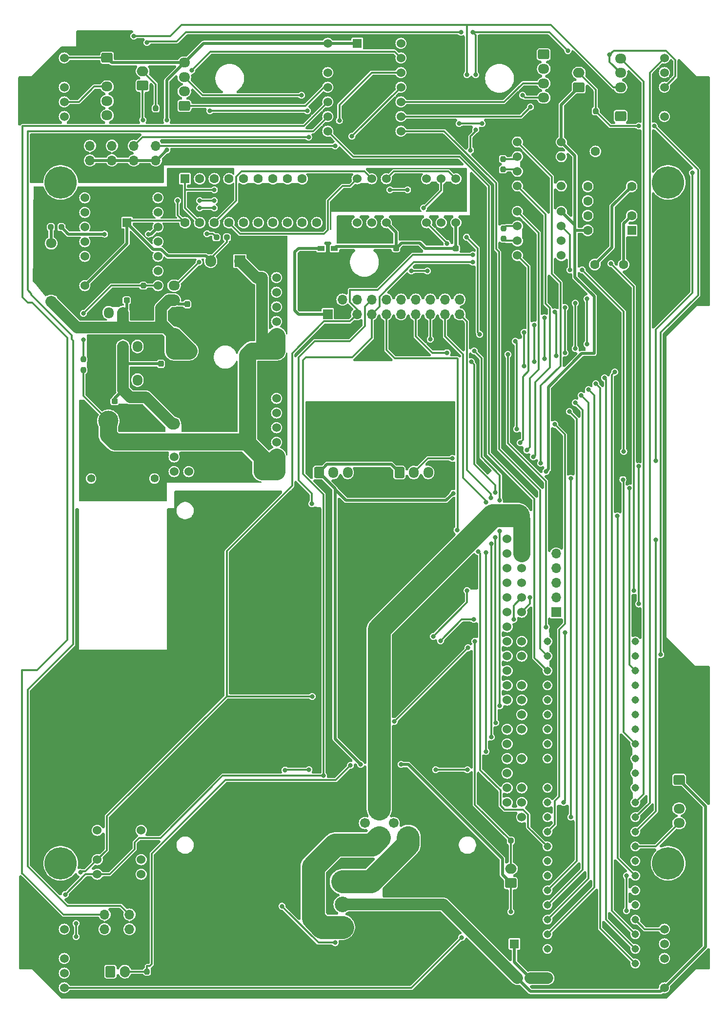
<source format=gbr>
%TF.GenerationSoftware,KiCad,Pcbnew,8.0.5*%
%TF.CreationDate,2024-10-07T02:08:41+09:00*%
%TF.ProjectId,_____,b5fcdcfa-7f2e-46b6-9963-61645f706362,rev?*%
%TF.SameCoordinates,Original*%
%TF.FileFunction,Copper,L1,Top*%
%TF.FilePolarity,Positive*%
%FSLAX46Y46*%
G04 Gerber Fmt 4.6, Leading zero omitted, Abs format (unit mm)*
G04 Created by KiCad (PCBNEW 8.0.5) date 2024-10-07 02:08:41*
%MOMM*%
%LPD*%
G01*
G04 APERTURE LIST*
G04 Aperture macros list*
%AMRoundRect*
0 Rectangle with rounded corners*
0 $1 Rounding radius*
0 $2 $3 $4 $5 $6 $7 $8 $9 X,Y pos of 4 corners*
0 Add a 4 corners polygon primitive as box body*
4,1,4,$2,$3,$4,$5,$6,$7,$8,$9,$2,$3,0*
0 Add four circle primitives for the rounded corners*
1,1,$1+$1,$2,$3*
1,1,$1+$1,$4,$5*
1,1,$1+$1,$6,$7*
1,1,$1+$1,$8,$9*
0 Add four rect primitives between the rounded corners*
20,1,$1+$1,$2,$3,$4,$5,0*
20,1,$1+$1,$4,$5,$6,$7,0*
20,1,$1+$1,$6,$7,$8,$9,0*
20,1,$1+$1,$8,$9,$2,$3,0*%
G04 Aperture macros list end*
%TA.AperFunction,Conductor*%
%ADD10C,0.300000*%
%TD*%
%TA.AperFunction,ComponentPad*%
%ADD11C,5.600000*%
%TD*%
%TA.AperFunction,ComponentPad*%
%ADD12RoundRect,0.250000X-0.725000X0.600000X-0.725000X-0.600000X0.725000X-0.600000X0.725000X0.600000X0*%
%TD*%
%TA.AperFunction,ComponentPad*%
%ADD13O,1.950000X1.700000*%
%TD*%
%TA.AperFunction,SMDPad,CuDef*%
%ADD14RoundRect,0.237500X-0.237500X0.300000X-0.237500X-0.300000X0.237500X-0.300000X0.237500X0.300000X0*%
%TD*%
%TA.AperFunction,ComponentPad*%
%ADD15C,1.524000*%
%TD*%
%TA.AperFunction,ComponentPad*%
%ADD16R,1.600000X1.600000*%
%TD*%
%TA.AperFunction,ComponentPad*%
%ADD17C,1.600000*%
%TD*%
%TA.AperFunction,SMDPad,CuDef*%
%ADD18RoundRect,0.237500X-0.250000X-0.237500X0.250000X-0.237500X0.250000X0.237500X-0.250000X0.237500X0*%
%TD*%
%TA.AperFunction,SMDPad,CuDef*%
%ADD19RoundRect,0.237500X-0.300000X-0.237500X0.300000X-0.237500X0.300000X0.237500X-0.300000X0.237500X0*%
%TD*%
%TA.AperFunction,ComponentPad*%
%ADD20R,1.700000X1.700000*%
%TD*%
%TA.AperFunction,ComponentPad*%
%ADD21O,1.700000X1.700000*%
%TD*%
%TA.AperFunction,ComponentPad*%
%ADD22RoundRect,0.250000X0.750000X-0.600000X0.750000X0.600000X-0.750000X0.600000X-0.750000X-0.600000X0*%
%TD*%
%TA.AperFunction,ComponentPad*%
%ADD23O,2.000000X1.700000*%
%TD*%
%TA.AperFunction,SMDPad,CuDef*%
%ADD24RoundRect,0.237500X0.237500X-0.300000X0.237500X0.300000X-0.237500X0.300000X-0.237500X-0.300000X0*%
%TD*%
%TA.AperFunction,ComponentPad*%
%ADD25R,1.800000X1.800000*%
%TD*%
%TA.AperFunction,ComponentPad*%
%ADD26C,1.800000*%
%TD*%
%TA.AperFunction,ComponentPad*%
%ADD27R,1.905000X2.000000*%
%TD*%
%TA.AperFunction,ComponentPad*%
%ADD28O,1.905000X2.000000*%
%TD*%
%TA.AperFunction,ComponentPad*%
%ADD29R,1.524000X1.524000*%
%TD*%
%TA.AperFunction,SMDPad,CuDef*%
%ADD30RoundRect,0.237500X-0.237500X0.250000X-0.237500X-0.250000X0.237500X-0.250000X0.237500X0.250000X0*%
%TD*%
%TA.AperFunction,SMDPad,CuDef*%
%ADD31RoundRect,0.237500X0.300000X0.237500X-0.300000X0.237500X-0.300000X-0.237500X0.300000X-0.237500X0*%
%TD*%
%TA.AperFunction,ComponentPad*%
%ADD32RoundRect,0.250000X-0.600000X-0.725000X0.600000X-0.725000X0.600000X0.725000X-0.600000X0.725000X0*%
%TD*%
%TA.AperFunction,ComponentPad*%
%ADD33O,1.700000X1.950000*%
%TD*%
%TA.AperFunction,ComponentPad*%
%ADD34RoundRect,0.250000X0.725000X-0.600000X0.725000X0.600000X-0.725000X0.600000X-0.725000X-0.600000X0*%
%TD*%
%TA.AperFunction,SMDPad,CuDef*%
%ADD35R,1.200000X0.950000*%
%TD*%
%TA.AperFunction,SMDPad,CuDef*%
%ADD36RoundRect,0.237500X0.250000X0.237500X-0.250000X0.237500X-0.250000X-0.237500X0.250000X-0.237500X0*%
%TD*%
%TA.AperFunction,ComponentPad*%
%ADD37RoundRect,0.250000X-0.600000X-0.750000X0.600000X-0.750000X0.600000X0.750000X-0.600000X0.750000X0*%
%TD*%
%TA.AperFunction,ComponentPad*%
%ADD38O,1.700000X2.000000*%
%TD*%
%TA.AperFunction,SMDPad,CuDef*%
%ADD39RoundRect,0.237500X0.237500X-0.250000X0.237500X0.250000X-0.237500X0.250000X-0.237500X-0.250000X0*%
%TD*%
%TA.AperFunction,ComponentPad*%
%ADD40C,1.701800*%
%TD*%
%TA.AperFunction,ComponentPad*%
%ADD41C,1.308000*%
%TD*%
%TA.AperFunction,ComponentPad*%
%ADD42C,1.400000*%
%TD*%
%TA.AperFunction,ComponentPad*%
%ADD43R,3.500000X3.500000*%
%TD*%
%TA.AperFunction,ComponentPad*%
%ADD44C,3.500000*%
%TD*%
%TA.AperFunction,ComponentPad*%
%ADD45RoundRect,0.250001X-1.099999X1.099999X-1.099999X-1.099999X1.099999X-1.099999X1.099999X1.099999X0*%
%TD*%
%TA.AperFunction,ComponentPad*%
%ADD46C,2.700000*%
%TD*%
%TA.AperFunction,ComponentPad*%
%ADD47RoundRect,0.250000X0.600000X0.725000X-0.600000X0.725000X-0.600000X-0.725000X0.600000X-0.725000X0*%
%TD*%
%TA.AperFunction,ViaPad*%
%ADD48C,0.800000*%
%TD*%
%TA.AperFunction,ViaPad*%
%ADD49C,0.500000*%
%TD*%
%TA.AperFunction,Conductor*%
%ADD50C,3.000000*%
%TD*%
%TA.AperFunction,Conductor*%
%ADD51C,2.000000*%
%TD*%
%TA.AperFunction,Conductor*%
%ADD52C,0.500000*%
%TD*%
%TA.AperFunction,Conductor*%
%ADD53C,4.000000*%
%TD*%
G04 APERTURE END LIST*
D10*
%TO.N,/main/Line4*%
X119634000Y-157099000D02*
X119634000Y-120015000D01*
%TD*%
D11*
%TO.P,REF\u002A\u002A,1*%
%TO.N,N/C*%
X136525000Y-165100000D03*
%TD*%
D12*
%TO.P,J19,1,Pin_1*%
%TO.N,+5VA*%
X138430000Y-150615000D03*
D13*
%TO.P,J19,2,Pin_2*%
%TO.N,GND2*%
X138430000Y-153115000D03*
%TO.P,J19,3,Pin_3*%
%TO.N,/main/rx2_main*%
X138430000Y-155615000D03*
%TO.P,J19,4,Pin_4*%
%TO.N,/main/tx2_main*%
X138430000Y-158115000D03*
%TD*%
D14*
%TO.P,C8,1*%
%TO.N,GND*%
X48514000Y-76734500D03*
%TO.P,C8,2*%
%TO.N,Net-(J4-Pin_2)*%
X48514000Y-78459500D03*
%TD*%
D15*
%TO.P,Pi1,1,3V3*%
%TO.N,unconnected-(Pi1-3V3-Pad1)_1*%
X108585000Y-108839000D03*
%TO.P,Pi1,2,5V*%
%TO.N,+5VD*%
X111125000Y-108839000D03*
%TO.P,Pi1,3,GPIO2/SDA1*%
%TO.N,unconnected-(Pi1-GPIO2{slash}SDA1-Pad3)*%
X108585000Y-111379000D03*
%TO.P,Pi1,4,5V*%
%TO.N,+5VD*%
X111125000Y-111379000D03*
%TO.P,Pi1,5,GPIO3/SCL1*%
%TO.N,unconnected-(Pi1-GPIO3{slash}SCL1-Pad5)*%
X108585000Y-113919000D03*
%TO.P,Pi1,6,GND*%
%TO.N,GND2*%
X111125000Y-113919000D03*
%TO.P,Pi1,7,GPIO4/GPIO_GCKL*%
%TO.N,unconnected-(Pi1-GPIO4{slash}GPIO_GCKL-Pad7)*%
X108585000Y-116459000D03*
%TO.P,Pi1,8,GPIO14/TXD0*%
%TO.N,unconnected-(Pi1-GPIO14{slash}TXD0-Pad8)*%
X111125000Y-116459000D03*
%TO.P,Pi1,9,GND*%
%TO.N,GND2*%
X108585000Y-118999000D03*
%TO.P,Pi1,10,GPIO15/RXD0*%
%TO.N,/main/LiDAR_TX*%
X111125000Y-118999000D03*
%TO.P,Pi1,11,GPIO17/GPIO_GEN0*%
%TO.N,unconnected-(Pi1-GPIO17{slash}GPIO_GEN0-Pad11)*%
X108585000Y-121539000D03*
%TO.P,Pi1,12,GPIO18/GPIO_GEN1*%
%TO.N,/main/LiDAR_PWM*%
X111125000Y-121539000D03*
%TO.P,Pi1,13,GPIO27/GPIO_GEN2*%
%TO.N,unconnected-(Pi1-GPIO27{slash}GPIO_GEN2-Pad13)*%
X108585000Y-124079000D03*
%TO.P,Pi1,14,GND*%
%TO.N,GND2*%
X111125000Y-124079000D03*
%TO.P,Pi1,15,GPIO22/GPIO_GEN3*%
%TO.N,unconnected-(Pi1-GPIO22{slash}GPIO_GEN3-Pad15)*%
X108585000Y-126619000D03*
%TO.P,Pi1,16,GPIO23/GPIO_GEN4*%
%TO.N,unconnected-(Pi1-GPIO23{slash}GPIO_GEN4-Pad16)*%
X111125000Y-126619000D03*
%TO.P,Pi1,17,3V3*%
%TO.N,unconnected-(Pi1-3V3-Pad1)*%
X108585000Y-129159000D03*
%TO.P,Pi1,18,GPIO24/GPIO_GEN5*%
%TO.N,unconnected-(Pi1-GPIO24{slash}GPIO_GEN5-Pad18)*%
X111125000Y-129159000D03*
%TO.P,Pi1,19,GPIO10/SPI_MOSI*%
%TO.N,unconnected-(Pi1-GPIO10{slash}SPI_MOSI-Pad19)*%
X108585000Y-131699000D03*
%TO.P,Pi1,20,GND*%
%TO.N,GND2*%
X111125000Y-131699000D03*
%TO.P,Pi1,21,GPIO9/SPI_MISO*%
%TO.N,/main/rx3_pi5*%
X108585000Y-134239000D03*
%TO.P,Pi1,22,GPIO25/GPIO_GEN6*%
%TO.N,unconnected-(Pi1-GPIO25{slash}GPIO_GEN6-Pad22)*%
X111125000Y-134239000D03*
%TO.P,Pi1,23,GPIO11/SPI_SCLK*%
%TO.N,unconnected-(Pi1-GPIO11{slash}SPI_SCLK-Pad23)*%
X108585000Y-136779000D03*
%TO.P,Pi1,24,GPIO8/~{SPI_CE0}*%
%TO.N,/main/rx7_main*%
X111125000Y-136779000D03*
%TO.P,Pi1,25,GND*%
%TO.N,GND2*%
X108585000Y-139319000D03*
%TO.P,Pi1,26,GPIO7/~{SPI_CE1}*%
%TO.N,unconnected-(Pi1-GPIO7{slash}~{SPI_CE1}-Pad26)*%
X111125000Y-139319000D03*
%TO.P,Pi1,27,ID_SD*%
%TO.N,unconnected-(Pi1-ID_SD-Pad27)*%
X108585000Y-141859000D03*
%TO.P,Pi1,28,ID_SC*%
%TO.N,unconnected-(Pi1-ID_SC-Pad28)*%
X111125000Y-141859000D03*
%TO.P,Pi1,29,GPIO5*%
%TO.N,unconnected-(Pi1-GPIO5-Pad29)*%
X108585000Y-144399000D03*
%TO.P,Pi1,30,GND*%
%TO.N,GND2*%
X111125000Y-144399000D03*
%TO.P,Pi1,31,GPIO6*%
%TO.N,unconnected-(Pi1-GPIO6-Pad31)*%
X108585000Y-146939000D03*
%TO.P,Pi1,32,GPIO12*%
%TO.N,unconnected-(Pi1-GPIO12-Pad32)*%
X111125000Y-146939000D03*
%TO.P,Pi1,33,GPIO13*%
%TO.N,unconnected-(Pi1-GPIO13-Pad33)*%
X108585000Y-149479000D03*
%TO.P,Pi1,34,GND*%
%TO.N,GND2*%
X111125000Y-149479000D03*
%TO.P,Pi1,35,GPIO19*%
%TO.N,unconnected-(Pi1-GPIO19-Pad35)*%
X108585000Y-152019000D03*
%TO.P,Pi1,36,GPIO16*%
%TO.N,unconnected-(Pi1-GPIO16-Pad36)*%
X111125000Y-152019000D03*
%TO.P,Pi1,37,GPIO26*%
%TO.N,unconnected-(Pi1-GPIO26-Pad37)*%
X108585000Y-154559000D03*
%TO.P,Pi1,38,GPIO20*%
%TO.N,unconnected-(Pi1-GPIO20-Pad38)*%
X111125000Y-154559000D03*
%TO.P,Pi1,39,GND*%
%TO.N,GND2*%
X108585000Y-157099000D03*
%TO.P,Pi1,40,GPIO21*%
%TO.N,unconnected-(Pi1-GPIO21-Pad40)*%
X111125000Y-157099000D03*
%TD*%
D12*
%TO.P,ToF6,1,VIN*%
%TO.N,+5VA*%
X39166800Y-25367600D03*
D13*
%TO.P,ToF6,2,GND*%
%TO.N,GND2*%
X39166800Y-27867600D03*
%TO.P,ToF6,3,SDA*%
%TO.N,/main/sda*%
X39166800Y-30367600D03*
%TO.P,ToF6,4,SCL*%
%TO.N,/main/scl*%
X39166800Y-32867600D03*
%TO.P,ToF6,5,XSHUT*%
%TO.N,/main/xshut8*%
X39166800Y-35367600D03*
%TD*%
D16*
%TO.P,C5,1*%
%TO.N,Net-(J4-Pin_2)*%
X50800000Y-88860000D03*
D17*
%TO.P,C5,2*%
%TO.N,GND*%
X50800000Y-86360000D03*
%TD*%
D18*
%TO.P,R7,1*%
%TO.N,/main/LimSW4*%
X109223800Y-161163000D03*
%TO.P,R7,2*%
%TO.N,GND2*%
X111048800Y-161163000D03*
%TD*%
D19*
%TO.P,C10,1*%
%TO.N,GND*%
X38761500Y-84963000D03*
%TO.P,C10,2*%
%TO.N,Net-(J4-Pin_2)*%
X40486500Y-84963000D03*
%TD*%
D20*
%TO.P,J11,1,Pin_1*%
%TO.N,GND2*%
X36195000Y-45720000D03*
D21*
%TO.P,J11,2,Pin_2*%
%TO.N,+5VA*%
X36195000Y-43180000D03*
%TO.P,J11,3,Pin_3*%
%TO.N,/main/PWM1*%
X36195000Y-40640000D03*
%TD*%
D15*
%TO.P,Gyro1,1,VIN*%
%TO.N,+5VA*%
X37465000Y-159385000D03*
%TO.P,Gyro1,2,GND*%
%TO.N,GND2*%
X37465000Y-161925000D03*
%TO.P,Gyro1,3,SDA*%
%TO.N,/main/sda*%
X37465000Y-164465000D03*
%TO.P,Gyro1,4,SCL*%
%TO.N,/main/scl*%
X37465000Y-167005000D03*
%TO.P,Gyro1,5,RESET*%
%TO.N,unconnected-(Gyro1-RESET-Pad5)*%
X45085000Y-167005000D03*
%TO.P,Gyro1,6,INT*%
%TO.N,unconnected-(Gyro1-INT-Pad6)*%
X45085000Y-164465000D03*
%TO.P,Gyro1,7,GND*%
%TO.N,GND2*%
X45085000Y-161925000D03*
%TO.P,Gyro1,8,VOUT*%
%TO.N,unconnected-(Gyro1-VOUT-Pad8)*%
X45085000Y-159385000D03*
%TD*%
D22*
%TO.P,SW1,1,1*%
%TO.N,+3.3V*%
X45339000Y-30186000D03*
D23*
%TO.P,SW1,2,2*%
%TO.N,/main/LimSW1*%
X45339000Y-27686000D03*
%TD*%
D20*
%TO.P,J14,1,Pin_1*%
%TO.N,GND2*%
X47625000Y-45705000D03*
D21*
%TO.P,J14,2,Pin_2*%
%TO.N,+5VA*%
X47625000Y-43165000D03*
%TO.P,J14,3,Pin_3*%
%TO.N,/main/PWM4*%
X47625000Y-40625000D03*
%TD*%
D15*
%TO.P,ToF4,1,VIN*%
%TO.N,+5VA*%
X135890000Y-186690000D03*
%TO.P,ToF4,2,GND*%
%TO.N,GND2*%
X135890000Y-184150000D03*
%TO.P,ToF4,3,SCL*%
%TO.N,/main/scl*%
X135890000Y-181610000D03*
%TO.P,ToF4,4,SDA*%
%TO.N,/main/sda*%
X135890000Y-179070000D03*
%TO.P,ToF4,5,XSHUT*%
%TO.N,/main/xshut6*%
X135890000Y-176530000D03*
%TD*%
D24*
%TO.P,C6,1*%
%TO.N,GND*%
X53086000Y-69823500D03*
%TO.P,C6,2*%
%TO.N,Net-(J2-Pin_2)*%
X53086000Y-68098500D03*
%TD*%
D20*
%TO.P,J16,1,Pin_1*%
%TO.N,GND2*%
X38735000Y-179070000D03*
D21*
%TO.P,J16,2,Pin_2*%
%TO.N,+5VA*%
X38735000Y-176530000D03*
%TO.P,J16,3,Pin_3*%
%TO.N,/main/PWM6*%
X38735000Y-173990000D03*
%TD*%
D16*
%TO.P,C7,1*%
%TO.N,Net-(C7-Pad1)*%
X109855000Y-179070000D03*
D17*
%TO.P,C7,2*%
%TO.N,GND2*%
X109855000Y-176570000D03*
%TD*%
D25*
%TO.P,D1,1,K*%
%TO.N,GND*%
X29464000Y-60071000D03*
D26*
%TO.P,D1,2,A*%
%TO.N,Net-(D1-A)*%
X29464000Y-57531000D03*
%TD*%
D18*
%TO.P,R10,1*%
%TO.N,DATA*%
X58142500Y-56515000D03*
%TO.P,R10,2*%
%TO.N,+5V*%
X59967500Y-56515000D03*
%TD*%
D27*
%TO.P,LDO1,1,Vin*%
%TO.N,VDD*%
X62230000Y-60620000D03*
D28*
%TO.P,LDO1,2,GND*%
%TO.N,GND*%
X59690000Y-60620000D03*
%TO.P,LDO1,3,Vout*%
%TO.N,+5V*%
X57150000Y-60620000D03*
%TD*%
D16*
%TO.P,DCDC1,1,NC*%
%TO.N,unconnected-(DCDC1-NC-Pad1)*%
X130196600Y-55295800D03*
D17*
%TO.P,DCDC1,2,CAP+*%
%TO.N,Net-(DCDC1-CAP+)*%
X130196600Y-52755800D03*
%TO.P,DCDC1,3,GND*%
%TO.N,GND2*%
X130196600Y-50215800D03*
%TO.P,DCDC1,4,CAP-*%
%TO.N,Net-(DCDC1-CAP-)*%
X130196600Y-47675800D03*
%TO.P,DCDC1,5,VOUT*%
%TO.N,VEE*%
X122576600Y-47675800D03*
%TO.P,DCDC1,6,LV*%
%TO.N,unconnected-(DCDC1-LV-Pad6)*%
X122576600Y-50215800D03*
%TO.P,DCDC1,7,OSC*%
%TO.N,unconnected-(DCDC1-OSC-Pad7)*%
X122576600Y-52755800D03*
%TO.P,DCDC1,8,V+*%
%TO.N,+3.3V*%
X122576600Y-55295800D03*
%TD*%
D16*
%TO.P,C2,1*%
%TO.N,+5V*%
X42640000Y-53975000D03*
D17*
%TO.P,C2,2*%
%TO.N,GND*%
X40640000Y-53975000D03*
%TD*%
D15*
%TO.P,U1,1,PA02_A0_D0*%
%TO.N,Net-(U1-PA02_A0_D0)*%
X48006000Y-64897000D03*
%TO.P,U1,2,PA4_A1_D1*%
%TO.N,unconnected-(U1-PA4_A1_D1-Pad2)*%
X48006000Y-62357000D03*
%TO.P,U1,3,PA10_A2_D2*%
%TO.N,unconnected-(U1-PA10_A2_D2-Pad3)*%
X48006000Y-59817000D03*
%TO.P,U1,4,PA11_A3_D3*%
%TO.N,unconnected-(U1-PA11_A3_D3-Pad4)*%
X48006000Y-57277000D03*
%TO.P,U1,5,PA8_A4_D4_SDA*%
%TO.N,/RED LED*%
X48006000Y-54737000D03*
%TO.P,U1,6,PA9_A5_D5_SCL*%
%TO.N,unconnected-(U1-PA9_A5_D5_SCL-Pad6)*%
X48006000Y-52197000D03*
%TO.P,U1,7,PB08_A6_D6_TX*%
%TO.N,RX_Main_Power_Sub*%
X48006000Y-49657000D03*
%TO.P,U1,8,PB09_A7_D7_RX*%
%TO.N,unconnected-(U1-PB09_A7_D7_RX-Pad8)*%
X35306000Y-49657000D03*
%TO.P,U1,9,PA7_A8_D8_SCK*%
%TO.N,unconnected-(U1-PA7_A8_D8_SCK-Pad9)*%
X35306000Y-52197000D03*
%TO.P,U1,10,PA5_A9_D9_MISO*%
%TO.N,/DCDC RST1*%
X35306000Y-54737000D03*
%TO.P,U1,11,PA6_A10_D10_MOSI*%
%TO.N,/DCDC RST2*%
X35306000Y-57277000D03*
%TO.P,U1,12,3V3*%
%TO.N,unconnected-(U1-3V3-Pad12)*%
X35306000Y-59817000D03*
D29*
%TO.P,U1,13,GND*%
%TO.N,GND*%
X35306000Y-62357000D03*
D15*
%TO.P,U1,14,5V*%
%TO.N,+5V*%
X35306000Y-64897000D03*
%TD*%
D20*
%TO.P,J15,1,Pin_1*%
%TO.N,GND2*%
X43053000Y-179070000D03*
D21*
%TO.P,J15,2,Pin_2*%
%TO.N,+5VA*%
X43053000Y-176530000D03*
%TO.P,J15,3,Pin_3*%
%TO.N,/main/PWM5*%
X43053000Y-173990000D03*
%TD*%
D30*
%TO.P,R4,1*%
%TO.N,/main/LimSW1*%
X47625000Y-34139500D03*
%TO.P,R4,2*%
%TO.N,GND2*%
X47625000Y-35964500D03*
%TD*%
D15*
%TO.P,ToF3,1,VIN*%
%TO.N,+5VA*%
X31750000Y-176530000D03*
%TO.P,ToF3,2,GND*%
%TO.N,GND2*%
X31750000Y-179070000D03*
%TO.P,ToF3,3,SCL*%
%TO.N,/main/scl*%
X31750000Y-181610000D03*
%TO.P,ToF3,4,SDA*%
%TO.N,/main/sda*%
X31750000Y-184150000D03*
%TO.P,ToF3,5,XSHUT*%
%TO.N,/main/xshut4*%
X31750000Y-186690000D03*
%TD*%
D19*
%TO.P,C13,1*%
%TO.N,Net-(U8-VDD1)*%
X99695000Y-58420000D03*
%TO.P,C13,2*%
%TO.N,GND2*%
X101420000Y-58420000D03*
%TD*%
D31*
%TO.P,C3,1*%
%TO.N,GND*%
X44296500Y-67437000D03*
%TO.P,C3,2*%
%TO.N,Net-(J2-Pin_2)*%
X42571500Y-67437000D03*
%TD*%
D15*
%TO.P,ToF2,1,VIN*%
%TO.N,+5VA*%
X135890000Y-35560000D03*
%TO.P,ToF2,2,GND*%
%TO.N,GND2*%
X135890000Y-33020000D03*
%TO.P,ToF2,3,SCL*%
%TO.N,/main/scl*%
X135890000Y-30480000D03*
%TO.P,ToF2,4,SDA*%
%TO.N,/main/sda*%
X135890000Y-27940000D03*
%TO.P,ToF2,5,XSHUT*%
%TO.N,/main/xshut5*%
X135890000Y-25400000D03*
%TD*%
%TO.P,LT1,1,Vin*%
%TO.N,VDD*%
X66040000Y-76200000D03*
%TO.P,LT1,2,Vin*%
X68580000Y-76200000D03*
%TO.P,LT1,3,Vin*%
X68580000Y-73660000D03*
%TO.P,LT1,4,EN/UV*%
%TO.N,/DCDC RST1*%
X68580000Y-71120000D03*
%TO.P,LT1,5,MODE*%
%TO.N,unconnected-(LT1-MODE-Pad5)*%
X68580000Y-68580000D03*
%TO.P,LT1,6,INTVCC*%
%TO.N,unconnected-(LT1-INTVCC-Pad6)*%
X68580000Y-66040000D03*
%TO.P,LT1,7,PG*%
%TO.N,unconnected-(LT1-PG-Pad7)*%
X68580000Y-63500000D03*
D29*
%TO.P,LT1,8,GND*%
%TO.N,GND*%
X68580000Y-60960000D03*
%TO.P,LT1,9,GND*%
X68580000Y-58420000D03*
%TO.P,LT1,10,GND*%
X66040000Y-58420000D03*
D15*
%TO.P,LT1,11,Vout*%
%TO.N,Net-(J2-Pin_2)*%
X53340000Y-76200000D03*
%TO.P,LT1,12,Vout*%
X50800000Y-76200000D03*
%TO.P,LT1,13,Vout*%
X50800000Y-73660000D03*
D29*
%TO.P,LT1,14,GND*%
%TO.N,GND*%
X50800000Y-60960000D03*
%TO.P,LT1,15,GND*%
X50800000Y-58420000D03*
%TO.P,LT1,16,GND*%
X53340000Y-58420000D03*
%TD*%
D32*
%TO.P,J4,1,Pin_1*%
%TO.N,GND*%
X39435400Y-75430000D03*
D33*
%TO.P,J4,2,Pin_2*%
%TO.N,Net-(J4-Pin_2)*%
X41935400Y-75430000D03*
%TO.P,J4,3,Pin_3*%
%TO.N,DATA*%
X44435400Y-75430000D03*
%TD*%
D34*
%TO.P,ToF5,1,VIN*%
%TO.N,+5VA*%
X128270000Y-35483800D03*
D13*
%TO.P,ToF5,2,GND*%
%TO.N,GND2*%
X128270000Y-32983800D03*
%TO.P,ToF5,3,SDA*%
%TO.N,/main/sda*%
X128270000Y-30483800D03*
%TO.P,ToF5,4,SCL*%
%TO.N,/main/scl*%
X128270000Y-27983800D03*
%TO.P,ToF5,5,XSHUT*%
%TO.N,/main/xshut7*%
X128270000Y-25483800D03*
%TD*%
D35*
%TO.P,FB1,1*%
%TO.N,+5VA*%
X110356000Y-185039000D03*
%TO.P,FB1,2*%
%TO.N,Net-(C7-Pad1)*%
X112656000Y-185039000D03*
%TD*%
D30*
%TO.P,R8,1*%
%TO.N,Net-(R8-Pad1)*%
X107848400Y-42927900D03*
%TO.P,R8,2*%
%TO.N,Net-(R8-Pad2)*%
X107848400Y-44752900D03*
%TD*%
D36*
%TO.P,R3,1*%
%TO.N,/RED LED*%
X31242000Y-54737000D03*
%TO.P,R3,2*%
%TO.N,Net-(D1-A)*%
X29417000Y-54737000D03*
%TD*%
D37*
%TO.P,SW3,1,1*%
%TO.N,+3.3V*%
X39751000Y-183896000D03*
D38*
%TO.P,SW3,2,2*%
%TO.N,/main/LimSW3*%
X42251000Y-183896000D03*
%TD*%
D22*
%TO.P,SW2,1,1*%
%TO.N,+3.3V*%
X121031000Y-30480000D03*
D23*
%TO.P,SW2,2,2*%
%TO.N,/main/LimSW2*%
X121031000Y-27980000D03*
%TD*%
D16*
%TO.P,C9,1*%
%TO.N,+5VA*%
X82590000Y-22860000D03*
D17*
%TO.P,C9,2*%
%TO.N,GND2*%
X85090000Y-22860000D03*
%TD*%
%TO.P,C1,1*%
%TO.N,VDD*%
X66040000Y-63500000D03*
%TO.P,C1,2*%
%TO.N,GND*%
X66040000Y-61000000D03*
%TD*%
D39*
%TO.P,R6,1*%
%TO.N,/main/LimSW3*%
X46101000Y-183894100D03*
%TO.P,R6,2*%
%TO.N,GND2*%
X46101000Y-182069100D03*
%TD*%
D34*
%TO.P,J18,1,Pin_1*%
%TO.N,/main/xshut_sub*%
X52578000Y-33705800D03*
D13*
%TO.P,J18,2,Pin_2*%
%TO.N,/main/scl_sub*%
X52578000Y-31205800D03*
%TO.P,J18,3,Pin_3*%
%TO.N,/main/sda_sub*%
X52578000Y-28705800D03*
%TO.P,J18,4,Pin_4*%
%TO.N,+5VA*%
X52578000Y-26205800D03*
%TO.P,J18,5,Pin_5*%
%TO.N,GND2*%
X52578000Y-23705800D03*
%TD*%
D39*
%TO.P,R2,1*%
%TO.N,Net-(U1-PA02_A0_D0)*%
X45466000Y-64897000D03*
%TO.P,R2,2*%
%TO.N,GND*%
X45466000Y-63072000D03*
%TD*%
D17*
%TO.P,C12,1*%
%TO.N,GND2*%
X128901200Y-41605200D03*
%TO.P,C12,2*%
%TO.N,VEE*%
X123901200Y-41605200D03*
%TD*%
D16*
%TO.P,C4,1*%
%TO.N,Net-(J2-Pin_2)*%
X29464000Y-67651000D03*
D17*
%TO.P,C4,2*%
%TO.N,GND*%
X29464000Y-65151000D03*
%TD*%
%TO.P,C11,1*%
%TO.N,Net-(DCDC1-CAP+)*%
X128799600Y-61239400D03*
%TO.P,C11,2*%
%TO.N,Net-(DCDC1-CAP-)*%
X123799600Y-61239400D03*
%TD*%
D20*
%TO.P,J10,1,Pin_1*%
%TO.N,+5VA*%
X77470000Y-69850000D03*
D21*
%TO.P,J10,2,Pin_2*%
%TO.N,GND2*%
X80010000Y-69850000D03*
%TO.P,J10,3,Pin_3*%
%TO.N,/main/sda*%
X82550000Y-69850000D03*
%TO.P,J10,4,Pin_4*%
%TO.N,/main/scl*%
X85090000Y-69850000D03*
%TO.P,J10,5,Pin_5*%
%TO.N,/main/sda1*%
X87630000Y-69850000D03*
%TO.P,J10,6,Pin_6*%
%TO.N,/main/scl1*%
X90170000Y-69850000D03*
%TO.P,J10,7,Pin_7*%
%TO.N,/main/xshut1*%
X92710000Y-69850000D03*
%TO.P,J10,8,Pin_8*%
%TO.N,/main/xshut2*%
X95250000Y-69850000D03*
%TO.P,J10,9,Pin_9*%
%TO.N,/main/Line1*%
X97790000Y-69850000D03*
%TO.P,J10,10,Pin_10*%
%TO.N,/main/Line2*%
X100330000Y-69850000D03*
%TO.P,J10,11,Pin_11*%
%TO.N,GND2*%
X77470000Y-67310000D03*
%TO.P,J10,12,Pin_12*%
%TO.N,/main/Line11*%
X80010000Y-67310000D03*
%TO.P,J10,13,Pin_13*%
%TO.N,/main/Line10*%
X82550000Y-67310000D03*
%TO.P,J10,14,Pin_14*%
%TO.N,/main/Line9*%
X85090000Y-67310000D03*
%TO.P,J10,15,Pin_15*%
%TO.N,/main/Line8*%
X87630000Y-67310000D03*
%TO.P,J10,16,Pin_16*%
%TO.N,/main/Line7*%
X90170000Y-67310000D03*
%TO.P,J10,17,Pin_17*%
%TO.N,/main/Line6*%
X92710000Y-67310000D03*
%TO.P,J10,18,Pin_18*%
%TO.N,/main/Line5*%
X95250000Y-67310000D03*
%TO.P,J10,19,Pin_19*%
%TO.N,/main/Line4*%
X97790000Y-67310000D03*
%TO.P,J10,20,Pin_20*%
%TO.N,/main/Line3*%
X100330000Y-67310000D03*
%TD*%
D20*
%TO.P,J6,1,Pin_1*%
%TO.N,/main/LiDAR_TX*%
X117094000Y-121539000D03*
D21*
%TO.P,J6,2,Pin_2*%
%TO.N,/main/LiDAR_PWM*%
X117094000Y-118999000D03*
%TO.P,J6,3,Pin_3*%
%TO.N,unconnected-(J6-Pin_3-Pad3)*%
X117094000Y-116459000D03*
%TO.P,J6,4,Pin_4*%
%TO.N,GND2*%
X117094000Y-113919000D03*
%TO.P,J6,5,Pin_5*%
%TO.N,+5VD*%
X117094000Y-111379000D03*
%TD*%
D15*
%TO.P,LT2,1,Vin*%
%TO.N,VDD*%
X66040000Y-97155000D03*
%TO.P,LT2,2,Vin*%
X68580000Y-97155000D03*
%TO.P,LT2,3,Vin*%
X68580000Y-94615000D03*
%TO.P,LT2,4,EN/UV*%
%TO.N,/DCDC RST2*%
X68580000Y-92075000D03*
%TO.P,LT2,5,MODE*%
%TO.N,unconnected-(LT2-MODE-Pad5)*%
X68580000Y-89535000D03*
%TO.P,LT2,6,INTVCC*%
%TO.N,unconnected-(LT2-INTVCC-Pad6)*%
X68580000Y-86995000D03*
%TO.P,LT2,7,PG*%
%TO.N,unconnected-(LT2-PG-Pad7)*%
X68580000Y-84455000D03*
D29*
%TO.P,LT2,8,GND*%
%TO.N,GND*%
X68580000Y-81915000D03*
%TO.P,LT2,9,GND*%
X68580000Y-79375000D03*
%TO.P,LT2,10,GND*%
X66040000Y-79375000D03*
D15*
%TO.P,LT2,11,Vout*%
%TO.N,Net-(J4-Pin_2)*%
X53340000Y-97155000D03*
%TO.P,LT2,12,Vout*%
X50800000Y-97155000D03*
%TO.P,LT2,13,Vout*%
X50800000Y-94615000D03*
D29*
%TO.P,LT2,14,GND*%
%TO.N,GND*%
X50800000Y-81915000D03*
%TO.P,LT2,15,GND*%
X50800000Y-79375000D03*
%TO.P,LT2,16,GND*%
X53340000Y-79375000D03*
%TD*%
D22*
%TO.P,SW4,1,1*%
%TO.N,+3.3V*%
X109220000Y-168529000D03*
D23*
%TO.P,SW4,2,2*%
%TO.N,/main/LimSW4*%
X109220000Y-166029000D03*
%TD*%
D30*
%TO.P,R5,1*%
%TO.N,/main/LimSW2*%
X123952000Y-34647500D03*
%TO.P,R5,2*%
%TO.N,GND2*%
X123952000Y-36472500D03*
%TD*%
D11*
%TO.P,REF\u002A\u002A,1*%
%TO.N,N/C*%
X136525000Y-46990000D03*
%TD*%
D19*
%TO.P,C15,1*%
%TO.N,Net-(U8-VDD1)*%
X89307500Y-58420000D03*
%TO.P,C15,2*%
%TO.N,GND2*%
X91032500Y-58420000D03*
%TD*%
D40*
%TO.P,FL1,1,1*%
%TO.N,Net-(J9-Pin_3)*%
X86400000Y-160615000D03*
%TO.P,FL1,2,2*%
%TO.N,+5VD*%
X86400000Y-155615000D03*
%TO.P,FL1,3,3*%
%TO.N,Net-(J9-Pin_1)*%
X91400000Y-160615000D03*
%TO.P,FL1,4,4*%
%TO.N,GND2*%
X91400000Y-155615000D03*
%TO.P,FL1,5*%
%TO.N,N/C*%
X83900000Y-158115000D03*
%TO.P,FL1,6*%
X88900000Y-158115000D03*
%TD*%
D15*
%TO.P,ToF1,1,VIN*%
%TO.N,+5VA*%
X31750000Y-25400000D03*
%TO.P,ToF1,2,GND*%
%TO.N,GND2*%
X31750000Y-27940000D03*
%TO.P,ToF1,3,SCL*%
%TO.N,/main/scl*%
X31750000Y-30480000D03*
%TO.P,ToF1,4,SDA*%
%TO.N,/main/sda*%
X31750000Y-33020000D03*
%TO.P,ToF1,5,XSHUT*%
%TO.N,/main/xshut3*%
X31750000Y-35560000D03*
%TD*%
%TO.P,U5,1,IN-*%
%TO.N,/main/LdCl_WHITE2*%
X110363000Y-52044600D03*
%TO.P,U5,2,RG*%
%TO.N,Net-(R9-Pad1)*%
X110363000Y-54584600D03*
%TO.P,U5,3,RG*%
%TO.N,Net-(R9-Pad2)*%
X110363000Y-57124600D03*
%TO.P,U5,4,IN+*%
%TO.N,/main/LdCl_GREEN2*%
X110363000Y-59664600D03*
%TO.P,U5,5,VS-*%
%TO.N,VEE*%
X117983000Y-59664600D03*
%TO.P,U5,6,REF*%
%TO.N,GND2*%
X117983000Y-57124600D03*
%TO.P,U5,7,VOUT*%
%TO.N,/main/loadcell2*%
X117983000Y-54584600D03*
%TO.P,U5,8,VS+*%
%TO.N,+3.3V*%
X117983000Y-52044600D03*
%TD*%
D41*
%TO.P,U2,0,RX1*%
%TO.N,/main/rx_dxl*%
X130810000Y-182499000D03*
%TO.P,U2,1,TX1*%
%TO.N,/main/tx_dxl*%
X130810000Y-179959000D03*
%TO.P,U2,2,OUT2*%
%TO.N,/main/tx_en*%
X130810000Y-177419000D03*
%TO.P,U2,3,LRCLK2*%
%TO.N,/main/xshut6*%
X130810000Y-174879000D03*
%TO.P,U2,3.3V_1,3.3V*%
%TO.N,unconnected-(U2-3.3V-Pad3.3V_1)*%
X130810000Y-149479000D03*
%TO.P,U2,3.3V_2,3.3V*%
%TO.N,+3.3V*%
X115570000Y-179959000D03*
%TO.P,U2,4,BCLK2*%
%TO.N,/main/xshut3*%
X130810000Y-172339000D03*
%TO.P,U2,5,IN2*%
%TO.N,/main/xshut4*%
X130810000Y-169799000D03*
%TO.P,U2,6,OUT1D*%
%TO.N,/main/xshut1*%
X130810000Y-167259000D03*
%TO.P,U2,7,RX2*%
%TO.N,/main/rx2_main*%
X130810000Y-164719000D03*
%TO.P,U2,8,TX2*%
%TO.N,/main/tx2_main*%
X130810000Y-162179000D03*
%TO.P,U2,9,OUT1C*%
%TO.N,/main/xshut2*%
X130810000Y-159639000D03*
%TO.P,U2,10,CS1*%
%TO.N,/main/xshut5*%
X130810000Y-157099000D03*
%TO.P,U2,11,MOSI*%
%TO.N,/main/xshut7*%
X130810000Y-154559000D03*
%TO.P,U2,12,MISO*%
%TO.N,/main/xshut8*%
X130810000Y-152019000D03*
%TO.P,U2,13,SCK*%
%TO.N,unconnected-(U2-SCK-Pad13)*%
X115570000Y-152019000D03*
%TO.P,U2,14,A0*%
%TO.N,/main/Line3*%
X115570000Y-154559000D03*
%TO.P,U2,15,A1*%
%TO.N,/main/Line4*%
X115570000Y-157099000D03*
%TO.P,U2,16,A2*%
%TO.N,/main/scl1*%
X115570000Y-159639000D03*
%TO.P,U2,17,A3*%
%TO.N,/main/sda1*%
X115570000Y-162179000D03*
%TO.P,U2,18,A4*%
%TO.N,/main/sda*%
X115570000Y-164719000D03*
%TO.P,U2,19,A5*%
%TO.N,/main/scl*%
X115570000Y-167259000D03*
%TO.P,U2,20,A6*%
%TO.N,/main/Line5*%
X115570000Y-169799000D03*
%TO.P,U2,21,A7*%
%TO.N,/main/Line6*%
X115570000Y-172339000D03*
%TO.P,U2,22,A8*%
%TO.N,/main/Line7*%
X115570000Y-174879000D03*
%TO.P,U2,23,A9*%
%TO.N,/main/Line8*%
X115570000Y-177419000D03*
%TO.P,U2,24,A10*%
%TO.N,/main/loadcell1*%
X130810000Y-146939000D03*
%TO.P,U2,25,A11*%
%TO.N,/main/rx_main_power*%
X130810000Y-144399000D03*
%TO.P,U2,26,A12*%
%TO.N,/main/loadcell2*%
X130810000Y-141859000D03*
%TO.P,U2,27,A13*%
%TO.N,/main/Line9*%
X130810000Y-139319000D03*
%TO.P,U2,28,RX7*%
%TO.N,/main/rx7_main*%
X130810000Y-136779000D03*
%TO.P,U2,29,TX7*%
%TO.N,/main/rx3_pi5*%
X130810000Y-134239000D03*
%TO.P,U2,30,CRX3*%
%TO.N,/main/LimSW1*%
X130810000Y-131699000D03*
%TO.P,U2,31,CTX3*%
%TO.N,/main/LimSW2*%
X130810000Y-129159000D03*
%TO.P,U2,32,OUT1B*%
%TO.N,/main/LimSW3*%
X130810000Y-126619000D03*
%TO.P,U2,33,MCLK2*%
%TO.N,/main/LimSW4*%
X115570000Y-126619000D03*
%TO.P,U2,34,RX8*%
%TO.N,/main/rx8_main*%
X115570000Y-129159000D03*
%TO.P,U2,35,TX8*%
%TO.N,/main/rx_sub*%
X115570000Y-131699000D03*
%TO.P,U2,36,CS2*%
%TO.N,unconnected-(U2-CS2-Pad36)*%
X115570000Y-134239000D03*
%TO.P,U2,37,CS3*%
%TO.N,unconnected-(U2-CS3-Pad37)*%
X115570000Y-136779000D03*
%TO.P,U2,38,A14*%
%TO.N,/main/Line10*%
X115570000Y-139319000D03*
%TO.P,U2,39,A15*%
%TO.N,/main/Line11*%
X115570000Y-141859000D03*
%TO.P,U2,40,A16*%
%TO.N,/main/Line2*%
X115570000Y-144399000D03*
%TO.P,U2,41,A17*%
%TO.N,/main/Line1*%
X115570000Y-146939000D03*
%TO.P,U2,GND1,GND*%
%TO.N,GND2*%
X130810000Y-185039000D03*
%TO.P,U2,GND2,GND*%
X115570000Y-149479000D03*
%TO.P,U2,GND3,GND*%
X115570000Y-182499000D03*
%TO.P,U2,VIN,VIN*%
%TO.N,Net-(C7-Pad1)*%
X115570000Y-185039000D03*
%TD*%
D30*
%TO.P,R9,1*%
%TO.N,Net-(R9-Pad1)*%
X108000800Y-54942100D03*
%TO.P,R9,2*%
%TO.N,Net-(R9-Pad2)*%
X108000800Y-56767100D03*
%TD*%
D39*
%TO.P,R1,1*%
%TO.N,VDD*%
X35052000Y-79525500D03*
%TO.P,R1,2*%
%TO.N,Net-(U1-PA02_A0_D0)*%
X35052000Y-77700500D03*
%TD*%
D11*
%TO.P,REF\u002A\u002A,1*%
%TO.N,N/C*%
X31115000Y-165100000D03*
%TD*%
D20*
%TO.P,J12,1,Pin_1*%
%TO.N,GND2*%
X40005000Y-45705000D03*
D21*
%TO.P,J12,2,Pin_2*%
%TO.N,+5VA*%
X40005000Y-43165000D03*
%TO.P,J12,3,Pin_3*%
%TO.N,/main/PWM2*%
X40005000Y-40625000D03*
%TD*%
D20*
%TO.P,J13,1,Pin_1*%
%TO.N,GND2*%
X43815000Y-45720000D03*
D21*
%TO.P,J13,2,Pin_2*%
%TO.N,+5VA*%
X43815000Y-43180000D03*
%TO.P,J13,3,Pin_3*%
%TO.N,/main/PWM3*%
X43815000Y-40640000D03*
%TD*%
D35*
%TO.P,FB3,1*%
%TO.N,Net-(U8-VDD1)*%
X78620000Y-58420000D03*
%TO.P,FB3,2*%
%TO.N,+5VA*%
X76320000Y-58420000D03*
%TD*%
D32*
%TO.P,J5,1,Pin_1*%
%TO.N,GND*%
X39435400Y-81280000D03*
D33*
%TO.P,J5,2,Pin_2*%
%TO.N,Net-(J4-Pin_2)*%
X41935400Y-81280000D03*
%TO.P,J5,3,Pin_3*%
%TO.N,DATA*%
X44435400Y-81280000D03*
%TD*%
D11*
%TO.P,REF\u002A\u002A,1*%
%TO.N,N/C*%
X31115000Y-46990000D03*
%TD*%
D15*
%TO.P,U4,1,IN-*%
%TO.N,/main/LdCl_WHITE1*%
X110363000Y-39979600D03*
%TO.P,U4,2,RG*%
%TO.N,Net-(R8-Pad1)*%
X110363000Y-42519600D03*
%TO.P,U4,3,RG*%
%TO.N,Net-(R8-Pad2)*%
X110363000Y-45059600D03*
%TO.P,U4,4,IN+*%
%TO.N,/main/LdCl_GREEN1*%
X110363000Y-47599600D03*
%TO.P,U4,5,VS-*%
%TO.N,VEE*%
X117983000Y-47599600D03*
%TO.P,U4,6,REF*%
%TO.N,GND2*%
X117983000Y-45059600D03*
%TO.P,U4,7,VOUT*%
%TO.N,/main/loadcell1*%
X117983000Y-42519600D03*
%TO.P,U4,8,VS+*%
%TO.N,+3.3V*%
X117983000Y-39979600D03*
%TD*%
D12*
%TO.P,J17,1,Pin_1*%
%TO.N,unconnected-(J17-Pin_1-Pad1)*%
X114935000Y-24783400D03*
D13*
%TO.P,J17,2,Pin_2*%
%TO.N,/main/scl_sub*%
X114935000Y-27283400D03*
%TO.P,J17,3,Pin_3*%
%TO.N,/main/sda_sub*%
X114935000Y-29783400D03*
%TO.P,J17,4,Pin_4*%
%TO.N,+5VA*%
X114935000Y-32283400D03*
%TO.P,J17,5,Pin_5*%
%TO.N,GND2*%
X114935000Y-34783400D03*
%TD*%
D32*
%TO.P,J21,1,Pin_1*%
%TO.N,+3.3V*%
X89890600Y-97310000D03*
D33*
%TO.P,J21,2,Pin_2*%
%TO.N,/main/LdCl_WHITE2*%
X92390600Y-97310000D03*
%TO.P,J21,3,Pin_3*%
%TO.N,/main/LdCl_GREEN2*%
X94890600Y-97310000D03*
%TO.P,J21,4,Pin_4*%
%TO.N,GND2*%
X97390600Y-97310000D03*
%TD*%
D42*
%TO.P,J1,*%
%TO.N,*%
X36396400Y-98348800D03*
X47396400Y-98348800D03*
D43*
%TO.P,J1,1,Pin_1*%
%TO.N,GND*%
X44396400Y-88348800D03*
D44*
%TO.P,J1,2,Pin_2*%
%TO.N,VDD*%
X39396400Y-88348800D03*
%TD*%
D15*
%TO.P,U3,1,PA02_A0_D0*%
%TO.N,/main/PWM1*%
X90170000Y-22860000D03*
%TO.P,U3,2,PA4_A1_D1*%
%TO.N,/main/PWM2*%
X90170000Y-25400000D03*
%TO.P,U3,3,PA10_A2_D2*%
%TO.N,/main/PWM3*%
X90170000Y-27940000D03*
%TO.P,U3,4,PA11_A3_D3*%
%TO.N,/main/PWM4*%
X90170000Y-30480000D03*
%TO.P,U3,5,PA8_A4_D4_SDA*%
%TO.N,/main/sda_sub*%
X90170000Y-33020000D03*
%TO.P,U3,6,PA9_A5_D5_SCL*%
%TO.N,/main/scl_sub*%
X90170000Y-35560000D03*
%TO.P,U3,7,PB08_A6_D6_TX*%
%TO.N,/main/rx8_main*%
X90170000Y-38100000D03*
%TO.P,U3,8,PB09_A7_D7_RX*%
%TO.N,/main/rx_sub*%
X77470000Y-38100000D03*
%TO.P,U3,9,PA7_A8_D8_SCK*%
%TO.N,/main/PWM5*%
X77470000Y-35560000D03*
%TO.P,U3,10,PA5_A9_D9_MISO*%
%TO.N,/main/PWM6*%
X77470000Y-33020000D03*
%TO.P,U3,11,PA6_A10_D10_MOSI*%
%TO.N,/main/xshut_sub*%
X77470000Y-30480000D03*
%TO.P,U3,12,3V3*%
%TO.N,unconnected-(U3-3V3-Pad12)*%
X77470000Y-27940000D03*
D29*
%TO.P,U3,13,GND*%
%TO.N,GND2*%
X77470000Y-25400000D03*
D15*
%TO.P,U3,14,5V*%
%TO.N,+5VA*%
X77470000Y-22860000D03*
%TD*%
%TO.P,U8,1,VDD1*%
%TO.N,Net-(U8-VDD1)*%
X99695000Y-53975000D03*
%TO.P,U8,2,VOA*%
%TO.N,/main/rx_main_power*%
X97155000Y-53975000D03*
%TO.P,U8,3,VIB*%
%TO.N,/main/tx_en*%
X94615000Y-53975000D03*
%TO.P,U8,4,GND1*%
%TO.N,GND2*%
X92075000Y-53975000D03*
%TO.P,U8,5,GND2*%
%TO.N,GND*%
X92075000Y-46355000D03*
%TO.P,U8,6,VOB*%
%TO.N,Net-(U10-\u002A1OE)*%
X94615000Y-46355000D03*
%TO.P,U8,7,VIA*%
%TO.N,RX_Main_Power_Sub*%
X97155000Y-46355000D03*
%TO.P,U8,8,VDD2*%
%TO.N,Net-(U8-VDD2)*%
X99695000Y-46355000D03*
%TD*%
D16*
%TO.P,U10,1,\u002A1OE*%
%TO.N,Net-(U10-\u002A1OE)*%
X52705000Y-46355000D03*
D17*
%TO.P,U10,2,1A1*%
%TO.N,DATA*%
X55245000Y-46355000D03*
%TO.P,U10,3,2Y4*%
X57785000Y-46355000D03*
%TO.P,U10,4,1A2*%
%TO.N,unconnected-(U10-1A2-Pad4)*%
X60325000Y-46355000D03*
%TO.P,U10,5,2Y3*%
%TO.N,unconnected-(U10-2Y3-Pad5)*%
X62865000Y-46355000D03*
%TO.P,U10,6,1A3*%
%TO.N,unconnected-(U10-1A3-Pad6)*%
X65405000Y-46355000D03*
%TO.P,U10,7,2Y2*%
%TO.N,unconnected-(U10-2Y2-Pad7)*%
X67945000Y-46355000D03*
%TO.P,U10,8,1A4*%
%TO.N,unconnected-(U10-1A4-Pad8)*%
X70485000Y-46355000D03*
%TO.P,U10,9,2Y1*%
%TO.N,unconnected-(U10-2Y1-Pad9)*%
X73025000Y-46355000D03*
%TO.P,U10,10,GND*%
%TO.N,GND*%
X75565000Y-46355000D03*
%TO.P,U10,11,2A1*%
%TO.N,unconnected-(U10-2A1-Pad11)*%
X75565000Y-53975000D03*
%TO.P,U10,12,1Y4*%
%TO.N,unconnected-(U10-1Y4-Pad12)*%
X73025000Y-53975000D03*
%TO.P,U10,13,2A2*%
%TO.N,unconnected-(U10-2A2-Pad13)*%
X70485000Y-53975000D03*
%TO.P,U10,14,1Y3*%
%TO.N,unconnected-(U10-1Y3-Pad14)*%
X67945000Y-53975000D03*
%TO.P,U10,15,2A3*%
%TO.N,unconnected-(U10-2A3-Pad15)*%
X65405000Y-53975000D03*
%TO.P,U10,16,1Y2*%
%TO.N,unconnected-(U10-1Y2-Pad16)*%
X62865000Y-53975000D03*
%TO.P,U10,17,2A4*%
%TO.N,Net-(U10-2A4)*%
X60325000Y-53975000D03*
%TO.P,U10,18,1Y1*%
%TO.N,Net-(U10-1Y1)*%
X57785000Y-53975000D03*
%TO.P,U10,19,2OE*%
%TO.N,Net-(U10-\u002A1OE)*%
X55245000Y-53975000D03*
%TO.P,U10,20,VCC*%
%TO.N,+5V*%
X52705000Y-53975000D03*
%TD*%
D15*
%TO.P,U9,1,VDD1*%
%TO.N,Net-(U8-VDD1)*%
X87630000Y-53975000D03*
%TO.P,U9,2,VOA*%
%TO.N,/main/rx_dxl*%
X85090000Y-53975000D03*
%TO.P,U9,3,VIB*%
%TO.N,/main/tx_dxl*%
X82550000Y-53975000D03*
%TO.P,U9,4,GND1*%
%TO.N,GND2*%
X80010000Y-53975000D03*
%TO.P,U9,5,GND2*%
%TO.N,GND*%
X80010000Y-46355000D03*
%TO.P,U9,6,VOB*%
%TO.N,Net-(U10-2A4)*%
X82550000Y-46355000D03*
%TO.P,U9,7,VIA*%
%TO.N,Net-(U10-1Y1)*%
X85090000Y-46355000D03*
%TO.P,U9,8,VDD2*%
%TO.N,Net-(U8-VDD2)*%
X87630000Y-46355000D03*
%TD*%
D32*
%TO.P,J20,1,Pin_1*%
%TO.N,+3.3V*%
X75920600Y-97310000D03*
D33*
%TO.P,J20,2,Pin_2*%
%TO.N,/main/LdCl_WHITE1*%
X78420600Y-97310000D03*
%TO.P,J20,3,Pin_3*%
%TO.N,/main/LdCl_GREEN1*%
X80920600Y-97310000D03*
%TO.P,J20,4,Pin_4*%
%TO.N,GND2*%
X83420600Y-97310000D03*
%TD*%
D34*
%TO.P,J2,1,Pin_1*%
%TO.N,GND*%
X50800000Y-69897000D03*
D13*
%TO.P,J2,2,Pin_2*%
%TO.N,Net-(J2-Pin_2)*%
X50800000Y-67397000D03*
%TO.P,J2,3,Pin_3*%
%TO.N,DATA*%
X50800000Y-64897000D03*
%TD*%
D45*
%TO.P,J9,1,Pin_1*%
%TO.N,Net-(J9-Pin_1)*%
X80010000Y-168275000D03*
D46*
%TO.P,J9,2,Pin_2*%
%TO.N,+5VA*%
X80010000Y-172235000D03*
%TO.P,J9,3,Pin_3*%
%TO.N,Net-(J9-Pin_3)*%
X80010000Y-176195000D03*
%TD*%
D47*
%TO.P,J3,1,Pin_1*%
%TO.N,GND*%
X44450000Y-69580000D03*
D33*
%TO.P,J3,2,Pin_2*%
%TO.N,Net-(J2-Pin_2)*%
X41950000Y-69580000D03*
%TO.P,J3,3,Pin_3*%
%TO.N,DATA*%
X39450000Y-69580000D03*
%TD*%
D48*
%TO.N,GND*%
X63246000Y-49149000D03*
X34925000Y-90170000D03*
X63500000Y-58420000D03*
X89916000Y-45847000D03*
X62230000Y-94615000D03*
X27305000Y-53340000D03*
X36195000Y-81280000D03*
X56515000Y-74930000D03*
X43815000Y-98425000D03*
X39370000Y-98425000D03*
X56515000Y-79375000D03*
X45720000Y-54610000D03*
X98425000Y-47244000D03*
X31750000Y-57785000D03*
X59690000Y-64135000D03*
X86614000Y-49149000D03*
X56515000Y-97790000D03*
X48260000Y-89535000D03*
X60198000Y-49149000D03*
X45720000Y-80010000D03*
X39370000Y-78105000D03*
X31750000Y-53340000D03*
X76708000Y-52451000D03*
X40640000Y-57785000D03*
X33020000Y-67310000D03*
X31750000Y-62865000D03*
X47625000Y-101600000D03*
X66294000Y-49149000D03*
X45720000Y-52070000D03*
X63500000Y-71120000D03*
X101092000Y-45085000D03*
X47625000Y-94615000D03*
X48895000Y-55880000D03*
X50292000Y-45593000D03*
X36195000Y-75565000D03*
X56515000Y-64135000D03*
X37465000Y-53340000D03*
X34925000Y-85725000D03*
X41910000Y-86360000D03*
X37465000Y-48895000D03*
X76708000Y-49149000D03*
X69596000Y-49149000D03*
X42545000Y-62865000D03*
X56515000Y-67310000D03*
X66294000Y-52451000D03*
X63246000Y-52451000D03*
X73152000Y-52451000D03*
X52070000Y-56261000D03*
X36830000Y-83820000D03*
X43815000Y-101600000D03*
X52705000Y-83820000D03*
X37084000Y-57785000D03*
X38735000Y-64770000D03*
X98298000Y-51435000D03*
X47625000Y-74295000D03*
X34925000Y-101600000D03*
X60960000Y-88900000D03*
X56515000Y-71120000D03*
X27305000Y-57785000D03*
X39370000Y-101600000D03*
X59690000Y-71120000D03*
X45720000Y-48895000D03*
X56515000Y-88265000D03*
X69596000Y-52451000D03*
X80264000Y-49149000D03*
X36195000Y-70485000D03*
X39370000Y-67310000D03*
X39370000Y-94615000D03*
X27305000Y-48895000D03*
X63500000Y-67310000D03*
X60960000Y-83820000D03*
X62230000Y-97790000D03*
X73152000Y-49149000D03*
X43815000Y-57150000D03*
X56515000Y-83820000D03*
X48260000Y-82550000D03*
X43180000Y-66040000D03*
X61595000Y-74930000D03*
X43815000Y-94615000D03*
X34925000Y-94615000D03*
X43815000Y-59690000D03*
X58166000Y-52451000D03*
X56515000Y-94615000D03*
X41275000Y-48895000D03*
X27305000Y-62865000D03*
X60960000Y-79375000D03*
X101092000Y-51435000D03*
X53975000Y-89535000D03*
X59690000Y-67310000D03*
X56515000Y-58420000D03*
X77978000Y-46609000D03*
X93472000Y-49149000D03*
%TO.N,+5V*%
X55245000Y-50165000D03*
X57785000Y-50165000D03*
X51435000Y-50165000D03*
%TO.N,/RED LED*%
X46355000Y-55949000D03*
X38735000Y-55949000D03*
%TO.N,GND2*%
X28498800Y-33248600D03*
X90170000Y-145415000D03*
D49*
X116078000Y-155829000D03*
D48*
X131445000Y-94615000D03*
X125730000Y-68580000D03*
X127635000Y-103505000D03*
X36830000Y-169545000D03*
X31115000Y-152400000D03*
D49*
X112623600Y-103098600D03*
D48*
X135940800Y-133019800D03*
D49*
X122936000Y-31419800D03*
D48*
X89662000Y-53721000D03*
X37744400Y-34213800D03*
X82550000Y-139065000D03*
D49*
X104749600Y-78155800D03*
X93370400Y-53213000D03*
X115824000Y-158369000D03*
X106324400Y-85064600D03*
X120802400Y-86791800D03*
D48*
X74295000Y-152400000D03*
X45720000Y-179705000D03*
D49*
X75641200Y-43662600D03*
D48*
X95885000Y-166370000D03*
X27330400Y-46151800D03*
X41910000Y-39446200D03*
X90805000Y-104140000D03*
X113030000Y-45085000D03*
D49*
X131470400Y-82626200D03*
X129743200Y-82575400D03*
X116840000Y-131826000D03*
X117475000Y-171704000D03*
D48*
X78740000Y-147320000D03*
X112395000Y-57150000D03*
X135890000Y-146685000D03*
D49*
X37795200Y-36449000D03*
X135001000Y-185420000D03*
X87630000Y-187960000D03*
D48*
X69215000Y-115570000D03*
D49*
X108864400Y-74599800D03*
D48*
X140970000Y-156210000D03*
X113030000Y-142240000D03*
X105410000Y-153670000D03*
D49*
X100939600Y-71907400D03*
X142748000Y-67691000D03*
D48*
X49530000Y-27940000D03*
X108458000Y-60325000D03*
X104140000Y-41910000D03*
D49*
X100330000Y-34163000D03*
D48*
X78841600Y-72771000D03*
X140970000Y-172085000D03*
D49*
X136525000Y-177800000D03*
D48*
X103505000Y-180975000D03*
D49*
X128651000Y-176276000D03*
D48*
X75336400Y-88519000D03*
X104394000Y-60325000D03*
X95250000Y-144145000D03*
X129413000Y-150876000D03*
X128905000Y-184785000D03*
X137795000Y-161290000D03*
X113030000Y-161290000D03*
X60325000Y-36195000D03*
X90170000Y-130810000D03*
D49*
X93878400Y-72364600D03*
D48*
X101600000Y-140970000D03*
X34925000Y-184785000D03*
D49*
X134264400Y-71145400D03*
X125730000Y-79527400D03*
D48*
X40640000Y-159385000D03*
X82550000Y-116840000D03*
X41910000Y-41783000D03*
D49*
X77368400Y-95173800D03*
X106527600Y-93853000D03*
D48*
X25400000Y-174625000D03*
X98425000Y-169545000D03*
X38100000Y-128905000D03*
D49*
X127635000Y-60325000D03*
X113538000Y-31115000D03*
X110998000Y-95631000D03*
X130048000Y-173990000D03*
D48*
X29413200Y-36347400D03*
X132715000Y-165100000D03*
D49*
X116890800Y-152019000D03*
X91389200Y-95783400D03*
D48*
X101600000Y-186055000D03*
X78740000Y-181610000D03*
X114935000Y-40640000D03*
X55245000Y-115570000D03*
D49*
X112115600Y-94564200D03*
X117348000Y-169418000D03*
D48*
X95885000Y-155575000D03*
X80721200Y-56616600D03*
X96266000Y-34417000D03*
X64211200Y-41732200D03*
D49*
X106324400Y-79578200D03*
X91287600Y-63017400D03*
D48*
X89535000Y-169545000D03*
X142544800Y-29845000D03*
X96520000Y-177165000D03*
X37795200Y-31623000D03*
D49*
X91186000Y-34163000D03*
D48*
X39370000Y-165100000D03*
D49*
X54305200Y-43611800D03*
X110591600Y-73583800D03*
D48*
X85496400Y-64389000D03*
D49*
X108000800Y-86334600D03*
D48*
X91338400Y-76377800D03*
D49*
X48260000Y-187960000D03*
D48*
X104775000Y-158115000D03*
D49*
X123698000Y-80391000D03*
D48*
X106680000Y-147320000D03*
D49*
X116840000Y-134366000D03*
D48*
X97155000Y-184150000D03*
X98298000Y-41021000D03*
X135890000Y-41783000D03*
X69215000Y-160020000D03*
D49*
X40792400Y-35483800D03*
D48*
X46355000Y-151765000D03*
D49*
X115112800Y-69011800D03*
X121920000Y-63500000D03*
X116840000Y-82880200D03*
D48*
X54610000Y-34925000D03*
D49*
X134620000Y-31673800D03*
X78892400Y-98983800D03*
D48*
X119888000Y-91821000D03*
D49*
X104089200Y-95783400D03*
D48*
X50800000Y-29845000D03*
D49*
X107442000Y-34163000D03*
X119380000Y-80492600D03*
X96520000Y-72364600D03*
X118872000Y-67487800D03*
D48*
X62230000Y-142875000D03*
X55880000Y-147320000D03*
X96266000Y-36957000D03*
X38100000Y-155575000D03*
D49*
X120269000Y-166497000D03*
D48*
X103505000Y-55880000D03*
X89306400Y-88519000D03*
X123190000Y-180340000D03*
X50800000Y-156210000D03*
X25400000Y-179705000D03*
X71120000Y-172085000D03*
D49*
X69850000Y-187960000D03*
D48*
X98425000Y-128905000D03*
D49*
X91186000Y-36957000D03*
X130302000Y-36398200D03*
D48*
X96520000Y-104140000D03*
D49*
X94132400Y-43561000D03*
D48*
X140970000Y-132715000D03*
X87630000Y-179705000D03*
X47625000Y-159385000D03*
D49*
X118745000Y-155575000D03*
X116713000Y-140716000D03*
X101854000Y-70027800D03*
D48*
X107950000Y-46355000D03*
X53340000Y-172085000D03*
D49*
X137058400Y-26339800D03*
X114503200Y-99339400D03*
X118059200Y-81813400D03*
D48*
X107315000Y-160655000D03*
X90170000Y-136525000D03*
D49*
X122428000Y-81305400D03*
D48*
X137414000Y-60325000D03*
D49*
X114401600Y-96748600D03*
D48*
X92710000Y-140970000D03*
D49*
X106019600Y-47421800D03*
D48*
X118110000Y-180340000D03*
D49*
X108458000Y-64998600D03*
X95250000Y-95681800D03*
D48*
X93218000Y-56007000D03*
X111760000Y-163830000D03*
D49*
X126619000Y-174371000D03*
D48*
X46990000Y-128905000D03*
X65405000Y-102235000D03*
D49*
X132588000Y-159893000D03*
X117094000Y-123317000D03*
X122021600Y-41579800D03*
X131445000Y-68580000D03*
X133985000Y-161290000D03*
D48*
X29210000Y-184785000D03*
D49*
X100787200Y-55397400D03*
X125171200Y-42849800D03*
D48*
X102235000Y-173990000D03*
D49*
X44145200Y-36398200D03*
X120015000Y-171704000D03*
X104444800Y-75361800D03*
X111760000Y-30861000D03*
D48*
X55245000Y-129540000D03*
D49*
X77673200Y-134848600D03*
X116840000Y-147193000D03*
X103530400Y-93751400D03*
X139446000Y-129667000D03*
D48*
X113030000Y-144780000D03*
D49*
X120599200Y-36296600D03*
X111506000Y-33401000D03*
X77571600Y-106807000D03*
D48*
X69215000Y-129540000D03*
D49*
X102565200Y-73177400D03*
D48*
X98425000Y-146685000D03*
D49*
X117957600Y-61442600D03*
D48*
X129540000Y-99060000D03*
X43815000Y-149225000D03*
X140970000Y-161290000D03*
X106426000Y-60325000D03*
X101600000Y-154305000D03*
X117475000Y-99060000D03*
X53340000Y-145415000D03*
X65405000Y-36195000D03*
D49*
X123698000Y-77546200D03*
D48*
X58420000Y-163195000D03*
X106680000Y-144780000D03*
X101600000Y-114935000D03*
X82600800Y-174269400D03*
X127635000Y-94615000D03*
D49*
X127889000Y-178435000D03*
X115671600Y-51435000D03*
X116230400Y-97815400D03*
D48*
X33020000Y-171450000D03*
X131064000Y-122936000D03*
D49*
X95910400Y-53162200D03*
D48*
X74930000Y-142875000D03*
D49*
X136525000Y-182880000D03*
D48*
X123190000Y-175260000D03*
X34493200Y-35382200D03*
X39217600Y-22275800D03*
D49*
X102565200Y-58547000D03*
D48*
X80010000Y-165100000D03*
D49*
X44196000Y-28879800D03*
D48*
X31115000Y-142875000D03*
D49*
X119761000Y-159766000D03*
D48*
X72694800Y-28321000D03*
X31115000Y-160655000D03*
D49*
X136144000Y-126111000D03*
D48*
X129413000Y-155575000D03*
X98552000Y-29845000D03*
X74930000Y-129540000D03*
D49*
X108000800Y-91617800D03*
D48*
X107950000Y-52705000D03*
D49*
X102565200Y-68300600D03*
D48*
X142875000Y-153035000D03*
D49*
X44500800Y-31927800D03*
D48*
X50800000Y-34925000D03*
D49*
X130556000Y-32689800D03*
D48*
X46990000Y-138430000D03*
X54457600Y-41732200D03*
D49*
X136017000Y-91694000D03*
X95707200Y-98475800D03*
D48*
X34925000Y-179705000D03*
X137414000Y-55245000D03*
X113030000Y-60325000D03*
X94234000Y-29845000D03*
X69215000Y-152400000D03*
D49*
X117602000Y-155575000D03*
X113233200Y-64338200D03*
D48*
X38100000Y-136525000D03*
X84531200Y-88315800D03*
X129413000Y-145542000D03*
X74295000Y-161290000D03*
X82550000Y-129540000D03*
X113030000Y-154305000D03*
X45720000Y-173990000D03*
X101600000Y-150495000D03*
D49*
X139192000Y-156845000D03*
X128016000Y-172085000D03*
D48*
X127635000Y-76200000D03*
D49*
X111506000Y-71399400D03*
D48*
X140970000Y-146050000D03*
D49*
X119938800Y-83540600D03*
X121361200Y-77952600D03*
D48*
X89560400Y-175590200D03*
X136144000Y-153797000D03*
X60325000Y-137795000D03*
X81915000Y-151130000D03*
D49*
X74117200Y-97053400D03*
X110642400Y-64592200D03*
D48*
X94615000Y-186055000D03*
D49*
X99110800Y-72364600D03*
D48*
X107315000Y-186055000D03*
X73812400Y-68148200D03*
X139446000Y-49911000D03*
D49*
X109575600Y-82829400D03*
D48*
X31115000Y-169545000D03*
D49*
X85547200Y-55549800D03*
D48*
X89001600Y-72009000D03*
X46355000Y-34925000D03*
X100965000Y-125730000D03*
X66675000Y-181610000D03*
X65633600Y-28270200D03*
X73710800Y-59918600D03*
D49*
X91186000Y-29083000D03*
X85902800Y-98374200D03*
D48*
X106680000Y-149225000D03*
D49*
X103479600Y-84658200D03*
X77673200Y-104825800D03*
X126390400Y-35585400D03*
X91186000Y-31877000D03*
X119989600Y-76733400D03*
X95961200Y-61595000D03*
X108204000Y-95783400D03*
X136144000Y-73279000D03*
D48*
X50800000Y-147320000D03*
X44450000Y-169545000D03*
D49*
X130683000Y-181229000D03*
X34925000Y-187960000D03*
D48*
X103505000Y-47625000D03*
X25400000Y-169545000D03*
X101346000Y-53721000D03*
X106680000Y-142240000D03*
X94615000Y-136525000D03*
D49*
X91948000Y-72364600D03*
X131953000Y-177038000D03*
X109931200Y-91109800D03*
D48*
X135890000Y-172085000D03*
X90805000Y-109855000D03*
D49*
X84023200Y-43561000D03*
D48*
X117983000Y-162941000D03*
X81915000Y-158750000D03*
X117475000Y-108585000D03*
D49*
X87731600Y-97256600D03*
D48*
X69215000Y-142875000D03*
X48895000Y-149860000D03*
D49*
X77622400Y-100609400D03*
X108966000Y-93700600D03*
D48*
X78587600Y-64236600D03*
X140970000Y-166370000D03*
D49*
X106273600Y-66268600D03*
D48*
X38100000Y-41783000D03*
X113030000Y-165735000D03*
D49*
X99060000Y-96139000D03*
X118719600Y-84861400D03*
D48*
X81915000Y-104140000D03*
X60325000Y-152400000D03*
X107315000Y-38100000D03*
D49*
X100736400Y-61595000D03*
D48*
X139090400Y-36957000D03*
D49*
X116535200Y-65303400D03*
D48*
X47625000Y-27940000D03*
X129413000Y-163322000D03*
X38100000Y-146050000D03*
D49*
X107950000Y-76073000D03*
D48*
X90170000Y-151130000D03*
D49*
X102666800Y-66065400D03*
X123088400Y-28473400D03*
X126390400Y-31877000D03*
X130556000Y-118999000D03*
X129641600Y-92786200D03*
X131826000Y-163195000D03*
X113284000Y-70078600D03*
X116789200Y-68199000D03*
D48*
X28549600Y-42697400D03*
X127635000Y-81280000D03*
X114300000Y-158115000D03*
X140970000Y-140970000D03*
D49*
X86309200Y-71856600D03*
X132715000Y-153670000D03*
D48*
X140970000Y-178435000D03*
X135940800Y-139014200D03*
D49*
X110896400Y-93192600D03*
D48*
X71120000Y-36195000D03*
X53340000Y-181610000D03*
X82550000Y-134620000D03*
X90170000Y-125095000D03*
X25450800Y-35788600D03*
D49*
X122301000Y-169418000D03*
D48*
X92964000Y-58547000D03*
D49*
X98501200Y-53111400D03*
X125603000Y-176022000D03*
D48*
X107315000Y-40640000D03*
X137414000Y-65405000D03*
D49*
X116332000Y-125222000D03*
X104800400Y-84607400D03*
D48*
X88493600Y-61290200D03*
X55880000Y-156845000D03*
D49*
X99872800Y-43357800D03*
D48*
X82550000Y-144145000D03*
D49*
X106273600Y-91465400D03*
X121310400Y-82372200D03*
D48*
X90170000Y-142240000D03*
D49*
X90017600Y-59918600D03*
X120294400Y-79273400D03*
X120650000Y-66776600D03*
D48*
X56515000Y-150495000D03*
X106045000Y-169545000D03*
X127635000Y-100330000D03*
X140970000Y-136525000D03*
X113030000Y-139700000D03*
X111125000Y-101600000D03*
X96520000Y-120650000D03*
D49*
X117094000Y-159766000D03*
D48*
X113030000Y-136525000D03*
D49*
X136525000Y-180467000D03*
D48*
X119634000Y-95631000D03*
D49*
X122555000Y-171704000D03*
X121412000Y-167894000D03*
X136906000Y-158369000D03*
X124079000Y-170180000D03*
D48*
X69215000Y-102870000D03*
D49*
X113334800Y-100761800D03*
X127508000Y-164973000D03*
X133654800Y-155219400D03*
D48*
X82550000Y-123825000D03*
D49*
X132715000Y-156210000D03*
D48*
X118110000Y-184785000D03*
X140970000Y-151130000D03*
D49*
X80873600Y-101015800D03*
X64312800Y-43561000D03*
X138734800Y-26695400D03*
D48*
X128270000Y-169545000D03*
X74930000Y-109855000D03*
X95885000Y-160655000D03*
X98044000Y-56261000D03*
X83820000Y-165100000D03*
D49*
X107950000Y-81203800D03*
X106070400Y-53365400D03*
X129540000Y-68580000D03*
X118872000Y-77800200D03*
D48*
X98552000Y-88315800D03*
X75565000Y-33655000D03*
X108585000Y-101600000D03*
D49*
X128524000Y-166497000D03*
D48*
X55245000Y-137795000D03*
X97790000Y-150495000D03*
D49*
X118872000Y-65100200D03*
X76098400Y-99187000D03*
X121716800Y-75768200D03*
D48*
X66675000Y-172720000D03*
X123190000Y-184785000D03*
X75692000Y-41732200D03*
X110490000Y-158750000D03*
X85750400Y-76885800D03*
D49*
X119761000Y-169418000D03*
X130683000Y-178689000D03*
X99263200Y-93802200D03*
X136017000Y-188087000D03*
D48*
X100965000Y-179705000D03*
X125095000Y-51435000D03*
D49*
X122580400Y-44475400D03*
D48*
X74930000Y-123825000D03*
D49*
X114554000Y-54838600D03*
X119735600Y-88315800D03*
D48*
X46990000Y-145415000D03*
X31115000Y-131445000D03*
X52705000Y-153670000D03*
X96012000Y-57277000D03*
D49*
X116967000Y-129032000D03*
X105156000Y-96901000D03*
D48*
X102235000Y-132715000D03*
D49*
X128524000Y-143078200D03*
X103530400Y-79324200D03*
D48*
X28651200Y-27101800D03*
X74930000Y-116840000D03*
D49*
X100939600Y-57429400D03*
D48*
%TO.N,Net-(U1-PA02_A0_D0)*%
X35052000Y-69723000D03*
X35052000Y-74295000D03*
%TO.N,+5VA*%
X49530000Y-41375000D03*
X111252000Y-31877000D03*
X49530000Y-36195000D03*
%TO.N,+3.3V*%
X99224400Y-100914200D03*
X90170000Y-147955000D03*
X45364400Y-36144200D03*
X83185000Y-147955000D03*
X100253800Y-36779200D03*
X115341400Y-97129600D03*
X104241600Y-36779200D03*
X109220000Y-173507400D03*
%TO.N,/main/scl*%
X46101000Y-22733000D03*
X102616000Y-60833000D03*
X119126000Y-24130000D03*
X76733400Y-149910800D03*
X129286000Y-167259000D03*
X100584000Y-20955000D03*
X102616000Y-20955000D03*
X103124000Y-37846000D03*
X126365000Y-24848372D03*
X102235000Y-41402000D03*
X103124000Y-28321000D03*
X129286000Y-173355000D03*
X31902400Y-170510200D03*
%TO.N,/main/sda*%
X34518600Y-166674800D03*
X33782000Y-175514000D03*
X101600000Y-28321000D03*
X33782000Y-177825400D03*
X43815000Y-21590000D03*
X102616000Y-59563000D03*
X74752200Y-136144000D03*
%TO.N,DATA*%
X55118000Y-60833000D03*
X56515000Y-55880000D03*
%TO.N,/main/LiDAR_PWM*%
X112559400Y-118999000D03*
%TO.N,/main/LiDAR_TX*%
X109728000Y-122809000D03*
%TO.N,/main/xshut2*%
X134416800Y-109016800D03*
X95250000Y-74180000D03*
%TO.N,/main/xshut1*%
X98175419Y-76517500D03*
X127698500Y-104838500D03*
%TO.N,/main/Line4*%
X119634000Y-98323400D03*
X110236000Y-89789000D03*
X119634000Y-157099000D03*
X109982000Y-74549000D03*
%TO.N,/main/Line8*%
X122682000Y-82931000D03*
X117094000Y-77089000D03*
X116840000Y-69469000D03*
%TO.N,/main/Line1*%
X104927400Y-111226600D03*
X104902000Y-102438200D03*
X104927400Y-145694400D03*
%TO.N,/main/Line6*%
X113284000Y-71755000D03*
X113284000Y-78105000D03*
X120396000Y-85217000D03*
%TO.N,/main/Line5*%
X119380000Y-86741000D03*
X111506000Y-78867000D03*
X111506000Y-73025000D03*
%TO.N,/main/Line10*%
X107249446Y-107492800D03*
X102870000Y-76200000D03*
X107315000Y-137795000D03*
X107249446Y-102158800D03*
%TO.N,/main/Line7*%
X115062000Y-70485000D03*
X121412000Y-83947000D03*
X115062000Y-77597000D03*
%TO.N,/main/Line2*%
X105749446Y-101701600D03*
X105816400Y-143205200D03*
X105815000Y-109626400D03*
%TO.N,/main/Line9*%
X74676000Y-102743000D03*
%TO.N,/main/scl1*%
X116840000Y-88950800D03*
%TO.N,/main/sda1*%
X99885500Y-107327700D03*
X103565478Y-111007678D03*
%TO.N,/main/Line3*%
X108712000Y-76835000D03*
X118364000Y-154559000D03*
X115366800Y-124104400D03*
X118618000Y-125095000D03*
%TO.N,/main/Line11*%
X106578400Y-140741400D03*
X106499446Y-100812600D03*
X106565000Y-108559600D03*
X102350000Y-78105000D03*
%TO.N,/main/PWM2*%
X53848000Y-27559000D03*
%TO.N,/main/PWM3*%
X79476600Y-36271200D03*
X74142600Y-39129400D03*
%TO.N,/main/PWM4*%
X81661000Y-38989000D03*
X78740000Y-40640000D03*
%TO.N,/main/scl_sub*%
X57023000Y-34544000D03*
X112649000Y-33909000D03*
X73914000Y-34544000D03*
%TO.N,/main/sda_sub*%
X72898000Y-31877000D03*
%TO.N,/main/LdCl_WHITE1*%
X114427000Y-95707200D03*
%TO.N,/main/LdCl_GREEN1*%
X113157000Y-94589600D03*
%TO.N,/main/LdCl_GREEN2*%
X110871000Y-92151200D03*
%TO.N,/main/LdCl_WHITE2*%
X99060000Y-94869000D03*
X111988600Y-93446600D03*
%TO.N,/main/LimSW1*%
X134366000Y-95250000D03*
X129844800Y-100025200D03*
X140716000Y-45339000D03*
%TO.N,/main/LimSW2*%
X134112000Y-37211000D03*
X131445000Y-37211000D03*
X135255000Y-128905000D03*
%TO.N,/main/LimSW3*%
X89014300Y-140500100D03*
X101808800Y-127731000D03*
X81407000Y-148107400D03*
%TO.N,/main/LimSW4*%
X102997000Y-126568200D03*
%TO.N,/main/xshut3*%
X78740000Y-178866800D03*
X69519800Y-172538202D03*
%TO.N,/main/xshut4*%
X100711000Y-177952400D03*
%TO.N,/main/xshut8*%
X74206800Y-148857400D03*
X70053200Y-148920200D03*
X96189800Y-148844000D03*
X101676200Y-148869400D03*
%TO.N,RX_Main_Power_Sub*%
X94107000Y-51435000D03*
X55245000Y-51435000D03*
X57785000Y-51435000D03*
%TO.N,/main/loadcell2*%
X121615200Y-62153800D03*
X131419600Y-120116600D03*
X119495200Y-62153800D03*
X128828800Y-93649800D03*
X102819200Y-122809000D03*
X131419600Y-96240600D03*
X97028000Y-126492000D03*
%TO.N,/main/rx_main_power*%
X103822500Y-73342500D03*
X128670400Y-98532600D03*
X101549200Y-56464200D03*
%TO.N,/main/tx_dxl*%
X120396000Y-67945000D03*
X94742000Y-62357000D03*
X120396000Y-75819000D03*
X125476000Y-80899000D03*
X91948000Y-62357000D03*
%TO.N,/main/loadcell1*%
X130556000Y-117779800D03*
X95758000Y-125730000D03*
X126619000Y-61087000D03*
X101650800Y-117779800D03*
%TO.N,/main/rx_dxl*%
X118618000Y-68707000D03*
X123952000Y-81915000D03*
X118618000Y-76581000D03*
%TO.N,/main/tx_en*%
X122428000Y-75057000D03*
X98155000Y-57563000D03*
X127254000Y-79883000D03*
X122428000Y-67183000D03*
%TO.N,Net-(U10-\u002A1OE)*%
X91313000Y-48260000D03*
X57785000Y-48260000D03*
X88265000Y-48260000D03*
%TD*%
D50*
%TO.N,VDD*%
X63500000Y-76991000D02*
X63500000Y-91846400D01*
X68580000Y-97155000D02*
X66040000Y-97155000D01*
D51*
X66040000Y-63500000D02*
X66040000Y-76200000D01*
D50*
X66040000Y-76200000D02*
X64291000Y-76200000D01*
D10*
X35052000Y-79525500D02*
X35052000Y-84004400D01*
D50*
X39396400Y-90823673D02*
X39396400Y-88348800D01*
X40571527Y-91998800D02*
X39396400Y-90823673D01*
D10*
X35052000Y-84004400D02*
X39396400Y-88348800D01*
D50*
X66040000Y-94691200D02*
X63347600Y-91998800D01*
X63500000Y-91846400D02*
X63347600Y-91998800D01*
X64291000Y-76200000D02*
X63500000Y-76991000D01*
X68580000Y-73660000D02*
X68580000Y-76200000D01*
X66040000Y-97155000D02*
X68580000Y-94615000D01*
X68580000Y-73660000D02*
X66040000Y-76200000D01*
X66040000Y-97155000D02*
X66040000Y-94691200D01*
X68580000Y-94615000D02*
X68580000Y-97155000D01*
D51*
X65110000Y-63500000D02*
X66040000Y-63500000D01*
X62230000Y-60620000D02*
X65110000Y-63500000D01*
D50*
X68580000Y-76200000D02*
X66040000Y-76200000D01*
X63347600Y-91998800D02*
X40571527Y-91998800D01*
D52*
%TO.N,+5V*%
X49704000Y-59748000D02*
X48561000Y-58605000D01*
X57150000Y-60620000D02*
X56278000Y-59748000D01*
D10*
X59967500Y-57328750D02*
X57150000Y-60146250D01*
D52*
X56278000Y-59748000D02*
X49704000Y-59748000D01*
X42640000Y-54070000D02*
X42640000Y-53975000D01*
D10*
X42990000Y-53625000D02*
X42640000Y-53975000D01*
X57785000Y-50165000D02*
X55245000Y-50165000D01*
X59967500Y-56515000D02*
X59967500Y-57328750D01*
X52705000Y-53975000D02*
X52355000Y-53625000D01*
X57150000Y-60146250D02*
X57150000Y-60620000D01*
X51435000Y-50165000D02*
X51435000Y-52705000D01*
D52*
X48561000Y-58605000D02*
X47175000Y-58605000D01*
D10*
X51435000Y-52705000D02*
X52705000Y-53975000D01*
D52*
X47175000Y-58605000D02*
X42640000Y-54070000D01*
D10*
X52355000Y-53625000D02*
X42990000Y-53625000D01*
D52*
X42640000Y-53975000D02*
X42640000Y-57563000D01*
X42640000Y-57563000D02*
X35306000Y-64897000D01*
D51*
%TO.N,Net-(J2-Pin_2)*%
X48514000Y-68800462D02*
X48514000Y-71374000D01*
X50800000Y-67397000D02*
X49917462Y-67397000D01*
D52*
X53086000Y-68098500D02*
X51501500Y-68098500D01*
D51*
X42672000Y-72136000D02*
X33949000Y-72136000D01*
X41950000Y-71414000D02*
X42672000Y-72136000D01*
D50*
X50800000Y-76200000D02*
X53340000Y-76200000D01*
X50800000Y-73660000D02*
X50800000Y-76200000D01*
D51*
X42672000Y-72136000D02*
X49276000Y-72136000D01*
D52*
X51501500Y-68098500D02*
X50800000Y-67397000D01*
X42571500Y-68958500D02*
X41950000Y-69580000D01*
D51*
X49917462Y-67397000D02*
X48514000Y-68800462D01*
X49276000Y-72136000D02*
X50800000Y-73660000D01*
D52*
X42571500Y-67437000D02*
X42571500Y-68958500D01*
D51*
X48514000Y-71374000D02*
X49276000Y-72136000D01*
D50*
X53340000Y-76200000D02*
X50800000Y-73660000D01*
D51*
X41950000Y-69580000D02*
X41950000Y-71414000D01*
X33949000Y-72136000D02*
X29464000Y-67651000D01*
D52*
%TO.N,Net-(J4-Pin_2)*%
X48514000Y-78459500D02*
X42035900Y-78459500D01*
D51*
X43180000Y-84255000D02*
X45866572Y-84255000D01*
X41935400Y-83010400D02*
X43180000Y-84255000D01*
X41935400Y-78359000D02*
X41935400Y-81280000D01*
D52*
X40486500Y-84963000D02*
X40486500Y-84459300D01*
X40486500Y-84459300D02*
X41935400Y-83010400D01*
X42035900Y-78459500D02*
X41935400Y-78359000D01*
D51*
X45866572Y-84255000D02*
X50471572Y-88860000D01*
X41935400Y-75430000D02*
X41935400Y-78359000D01*
X41935400Y-81280000D02*
X41935400Y-83010400D01*
X50471572Y-88860000D02*
X50800000Y-88860000D01*
D52*
%TO.N,/RED LED*%
X38735000Y-55949000D02*
X32454000Y-55949000D01*
X32454000Y-55949000D02*
X31242000Y-54737000D01*
X46794000Y-55949000D02*
X48006000Y-54737000D01*
X46355000Y-55949000D02*
X46794000Y-55949000D01*
D10*
%TO.N,Net-(U1-PA02_A0_D0)*%
X35052000Y-69723000D02*
X39878000Y-64897000D01*
X35052000Y-77700500D02*
X35052000Y-74295000D01*
X45466000Y-64897000D02*
X48006000Y-64897000D01*
X39878000Y-64897000D02*
X45466000Y-64897000D01*
D52*
%TO.N,Net-(C7-Pad1)*%
X109855000Y-182238000D02*
X112656000Y-185039000D01*
X109855000Y-179070000D02*
X109855000Y-182238000D01*
D51*
X115570000Y-185039000D02*
X112656000Y-185039000D01*
D52*
%TO.N,Net-(D1-A)*%
X29464000Y-57531000D02*
X29464000Y-54784000D01*
X29464000Y-54784000D02*
X29417000Y-54737000D01*
%TO.N,+5VA*%
X52578000Y-26205800D02*
X55923800Y-22860000D01*
X36195000Y-43180000D02*
X47610000Y-43180000D01*
D10*
X39166800Y-25367600D02*
X31782400Y-25367600D01*
D52*
X71755000Y-69215000D02*
X72390000Y-69850000D01*
D10*
X111658400Y-32283400D02*
X114935000Y-32283400D01*
D52*
X47740000Y-43165000D02*
X47625000Y-43165000D01*
X52578000Y-26205800D02*
X40005000Y-26205800D01*
X76320000Y-58420000D02*
X72390000Y-58420000D01*
X72390000Y-69850000D02*
X77470000Y-69850000D01*
X49530000Y-29253800D02*
X52578000Y-26205800D01*
X112642000Y-187325000D02*
X110356000Y-185039000D01*
X82590000Y-22860000D02*
X77470000Y-22860000D01*
X143002000Y-155187000D02*
X138430000Y-150615000D01*
X40005000Y-26205800D02*
X39166800Y-25367600D01*
X52578000Y-26261661D02*
X52578000Y-26205800D01*
D10*
X31782400Y-25367600D02*
X31750000Y-25400000D01*
D52*
X49530000Y-36195000D02*
X49530000Y-29253800D01*
D51*
X97552000Y-172235000D02*
X80010000Y-172235000D01*
D52*
X55923800Y-22860000D02*
X77470000Y-22860000D01*
X71755000Y-59055000D02*
X71755000Y-69215000D01*
D10*
X111252000Y-31877000D02*
X111658400Y-32283400D01*
D52*
X135890000Y-186690000D02*
X143002000Y-179578000D01*
X135255000Y-187325000D02*
X112642000Y-187325000D01*
X47610000Y-43180000D02*
X47625000Y-43165000D01*
X72390000Y-58420000D02*
X71755000Y-59055000D01*
X143002000Y-179578000D02*
X143002000Y-155187000D01*
D51*
X110356000Y-185039000D02*
X97552000Y-172235000D01*
D52*
X49530000Y-41375000D02*
X47740000Y-43165000D01*
X135890000Y-186690000D02*
X135255000Y-187325000D01*
%TO.N,Net-(DCDC1-CAP+)*%
X128799600Y-54152800D02*
X128799600Y-61239400D01*
X130196600Y-52755800D02*
X128799600Y-54152800D01*
%TO.N,Net-(DCDC1-CAP-)*%
X126796800Y-58242200D02*
X126796800Y-51075600D01*
X123799600Y-61239400D02*
X126796800Y-58242200D01*
X126796800Y-51075600D02*
X130196600Y-47675800D01*
%TO.N,Net-(U8-VDD1)*%
X99688000Y-58413000D02*
X99695000Y-58420000D01*
X88962525Y-58075025D02*
X89307500Y-58420000D01*
X99695000Y-58420000D02*
X99695000Y-53975000D01*
X89307500Y-58420000D02*
X89307500Y-55652500D01*
X89307500Y-55652500D02*
X87630000Y-53975000D01*
X78620000Y-58420000D02*
X78964975Y-58075025D01*
X94361000Y-58413000D02*
X93443000Y-57495000D01*
D10*
X99702000Y-53968000D02*
X99695000Y-53975000D01*
D52*
X78964975Y-58075025D02*
X88962525Y-58075025D01*
X94361000Y-58413000D02*
X99688000Y-58413000D01*
X90232500Y-57495000D02*
X89307500Y-58420000D01*
X93443000Y-57495000D02*
X90232500Y-57495000D01*
D10*
%TO.N,Net-(U8-VDD2)*%
X98425000Y-45085000D02*
X88900000Y-45085000D01*
X88900000Y-45085000D02*
X87630000Y-46355000D01*
X99695000Y-46355000D02*
X98425000Y-45085000D01*
D52*
%TO.N,+3.3V*%
X123672600Y-76657200D02*
X123672600Y-66725800D01*
X107770000Y-164285000D02*
X107770000Y-167079000D01*
D10*
X45339000Y-30186000D02*
X45339000Y-36118800D01*
D52*
X91440000Y-147955000D02*
X107770000Y-164285000D01*
X120396000Y-55295800D02*
X120345200Y-55346600D01*
X83185000Y-147955000D02*
X78740000Y-143510000D01*
X123672600Y-66725800D02*
X120345200Y-63398400D01*
X115722400Y-96748600D02*
X115722400Y-82473800D01*
X120345200Y-55346600D02*
X120345200Y-54406800D01*
X98005200Y-102133400D02*
X80645000Y-102133400D01*
X78740000Y-100129400D02*
X75920600Y-97310000D01*
D10*
X109220000Y-168529000D02*
X109220000Y-173507400D01*
D52*
X117983000Y-33528000D02*
X121031000Y-30480000D01*
X115341400Y-97129600D02*
X115722400Y-96748600D01*
D10*
X109220000Y-173507400D02*
X109220000Y-173609000D01*
D52*
X78740000Y-100228400D02*
X78740000Y-100129400D01*
X122576600Y-55295800D02*
X120396000Y-55295800D01*
X80645000Y-102133400D02*
X78740000Y-100228400D01*
X120345200Y-54406800D02*
X120345200Y-42341800D01*
X120345200Y-54406800D02*
X117983000Y-52044600D01*
X107770000Y-167079000D02*
X109220000Y-168529000D01*
X88465600Y-95885000D02*
X89890600Y-97310000D01*
X121539000Y-76657200D02*
X123672600Y-76657200D01*
X117983000Y-39979600D02*
X117983000Y-33528000D01*
X120345200Y-42341800D02*
X117983000Y-39979600D01*
X120345200Y-63398400D02*
X120345200Y-55346600D01*
X90170000Y-147955000D02*
X91440000Y-147955000D01*
X78740000Y-143510000D02*
X78740000Y-100228400D01*
X77345600Y-95885000D02*
X88465600Y-95885000D01*
X115722400Y-82473800D02*
X121539000Y-76657200D01*
D10*
X100253800Y-36779200D02*
X104241600Y-36779200D01*
D52*
X99224400Y-100914200D02*
X98005200Y-102133400D01*
X75920600Y-97310000D02*
X77345600Y-95885000D01*
D10*
X45339000Y-36118800D02*
X45364400Y-36144200D01*
D53*
%TO.N,Net-(J9-Pin_3)*%
X78740000Y-161925000D02*
X85090000Y-161925000D01*
X85090000Y-161925000D02*
X86400000Y-160615000D01*
X76500000Y-176195000D02*
X74930000Y-174625000D01*
X74930000Y-174625000D02*
X74930000Y-165735000D01*
X80010000Y-176195000D02*
X76500000Y-176195000D01*
X74930000Y-165735000D02*
X78740000Y-161925000D01*
%TO.N,Net-(J9-Pin_1)*%
X91400000Y-161818354D02*
X91400000Y-160615000D01*
X84943354Y-168275000D02*
X91400000Y-161818354D01*
X80010000Y-168275000D02*
X84943354Y-168275000D01*
D50*
%TO.N,+5VD*%
X111125000Y-105410000D02*
X111125000Y-111379000D01*
D53*
X106121200Y-104775000D02*
X86400000Y-124496200D01*
D50*
X110490000Y-104775000D02*
X111125000Y-105410000D01*
D53*
X110490000Y-104775000D02*
X106121200Y-104775000D01*
X86400000Y-124496200D02*
X86400000Y-155615000D01*
D10*
%TO.N,/main/scl*%
X103124000Y-21463000D02*
X102616000Y-20955000D01*
X48437800Y-160705800D02*
X59232800Y-149910800D01*
X39598600Y-167005000D02*
X43973000Y-162630600D01*
X128270000Y-27983800D02*
X126365000Y-26078800D01*
X103124000Y-37846000D02*
X103124000Y-38100000D01*
X43973000Y-161464394D02*
X44731594Y-160705800D01*
X137795000Y-28575000D02*
X135890000Y-30480000D01*
X52832000Y-20955000D02*
X51281200Y-22505800D01*
X103124000Y-28321000D02*
X103124000Y-21463000D01*
X46328200Y-22505800D02*
X46101000Y-22733000D01*
X135890000Y-181610000D02*
X135890000Y-181940200D01*
X137795000Y-25732394D02*
X137795000Y-28575000D01*
X86430000Y-66812943D02*
X86430000Y-68510000D01*
X92409943Y-60833000D02*
X86430000Y-66812943D01*
X35407600Y-167005000D02*
X37465000Y-167005000D01*
X31902400Y-170510200D02*
X35407600Y-167005000D01*
X129286000Y-167259000D02*
X129286000Y-173355000D01*
X51281200Y-22505800D02*
X46328200Y-22505800D01*
X44731594Y-160705800D02*
X48437800Y-160705800D01*
X102616000Y-60833000D02*
X92409943Y-60833000D01*
X100584000Y-20955000D02*
X52832000Y-20955000D01*
X115951000Y-20955000D02*
X119126000Y-24130000D01*
X81686400Y-77343000D02*
X85090000Y-73939400D01*
X76733400Y-137261600D02*
X76708000Y-137236200D01*
X59232800Y-149910800D02*
X76733400Y-149910800D01*
X126365000Y-24848372D02*
X127083372Y-24130000D01*
X126365000Y-26078800D02*
X126365000Y-24848372D01*
X76708000Y-101092000D02*
X73202800Y-97586800D01*
X102616000Y-20955000D02*
X115951000Y-20955000D01*
X103124000Y-38100000D02*
X102235000Y-38989000D01*
X73710800Y-77343000D02*
X81686400Y-77343000D01*
X73202800Y-77851000D02*
X73710800Y-77343000D01*
X43973000Y-162630600D02*
X43973000Y-161464394D01*
X86430000Y-68510000D02*
X85090000Y-69850000D01*
X85090000Y-73939400D02*
X85090000Y-69850000D01*
X76733400Y-149910800D02*
X76733400Y-137261600D01*
X76708000Y-137236200D02*
X76708000Y-101092000D01*
X102235000Y-38989000D02*
X102235000Y-41402000D01*
X73202800Y-97586800D02*
X73202800Y-77851000D01*
X136192606Y-24130000D02*
X137795000Y-25732394D01*
X37465000Y-167005000D02*
X39598600Y-167005000D01*
X127083372Y-24130000D02*
X136192606Y-24130000D01*
%TO.N,/main/sda*%
X81305400Y-71094600D02*
X82550000Y-69850000D01*
X116205000Y-19685000D02*
X127003800Y-30483800D01*
X39116000Y-162814000D02*
X39116000Y-156946600D01*
X59918600Y-136144000D02*
X74752200Y-136144000D01*
X43815000Y-21590000D02*
X50165000Y-21590000D01*
X34264600Y-33020000D02*
X36917000Y-30367600D01*
X37465000Y-164465000D02*
X39116000Y-162814000D01*
X31750000Y-33020000D02*
X34264600Y-33020000D01*
X92202000Y-59563000D02*
X102616000Y-59563000D01*
X52070000Y-19685000D02*
X101600000Y-19685000D01*
X59918600Y-110947200D02*
X71272400Y-99593400D01*
X76835000Y-71094600D02*
X81305400Y-71094600D01*
X50165000Y-21590000D02*
X52070000Y-19685000D01*
X101600000Y-19685000D02*
X116205000Y-19685000D01*
X35433000Y-166497000D02*
X37465000Y-164465000D01*
X71272400Y-99593400D02*
X71272400Y-76657200D01*
X34518600Y-166674800D02*
X34696400Y-166497000D01*
X81280000Y-65659000D02*
X84836000Y-65659000D01*
X86106000Y-65659000D02*
X92202000Y-59563000D01*
X81280000Y-67737057D02*
X81280000Y-65659000D01*
X71272400Y-76657200D02*
X76835000Y-71094600D01*
X82550000Y-69850000D02*
X82550000Y-69007057D01*
X33782000Y-175514000D02*
X33782000Y-177825400D01*
X34696400Y-166497000D02*
X35433000Y-166497000D01*
X101600000Y-28321000D02*
X101600000Y-19685000D01*
X127003800Y-30483800D02*
X128270000Y-30483800D01*
X39116000Y-156946600D02*
X59918600Y-136144000D01*
X59918600Y-136144000D02*
X59918600Y-110947200D01*
X84836000Y-65659000D02*
X86106000Y-65659000D01*
X82550000Y-69007057D02*
X81280000Y-67737057D01*
X135890000Y-179070000D02*
X135890000Y-179349400D01*
X36917000Y-30367600D02*
X39166800Y-30367600D01*
%TO.N,DATA*%
X51054000Y-64897000D02*
X50800000Y-64897000D01*
X55118000Y-60833000D02*
X51054000Y-64897000D01*
X56515000Y-55880000D02*
X57507500Y-55880000D01*
X57507500Y-55880000D02*
X58142500Y-56515000D01*
%TO.N,/main/LiDAR_PWM*%
X112559400Y-118999000D02*
X112559400Y-120104600D01*
X112559400Y-120104600D02*
X111125000Y-121539000D01*
%TO.N,/main/LiDAR_TX*%
X109728000Y-120396000D02*
X111125000Y-118999000D01*
X109728000Y-122809000D02*
X109728000Y-120396000D01*
%TO.N,/main/xshut2*%
X134416800Y-156032200D02*
X130810000Y-159639000D01*
X95250000Y-69850000D02*
X95250000Y-74180000D01*
X134416800Y-109016800D02*
X134416800Y-156032200D01*
%TO.N,/main/xshut1*%
X127698500Y-104838500D02*
X127762000Y-104902000D01*
X92710000Y-73660000D02*
X92710000Y-69850000D01*
X98175419Y-76517500D02*
X95567500Y-76517500D01*
X127762000Y-164211000D02*
X130810000Y-167259000D01*
X95567500Y-76517500D02*
X92710000Y-73660000D01*
X127762000Y-104902000D02*
X127762000Y-164211000D01*
%TO.N,/main/Line4*%
X110236000Y-74803000D02*
X109982000Y-74549000D01*
X119634000Y-98323400D02*
X119634000Y-120015000D01*
X110236000Y-89789000D02*
X110236000Y-74803000D01*
%TO.N,/main/Line8*%
X117094000Y-77089000D02*
X117094000Y-69723000D01*
X123698000Y-83947000D02*
X123698000Y-169291000D01*
X122682000Y-82931000D02*
X123698000Y-83947000D01*
X117094000Y-69723000D02*
X116840000Y-69469000D01*
X123698000Y-169291000D02*
X115570000Y-177419000D01*
%TO.N,/main/Line1*%
X100965000Y-76835000D02*
X97790000Y-73660000D01*
X104927400Y-145694400D02*
X104927400Y-111226600D01*
X97790000Y-73660000D02*
X97790000Y-69850000D01*
X104902000Y-102184200D02*
X100965000Y-98247200D01*
X100965000Y-98247200D02*
X100965000Y-76835000D01*
X104902000Y-102438200D02*
X104902000Y-102184200D01*
%TO.N,/main/Line6*%
X113284000Y-78105000D02*
X113284000Y-71755000D01*
X121666000Y-166243000D02*
X115570000Y-172339000D01*
X121666000Y-86487000D02*
X121666000Y-166243000D01*
X120396000Y-85217000D02*
X121666000Y-86487000D01*
%TO.N,/main/Line5*%
X111506000Y-73025000D02*
X111506000Y-78867000D01*
X120650000Y-164719000D02*
X115570000Y-169799000D01*
X120650000Y-88011000D02*
X120650000Y-164719000D01*
X119380000Y-86741000D02*
X120650000Y-88011000D01*
%TO.N,/main/Line10*%
X107328400Y-97803400D02*
X104140000Y-94615000D01*
X104140000Y-77470000D02*
X102870000Y-76200000D01*
X107249446Y-107492800D02*
X107315000Y-107558354D01*
X107249446Y-102158800D02*
X107328400Y-102079846D01*
X104140000Y-94615000D02*
X104140000Y-77470000D01*
X107315000Y-107558354D02*
X107315000Y-137795000D01*
X107328400Y-102079846D02*
X107328400Y-97803400D01*
%TO.N,/main/Line7*%
X115062000Y-70485000D02*
X115062000Y-77597000D01*
X122682000Y-85217000D02*
X122682000Y-167767000D01*
X122682000Y-167767000D02*
X115570000Y-174879000D01*
X121412000Y-83947000D02*
X122682000Y-85217000D01*
%TO.N,/main/Line2*%
X105816400Y-143205200D02*
X105816400Y-109627800D01*
X101600000Y-96891754D02*
X101600000Y-71120000D01*
X105749446Y-101041200D02*
X101600000Y-96891754D01*
X101600000Y-71120000D02*
X100330000Y-69850000D01*
X105816400Y-109627800D02*
X105815000Y-109626400D01*
X105749446Y-101701600D02*
X105749446Y-101041200D01*
%TO.N,/main/Line9*%
X72390000Y-77343000D02*
X75184000Y-74549000D01*
X81280000Y-74549000D02*
X83890000Y-71939000D01*
X74676000Y-102743000D02*
X74676000Y-100965000D01*
X75184000Y-74549000D02*
X81280000Y-74549000D01*
X83890000Y-71939000D02*
X83890000Y-68510000D01*
X74676000Y-100965000D02*
X72390000Y-98679000D01*
X83890000Y-68510000D02*
X85090000Y-67310000D01*
X72390000Y-98679000D02*
X72390000Y-77343000D01*
%TO.N,/main/scl1*%
X117602000Y-124587000D02*
X117602000Y-153498339D01*
X116852000Y-158357000D02*
X115570000Y-159639000D01*
X118618000Y-123571000D02*
X117602000Y-124587000D01*
X118618000Y-90728800D02*
X118618000Y-123571000D01*
X117602000Y-153498339D02*
X116852000Y-154248339D01*
X116852000Y-154248339D02*
X116852000Y-158357000D01*
X116840000Y-88950800D02*
X118618000Y-90728800D01*
%TO.N,/main/sda1*%
X87630000Y-76047600D02*
X87630000Y-69850000D01*
X103911400Y-148920200D02*
X107442000Y-152450800D01*
X99974400Y-77546200D02*
X99923600Y-77495400D01*
X99974400Y-107238800D02*
X99974400Y-77546200D01*
X107442000Y-152450800D02*
X107442000Y-155067000D01*
X108164803Y-155789803D02*
X111388409Y-155789803D01*
X103565478Y-111007678D02*
X103911400Y-111353600D01*
X112237000Y-156638394D02*
X112237000Y-158846000D01*
X89077800Y-77495400D02*
X87630000Y-76047600D01*
X107442000Y-155067000D02*
X108164803Y-155789803D01*
X99923600Y-77495400D02*
X89077800Y-77495400D01*
X99885500Y-107327700D02*
X99974400Y-107238800D01*
X111388409Y-155789803D02*
X112237000Y-156638394D01*
X112237000Y-158846000D02*
X115570000Y-162179000D01*
X103911400Y-111353600D02*
X103911400Y-148920200D01*
%TO.N,/main/Line3*%
X118618000Y-154305000D02*
X118364000Y-154559000D01*
X108712000Y-92202000D02*
X108712000Y-76835000D01*
X115316000Y-98806000D02*
X108712000Y-92202000D01*
X115316000Y-124053600D02*
X115316000Y-98806000D01*
X115366800Y-124104400D02*
X115316000Y-124053600D01*
X118618000Y-125095000D02*
X118618000Y-154305000D01*
%TO.N,/main/Line11*%
X102870000Y-78625000D02*
X102350000Y-78105000D01*
X106499446Y-100812600D02*
X106499446Y-99514446D01*
X106499446Y-99514446D02*
X102870000Y-95885000D01*
X102870000Y-95885000D02*
X102870000Y-78625000D01*
X106578400Y-140741400D02*
X106565000Y-140728000D01*
X106565000Y-140728000D02*
X106565000Y-108559600D01*
%TO.N,/main/PWM2*%
X57119000Y-24288000D02*
X89058000Y-24288000D01*
X89058000Y-24288000D02*
X90170000Y-25400000D01*
X53848000Y-27559000D02*
X57119000Y-24288000D01*
%TO.N,/main/PWM3*%
X74142600Y-39129400D02*
X45325600Y-39129400D01*
X79476600Y-36271200D02*
X79476600Y-33553400D01*
X79476600Y-33553400D02*
X85090000Y-27940000D01*
X85090000Y-27940000D02*
X90170000Y-27940000D01*
X45325600Y-39129400D02*
X43815000Y-40640000D01*
%TO.N,/main/PWM4*%
X78740000Y-40640000D02*
X78725000Y-40625000D01*
X78725000Y-40625000D02*
X47625000Y-40625000D01*
X81661000Y-38989000D02*
X90170000Y-30480000D01*
%TO.N,/main/PWM5*%
X26035000Y-66522000D02*
X33020000Y-73507000D01*
X25400000Y-135001000D02*
X25400000Y-165608000D01*
X77470000Y-35560000D02*
X74930000Y-38100000D01*
X33274000Y-74422000D02*
X33274000Y-127127000D01*
X25400000Y-165608000D02*
X32258000Y-172466000D01*
X33274000Y-127127000D02*
X25400000Y-135001000D01*
X26035000Y-66294000D02*
X26035000Y-66522000D01*
X25400000Y-38100000D02*
X25400000Y-65659000D01*
X33020000Y-73507000D02*
X33020000Y-74168000D01*
X33020000Y-74168000D02*
X33274000Y-74422000D01*
X32258000Y-172466000D02*
X41529000Y-172466000D01*
X41529000Y-172466000D02*
X43053000Y-173990000D01*
X25400000Y-65659000D02*
X26035000Y-66294000D01*
X74930000Y-38100000D02*
X25400000Y-38100000D01*
%TO.N,/main/PWM6*%
X27051000Y-131572000D02*
X24384000Y-131572000D01*
X24511000Y-66929000D02*
X25400000Y-67818000D01*
X24384000Y-131572000D02*
X24384000Y-166878000D01*
X31623000Y-173990000D02*
X38735000Y-173990000D01*
X77470000Y-33020000D02*
X73304400Y-37185600D01*
X32258000Y-73914000D02*
X32258000Y-126365000D01*
X24511000Y-166878000D02*
X31623000Y-173990000D01*
X32258000Y-126365000D02*
X27051000Y-131572000D01*
X24511000Y-37185600D02*
X24511000Y-66929000D01*
X24384000Y-166878000D02*
X24511000Y-166878000D01*
X25400000Y-67818000D02*
X26162000Y-67818000D01*
X73304400Y-37185600D02*
X24511000Y-37185600D01*
X26162000Y-67818000D02*
X32258000Y-73914000D01*
%TO.N,/main/scl_sub*%
X110998000Y-35560000D02*
X112649000Y-33909000D01*
X90170000Y-35560000D02*
X110998000Y-35560000D01*
X57023000Y-34544000D02*
X73914000Y-34544000D01*
%TO.N,/main/xshut_sub*%
X76835000Y-30480000D02*
X73609200Y-33705800D01*
X77470000Y-30480000D02*
X76835000Y-30480000D01*
X73609200Y-33705800D02*
X52578000Y-33705800D01*
%TO.N,/main/sda_sub*%
X111313600Y-29783400D02*
X114935000Y-29783400D01*
X52578000Y-28705800D02*
X55749200Y-31877000D01*
X90170000Y-33020000D02*
X108077000Y-33020000D01*
X108077000Y-33020000D02*
X111313600Y-29783400D01*
X55749200Y-31877000D02*
X72898000Y-31877000D01*
%TO.N,/main/tx2_main*%
X134366000Y-162179000D02*
X130810000Y-162179000D01*
X138430000Y-158115000D02*
X134366000Y-162179000D01*
%TO.N,/main/LdCl_WHITE1*%
X114427000Y-95707200D02*
X114427000Y-82245200D01*
X116357400Y-45974000D02*
X110363000Y-39979600D01*
X117868000Y-64375600D02*
X116357400Y-62865000D01*
X117868000Y-78804200D02*
X117868000Y-64375600D01*
X116357400Y-62865000D02*
X116357400Y-45974000D01*
X114427000Y-82245200D02*
X117868000Y-78804200D01*
%TO.N,/main/LdCl_GREEN1*%
X113157000Y-94589600D02*
X113436400Y-94310200D01*
X115265200Y-68046600D02*
X115265200Y-52501800D01*
X116001800Y-68783200D02*
X115265200Y-68046600D01*
X113436400Y-81635600D02*
X116001800Y-79070200D01*
X115265200Y-52501800D02*
X110363000Y-47599600D01*
X113436400Y-94310200D02*
X113436400Y-81635600D01*
X116001800Y-79070200D02*
X116001800Y-68783200D01*
%TO.N,/main/LdCl_GREEN2*%
X112293400Y-79730600D02*
X112293400Y-61595000D01*
X110871000Y-92151200D02*
X111353600Y-91668600D01*
X111353600Y-91668600D02*
X111353600Y-80670400D01*
X112293400Y-61595000D02*
X110363000Y-59664600D01*
X111353600Y-80670400D02*
X112293400Y-79730600D01*
%TO.N,/main/LdCl_WHITE2*%
X112522000Y-92913200D02*
X112522000Y-80949800D01*
X111988600Y-93446600D02*
X112522000Y-92913200D01*
X94831600Y-94869000D02*
X99060000Y-94869000D01*
X92390600Y-97310000D02*
X94831600Y-94869000D01*
X114034000Y-55715600D02*
X110363000Y-52044600D01*
X114034000Y-79437800D02*
X114034000Y-55715600D01*
X112522000Y-80949800D02*
X114034000Y-79437800D01*
%TO.N,/main/LimSW1*%
X134366000Y-72517000D02*
X140716000Y-66167000D01*
X47625000Y-29972000D02*
X47625000Y-34139500D01*
X129806000Y-100064000D02*
X129806000Y-130695000D01*
X45339000Y-27686000D02*
X47625000Y-29972000D01*
X140716000Y-66167000D02*
X140716000Y-45339000D01*
X134366000Y-95250000D02*
X134366000Y-72517000D01*
X129844800Y-100025200D02*
X129806000Y-100064000D01*
X129806000Y-130695000D02*
X130810000Y-131699000D01*
%TO.N,/main/LimSW2*%
X141732000Y-44831000D02*
X134112000Y-37211000D01*
X123952000Y-30901000D02*
X123952000Y-34647500D01*
X123952000Y-34647500D02*
X126515500Y-37211000D01*
X135255000Y-73025000D02*
X141732000Y-66548000D01*
X121031000Y-27980000D02*
X123952000Y-30901000D01*
X126515500Y-37211000D02*
X131445000Y-37211000D01*
X135255000Y-128905000D02*
X135255000Y-73025000D01*
X141732000Y-66548000D02*
X141732000Y-44831000D01*
%TO.N,/main/LimSW3*%
X78853600Y-150660800D02*
X81407000Y-148107400D01*
X46101000Y-183894100D02*
X46101000Y-182906600D01*
X59676600Y-150660800D02*
X78853600Y-150660800D01*
X46926000Y-182569032D02*
X46926000Y-163411400D01*
X42252900Y-183894100D02*
X42251000Y-183896000D01*
X46101000Y-183894100D02*
X42252900Y-183894100D01*
X46588432Y-182906600D02*
X46926000Y-182569032D01*
X89039700Y-140500100D02*
X101808800Y-127731000D01*
X89014300Y-140500100D02*
X89039700Y-140500100D01*
X46926000Y-163411400D02*
X59676600Y-150660800D01*
X46101000Y-182906600D02*
X46588432Y-182906600D01*
%TO.N,/main/LimSW4*%
X102997000Y-126568200D02*
X102997000Y-154936200D01*
X102997000Y-154936200D02*
X109223800Y-161163000D01*
X109223800Y-166025200D02*
X109220000Y-166029000D01*
X109223800Y-161163000D02*
X109223800Y-166025200D01*
%TO.N,Net-(R8-Pad2)*%
X107848400Y-44752900D02*
X110056300Y-44752900D01*
X110056300Y-44752900D02*
X110363000Y-45059600D01*
%TO.N,Net-(R8-Pad1)*%
X109954700Y-42927900D02*
X110363000Y-42519600D01*
X107848400Y-42927900D02*
X109954700Y-42927900D01*
%TO.N,Net-(R9-Pad1)*%
X110363000Y-54584600D02*
X108358300Y-54584600D01*
X108358300Y-54584600D02*
X108000800Y-54942100D01*
%TO.N,Net-(R9-Pad2)*%
X110363000Y-57124600D02*
X108358300Y-57124600D01*
X108358300Y-57124600D02*
X108000800Y-56767100D01*
%TO.N,/main/xshut3*%
X75848398Y-178866800D02*
X78740000Y-178866800D01*
X69519800Y-172538202D02*
X75848398Y-178866800D01*
%TO.N,/main/xshut5*%
X135890000Y-25400000D02*
X133324600Y-27965400D01*
X133324600Y-154584400D02*
X130810000Y-157099000D01*
X133324600Y-27965400D02*
X133324600Y-154584400D01*
%TO.N,/main/xshut4*%
X91973400Y-186690000D02*
X91211400Y-186690000D01*
X31750000Y-186690000D02*
X91211400Y-186690000D01*
X100711000Y-177952400D02*
X91973400Y-186690000D01*
%TO.N,/main/xshut6*%
X132461000Y-176530000D02*
X135890000Y-176530000D01*
X130810000Y-174879000D02*
X132461000Y-176530000D01*
%TO.N,/main/xshut7*%
X132283200Y-153085800D02*
X132283200Y-29497000D01*
X132283200Y-29497000D02*
X128270000Y-25483800D01*
X130810000Y-154559000D02*
X132283200Y-153085800D01*
%TO.N,/main/xshut8*%
X70104000Y-148869400D02*
X74194800Y-148869400D01*
X70053200Y-148920200D02*
X70104000Y-148869400D01*
X74194800Y-148869400D02*
X74206800Y-148857400D01*
X101650800Y-148844000D02*
X101676200Y-148869400D01*
X96189800Y-148844000D02*
X101650800Y-148844000D01*
%TO.N,RX_Main_Power_Sub*%
X94107000Y-51435000D02*
X97155000Y-48387000D01*
X57785000Y-51435000D02*
X55245000Y-51435000D01*
X97155000Y-48387000D02*
X97155000Y-46355000D01*
%TO.N,/main/loadcell2*%
X119495200Y-62153800D02*
X119495200Y-56096800D01*
X128828800Y-93649800D02*
X128828800Y-69367400D01*
X119495200Y-56096800D02*
X117983000Y-54584600D01*
X100711000Y-122809000D02*
X102819200Y-122809000D01*
X128828800Y-69367400D02*
X121615200Y-62153800D01*
X131419600Y-120116600D02*
X131419600Y-96240600D01*
X97028000Y-126492000D02*
X100711000Y-122809000D01*
%TO.N,/main/rx_main_power*%
X128778000Y-142367000D02*
X130810000Y-144399000D01*
X103505000Y-73025000D02*
X103505000Y-58420000D01*
X128778000Y-98640200D02*
X128778000Y-142367000D01*
X103822500Y-73342500D02*
X103505000Y-73025000D01*
X128670400Y-98532600D02*
X128778000Y-98640200D01*
X103505000Y-58420000D02*
X101549200Y-56464200D01*
%TO.N,/main/tx_dxl*%
X130810000Y-179959000D02*
X125730000Y-174879000D01*
X125730000Y-174879000D02*
X125730000Y-81153000D01*
X94742000Y-62357000D02*
X91948000Y-62357000D01*
X120396000Y-75819000D02*
X120396000Y-67945000D01*
X125730000Y-81153000D02*
X125476000Y-80899000D01*
%TO.N,/main/loadcell1*%
X130594800Y-65062800D02*
X126619000Y-61087000D01*
X101650800Y-119837200D02*
X101650800Y-117779800D01*
X130556000Y-117779800D02*
X130594800Y-117741000D01*
X95758000Y-125730000D02*
X101650800Y-119837200D01*
X130594800Y-117741000D02*
X130594800Y-65062800D01*
%TO.N,/main/rx_dxl*%
X123952000Y-81915000D02*
X124714000Y-82677000D01*
X124714000Y-82677000D02*
X124714000Y-176403000D01*
X124714000Y-176403000D02*
X130810000Y-182499000D01*
X118618000Y-76581000D02*
X118618000Y-68707000D01*
%TO.N,/main/rx8_main*%
X107188000Y-59055000D02*
X107188000Y-93218000D01*
X90170000Y-38100000D02*
X97663000Y-38100000D01*
X107188000Y-93218000D02*
X114300000Y-100330000D01*
X97663000Y-38100000D02*
X106680000Y-47117000D01*
X106680000Y-58547000D02*
X107188000Y-59055000D01*
X114300000Y-127889000D02*
X115570000Y-129159000D01*
X106680000Y-47117000D02*
X106680000Y-58547000D01*
X114300000Y-100330000D02*
X114300000Y-127889000D01*
%TO.N,/main/tx_en*%
X130810000Y-177419000D02*
X126746000Y-173355000D01*
X126746000Y-173355000D02*
X126746000Y-80391000D01*
X98155000Y-57563000D02*
X98155000Y-57515000D01*
X98155000Y-57515000D02*
X94615000Y-53975000D01*
X122428000Y-75057000D02*
X122428000Y-67183000D01*
X126746000Y-80391000D02*
X127254000Y-79883000D01*
%TO.N,/main/rx_sub*%
X115570000Y-131699000D02*
X113309400Y-129438400D01*
X105410000Y-93980000D02*
X105410000Y-47612300D01*
X113309400Y-129438400D02*
X113309400Y-101879400D01*
X113309400Y-101879400D02*
X105410000Y-93980000D01*
X105410000Y-47612300D02*
X100342700Y-42545000D01*
X100342700Y-42545000D02*
X81915000Y-42545000D01*
X81915000Y-42545000D02*
X77470000Y-38100000D01*
%TO.N,Net-(U10-\u002A1OE)*%
X52705000Y-46355000D02*
X52705000Y-50165000D01*
X88265000Y-48260000D02*
X91313000Y-48260000D01*
X57785000Y-48260000D02*
X52705000Y-48260000D01*
X52705000Y-51435000D02*
X55245000Y-53975000D01*
X52705000Y-50165000D02*
X52705000Y-51435000D01*
%TO.N,Net-(U10-2A4)*%
X77470000Y-50165000D02*
X80010000Y-47625000D01*
X62230000Y-55880000D02*
X76835000Y-55880000D01*
X81280000Y-47625000D02*
X82550000Y-46355000D01*
X80010000Y-47625000D02*
X81280000Y-47625000D01*
X77470000Y-55245000D02*
X77470000Y-50165000D01*
X60325000Y-53975000D02*
X62230000Y-55880000D01*
X76835000Y-55880000D02*
X77470000Y-55245000D01*
%TO.N,Net-(U10-1Y1)*%
X57785000Y-53975000D02*
X61595000Y-50165000D01*
X61595000Y-45998654D02*
X62508654Y-45085000D01*
X62508654Y-45085000D02*
X83820000Y-45085000D01*
X61595000Y-50165000D02*
X61595000Y-45998654D01*
X83820000Y-45085000D02*
X85090000Y-46355000D01*
%TD*%
%TA.AperFunction,Conductor*%
%TO.N,GND*%
G36*
X35276595Y-84728685D02*
G01*
X35297237Y-84745319D01*
X37718256Y-87166337D01*
X37751741Y-87227660D01*
X37746757Y-87297352D01*
X37739407Y-87313445D01*
X37617633Y-87536457D01*
X37617631Y-87536461D01*
X37520127Y-87797883D01*
X37460822Y-88070500D01*
X37440918Y-88348798D01*
X37440918Y-88348801D01*
X37460822Y-88627099D01*
X37520127Y-88899716D01*
X37520129Y-88899723D01*
X37617631Y-89161137D01*
X37680732Y-89276698D01*
X37695900Y-89336124D01*
X37695900Y-90708344D01*
X37695899Y-90708378D01*
X37695899Y-90935136D01*
X37716641Y-91092674D01*
X37724996Y-91156136D01*
X37782690Y-91371453D01*
X37782693Y-91371463D01*
X37851540Y-91537674D01*
X37867995Y-91577399D01*
X37979452Y-91770447D01*
X37979457Y-91770453D01*
X37979458Y-91770455D01*
X38115151Y-91947295D01*
X38115157Y-91947302D01*
X38275872Y-92108017D01*
X38275902Y-92108045D01*
X39287835Y-93119978D01*
X39287872Y-93120017D01*
X39447897Y-93280042D01*
X39447904Y-93280048D01*
X39532315Y-93344818D01*
X39624753Y-93415748D01*
X39817801Y-93527205D01*
X39817804Y-93527206D01*
X39817809Y-93527209D01*
X39887648Y-93556137D01*
X39944022Y-93579487D01*
X40023747Y-93612511D01*
X40239064Y-93670204D01*
X40460071Y-93699301D01*
X40460078Y-93699301D01*
X40686824Y-93699301D01*
X40686856Y-93699300D01*
X49787000Y-93699300D01*
X49854039Y-93718985D01*
X49899794Y-93771789D01*
X49911000Y-93823300D01*
X49911000Y-94211534D01*
X49905661Y-94247529D01*
X49851426Y-94426318D01*
X49832843Y-94615000D01*
X49851426Y-94803681D01*
X49862353Y-94839703D01*
X49906463Y-94985115D01*
X49906464Y-94985118D01*
X49906465Y-94985119D01*
X49906466Y-94985122D01*
X49995834Y-95152318D01*
X49995838Y-95152325D01*
X50116116Y-95298883D01*
X50262674Y-95419161D01*
X50262681Y-95419165D01*
X50429877Y-95508533D01*
X50429878Y-95508533D01*
X50429885Y-95508537D01*
X50611317Y-95563573D01*
X50611316Y-95563573D01*
X50628233Y-95565239D01*
X50800000Y-95582157D01*
X50988683Y-95563573D01*
X51170115Y-95508537D01*
X51337324Y-95419162D01*
X51483883Y-95298883D01*
X51604162Y-95152324D01*
X51693537Y-94985115D01*
X51748573Y-94803683D01*
X51767157Y-94615000D01*
X51748573Y-94426317D01*
X51694338Y-94247528D01*
X51689000Y-94211534D01*
X51689000Y-93857708D01*
X51708685Y-93790669D01*
X51761489Y-93744914D01*
X51773787Y-93740071D01*
X51877010Y-93705663D01*
X51916223Y-93699300D01*
X62591868Y-93699300D01*
X62658907Y-93718985D01*
X62679549Y-93735619D01*
X64303181Y-95359251D01*
X64336666Y-95420574D01*
X64339500Y-95446932D01*
X64339500Y-97039671D01*
X64339499Y-97039705D01*
X64339499Y-97266463D01*
X64357635Y-97404211D01*
X64365955Y-97467404D01*
X64368596Y-97487463D01*
X64423488Y-97692325D01*
X64426290Y-97702780D01*
X64426293Y-97702790D01*
X64494396Y-97867204D01*
X64511595Y-97908726D01*
X64623052Y-98101774D01*
X64623057Y-98101780D01*
X64623058Y-98101782D01*
X64758751Y-98278622D01*
X64758757Y-98278629D01*
X64916370Y-98436242D01*
X64916376Y-98436247D01*
X65042859Y-98533300D01*
X65093226Y-98571948D01*
X65286274Y-98683405D01*
X65492219Y-98768710D01*
X65707537Y-98826404D01*
X65864438Y-98847061D01*
X65928334Y-98875328D01*
X65966805Y-98933652D01*
X65967636Y-99003517D01*
X65930564Y-99062740D01*
X65867358Y-99092519D01*
X65848252Y-99094000D01*
X49530000Y-99094000D01*
X49530000Y-102145000D01*
X49510315Y-102212039D01*
X49457511Y-102257794D01*
X49406000Y-102269000D01*
X34414000Y-102269000D01*
X34346961Y-102249315D01*
X34301206Y-102196511D01*
X34290000Y-102145000D01*
X34290000Y-98348800D01*
X35490940Y-98348800D01*
X35510726Y-98537056D01*
X35510727Y-98537059D01*
X35569218Y-98717077D01*
X35569221Y-98717084D01*
X35663867Y-98881016D01*
X35740797Y-98966455D01*
X35790529Y-99021688D01*
X35943665Y-99132948D01*
X35943670Y-99132951D01*
X36116592Y-99209942D01*
X36116597Y-99209944D01*
X36301754Y-99249300D01*
X36301755Y-99249300D01*
X36491044Y-99249300D01*
X36491046Y-99249300D01*
X36676203Y-99209944D01*
X36849130Y-99132951D01*
X37002271Y-99021688D01*
X37128933Y-98881016D01*
X37223579Y-98717084D01*
X37282074Y-98537056D01*
X37301860Y-98348800D01*
X46490940Y-98348800D01*
X46510726Y-98537056D01*
X46510727Y-98537059D01*
X46569218Y-98717077D01*
X46569221Y-98717084D01*
X46663867Y-98881016D01*
X46740797Y-98966455D01*
X46790529Y-99021688D01*
X46943665Y-99132948D01*
X46943670Y-99132951D01*
X47116592Y-99209942D01*
X47116597Y-99209944D01*
X47301754Y-99249300D01*
X47301755Y-99249300D01*
X47491044Y-99249300D01*
X47491046Y-99249300D01*
X47676203Y-99209944D01*
X47849130Y-99132951D01*
X48002271Y-99021688D01*
X48128933Y-98881016D01*
X48223579Y-98717084D01*
X48282074Y-98537056D01*
X48301860Y-98348800D01*
X48282074Y-98160544D01*
X48223579Y-97980516D01*
X48128933Y-97816584D01*
X48002271Y-97675912D01*
X48002270Y-97675911D01*
X47849134Y-97564651D01*
X47849129Y-97564648D01*
X47676207Y-97487657D01*
X47676202Y-97487655D01*
X47500342Y-97450276D01*
X47491046Y-97448300D01*
X47301754Y-97448300D01*
X47292458Y-97450276D01*
X47116597Y-97487655D01*
X47116592Y-97487657D01*
X46943670Y-97564648D01*
X46943665Y-97564651D01*
X46790529Y-97675911D01*
X46663866Y-97816585D01*
X46569221Y-97980515D01*
X46569218Y-97980522D01*
X46514878Y-98147765D01*
X46510726Y-98160544D01*
X46490940Y-98348800D01*
X37301860Y-98348800D01*
X37282074Y-98160544D01*
X37223579Y-97980516D01*
X37128933Y-97816584D01*
X37002271Y-97675912D01*
X37002270Y-97675911D01*
X36849134Y-97564651D01*
X36849129Y-97564648D01*
X36676207Y-97487657D01*
X36676202Y-97487655D01*
X36500342Y-97450276D01*
X36491046Y-97448300D01*
X36301754Y-97448300D01*
X36292458Y-97450276D01*
X36116597Y-97487655D01*
X36116592Y-97487657D01*
X35943670Y-97564648D01*
X35943665Y-97564651D01*
X35790529Y-97675911D01*
X35663866Y-97816585D01*
X35569221Y-97980515D01*
X35569218Y-97980522D01*
X35514878Y-98147765D01*
X35510726Y-98160544D01*
X35490940Y-98348800D01*
X34290000Y-98348800D01*
X34290000Y-97155000D01*
X49832843Y-97155000D01*
X49851426Y-97343681D01*
X49857590Y-97364001D01*
X49906463Y-97525115D01*
X49906464Y-97525118D01*
X49906465Y-97525119D01*
X49906466Y-97525122D01*
X49995834Y-97692318D01*
X49995838Y-97692325D01*
X50116116Y-97838883D01*
X50262674Y-97959161D01*
X50262681Y-97959165D01*
X50429877Y-98048533D01*
X50429878Y-98048533D01*
X50429885Y-98048537D01*
X50611317Y-98103573D01*
X50611316Y-98103573D01*
X50628233Y-98105239D01*
X50800000Y-98122157D01*
X50988683Y-98103573D01*
X51170115Y-98048537D01*
X51337324Y-97959162D01*
X51483883Y-97838883D01*
X51604162Y-97692324D01*
X51693537Y-97525115D01*
X51748573Y-97343683D01*
X51767157Y-97155000D01*
X52372843Y-97155000D01*
X52391426Y-97343681D01*
X52397590Y-97364001D01*
X52446463Y-97525115D01*
X52446464Y-97525118D01*
X52446465Y-97525119D01*
X52446466Y-97525122D01*
X52535834Y-97692318D01*
X52535838Y-97692325D01*
X52656116Y-97838883D01*
X52802674Y-97959161D01*
X52802681Y-97959165D01*
X52969877Y-98048533D01*
X52969878Y-98048533D01*
X52969885Y-98048537D01*
X53151317Y-98103573D01*
X53151316Y-98103573D01*
X53168233Y-98105239D01*
X53340000Y-98122157D01*
X53528683Y-98103573D01*
X53710115Y-98048537D01*
X53877324Y-97959162D01*
X54023883Y-97838883D01*
X54144162Y-97692324D01*
X54233537Y-97525115D01*
X54288573Y-97343683D01*
X54307157Y-97155000D01*
X54288573Y-96966317D01*
X54233537Y-96784885D01*
X54233533Y-96784877D01*
X54144165Y-96617681D01*
X54144161Y-96617674D01*
X54023883Y-96471116D01*
X53877325Y-96350838D01*
X53877318Y-96350834D01*
X53710122Y-96261466D01*
X53710119Y-96261465D01*
X53710118Y-96261464D01*
X53710115Y-96261463D01*
X53528683Y-96206427D01*
X53528681Y-96206426D01*
X53528683Y-96206426D01*
X53340000Y-96187843D01*
X53151318Y-96206426D01*
X53044194Y-96238921D01*
X52969885Y-96261463D01*
X52969882Y-96261464D01*
X52969880Y-96261465D01*
X52969877Y-96261466D01*
X52802681Y-96350834D01*
X52802674Y-96350838D01*
X52656116Y-96471116D01*
X52535838Y-96617674D01*
X52535834Y-96617681D01*
X52446466Y-96784877D01*
X52446465Y-96784880D01*
X52446464Y-96784882D01*
X52446463Y-96784885D01*
X52432674Y-96830343D01*
X52391426Y-96966318D01*
X52372843Y-97155000D01*
X51767157Y-97155000D01*
X51748573Y-96966317D01*
X51693537Y-96784885D01*
X51693533Y-96784877D01*
X51604165Y-96617681D01*
X51604161Y-96617674D01*
X51483883Y-96471116D01*
X51337325Y-96350838D01*
X51337318Y-96350834D01*
X51170122Y-96261466D01*
X51170119Y-96261465D01*
X51170118Y-96261464D01*
X51170115Y-96261463D01*
X50988683Y-96206427D01*
X50988681Y-96206426D01*
X50988683Y-96206426D01*
X50800000Y-96187843D01*
X50611318Y-96206426D01*
X50504194Y-96238921D01*
X50429885Y-96261463D01*
X50429882Y-96261464D01*
X50429880Y-96261465D01*
X50429877Y-96261466D01*
X50262681Y-96350834D01*
X50262674Y-96350838D01*
X50116116Y-96471116D01*
X49995838Y-96617674D01*
X49995834Y-96617681D01*
X49906466Y-96784877D01*
X49906465Y-96784880D01*
X49906464Y-96784882D01*
X49906463Y-96784885D01*
X49892674Y-96830343D01*
X49851426Y-96966318D01*
X49832843Y-97155000D01*
X34290000Y-97155000D01*
X34290000Y-84833000D01*
X34309685Y-84765961D01*
X34362489Y-84720206D01*
X34414000Y-84709000D01*
X35209556Y-84709000D01*
X35276595Y-84728685D01*
G37*
%TD.AperFunction*%
%TA.AperFunction,Conductor*%
G36*
X70409812Y-76488554D02*
G01*
X70463690Y-76533039D01*
X70484965Y-76599591D01*
X70485000Y-76602542D01*
X70485000Y-94212457D01*
X70465315Y-94279496D01*
X70412511Y-94325251D01*
X70343353Y-94335195D01*
X70279797Y-94306170D01*
X70242023Y-94247392D01*
X70241225Y-94244550D01*
X70193710Y-94067219D01*
X70190704Y-94059963D01*
X70141484Y-93941135D01*
X70108405Y-93861274D01*
X69996948Y-93668226D01*
X69906010Y-93549713D01*
X69861248Y-93491377D01*
X69861242Y-93491370D01*
X69703629Y-93333757D01*
X69703622Y-93333751D01*
X69526782Y-93198058D01*
X69526780Y-93198057D01*
X69526774Y-93198052D01*
X69333726Y-93086595D01*
X69333722Y-93086593D01*
X69213067Y-93036616D01*
X69158664Y-92992775D01*
X69136599Y-92926481D01*
X69153878Y-92858781D01*
X69181855Y-92826202D01*
X69263883Y-92758883D01*
X69336431Y-92670484D01*
X69384162Y-92612324D01*
X69473537Y-92445115D01*
X69528573Y-92263683D01*
X69547157Y-92075000D01*
X69528573Y-91886317D01*
X69473537Y-91704885D01*
X69417474Y-91599998D01*
X69384165Y-91537681D01*
X69384161Y-91537674D01*
X69263883Y-91391116D01*
X69117325Y-91270838D01*
X69117318Y-91270834D01*
X68950122Y-91181466D01*
X68950119Y-91181465D01*
X68950118Y-91181464D01*
X68950115Y-91181463D01*
X68768683Y-91126427D01*
X68768681Y-91126426D01*
X68768683Y-91126426D01*
X68580000Y-91107843D01*
X68391318Y-91126426D01*
X68284194Y-91158921D01*
X68209885Y-91181463D01*
X68209882Y-91181464D01*
X68209880Y-91181465D01*
X68209877Y-91181466D01*
X68042681Y-91270834D01*
X68042674Y-91270838D01*
X67896116Y-91391116D01*
X67775838Y-91537674D01*
X67775834Y-91537681D01*
X67686466Y-91704877D01*
X67686465Y-91704880D01*
X67686464Y-91704882D01*
X67686463Y-91704885D01*
X67669632Y-91760371D01*
X67631426Y-91886318D01*
X67612843Y-92075000D01*
X67631426Y-92263681D01*
X67639723Y-92291033D01*
X67686463Y-92445115D01*
X67686464Y-92445118D01*
X67686465Y-92445119D01*
X67686466Y-92445122D01*
X67775834Y-92612318D01*
X67775838Y-92612325D01*
X67896116Y-92758883D01*
X67978145Y-92826202D01*
X68017479Y-92883947D01*
X68019350Y-92953792D01*
X67983163Y-93013560D01*
X67946933Y-93036616D01*
X67826277Y-93086593D01*
X67826266Y-93086598D01*
X67633232Y-93198047D01*
X67633216Y-93198058D01*
X67548129Y-93263348D01*
X67456377Y-93333751D01*
X67456370Y-93333757D01*
X67359581Y-93430547D01*
X67298258Y-93464032D01*
X67228566Y-93459048D01*
X67184219Y-93430547D01*
X67161217Y-93407545D01*
X67161178Y-93407508D01*
X65236819Y-91483149D01*
X65203334Y-91421826D01*
X65200500Y-91395468D01*
X65200500Y-89535000D01*
X67612843Y-89535000D01*
X67631426Y-89723681D01*
X67631427Y-89723683D01*
X67686463Y-89905115D01*
X67686464Y-89905118D01*
X67686465Y-89905119D01*
X67686466Y-89905122D01*
X67775834Y-90072318D01*
X67775838Y-90072325D01*
X67896116Y-90218883D01*
X68042674Y-90339161D01*
X68042681Y-90339165D01*
X68209877Y-90428533D01*
X68209878Y-90428533D01*
X68209885Y-90428537D01*
X68391317Y-90483573D01*
X68391316Y-90483573D01*
X68408233Y-90485239D01*
X68580000Y-90502157D01*
X68768683Y-90483573D01*
X68950115Y-90428537D01*
X69117324Y-90339162D01*
X69263883Y-90218883D01*
X69384162Y-90072324D01*
X69473537Y-89905115D01*
X69528573Y-89723683D01*
X69547157Y-89535000D01*
X69528573Y-89346317D01*
X69473537Y-89164885D01*
X69384162Y-88997676D01*
X69384161Y-88997674D01*
X69263883Y-88851116D01*
X69117325Y-88730838D01*
X69117318Y-88730834D01*
X68950122Y-88641466D01*
X68950119Y-88641465D01*
X68950118Y-88641464D01*
X68950115Y-88641463D01*
X68768683Y-88586427D01*
X68768681Y-88586426D01*
X68768683Y-88586426D01*
X68580000Y-88567843D01*
X68391318Y-88586426D01*
X68293408Y-88616127D01*
X68209885Y-88641463D01*
X68209882Y-88641464D01*
X68209880Y-88641465D01*
X68209877Y-88641466D01*
X68042681Y-88730834D01*
X68042674Y-88730838D01*
X67896116Y-88851116D01*
X67775838Y-88997674D01*
X67775834Y-88997681D01*
X67686466Y-89164877D01*
X67686465Y-89164880D01*
X67631426Y-89346318D01*
X67612843Y-89535000D01*
X65200500Y-89535000D01*
X65200500Y-86995000D01*
X67612843Y-86995000D01*
X67631426Y-87183681D01*
X67644767Y-87227660D01*
X67686463Y-87365115D01*
X67686464Y-87365118D01*
X67686465Y-87365119D01*
X67686466Y-87365122D01*
X67775834Y-87532318D01*
X67775838Y-87532325D01*
X67896116Y-87678883D01*
X68042674Y-87799161D01*
X68042681Y-87799165D01*
X68209877Y-87888533D01*
X68209878Y-87888533D01*
X68209885Y-87888537D01*
X68391317Y-87943573D01*
X68391316Y-87943573D01*
X68408233Y-87945239D01*
X68580000Y-87962157D01*
X68768683Y-87943573D01*
X68950115Y-87888537D01*
X69117324Y-87799162D01*
X69263883Y-87678883D01*
X69384162Y-87532324D01*
X69473537Y-87365115D01*
X69528573Y-87183683D01*
X69547157Y-86995000D01*
X69528573Y-86806317D01*
X69473537Y-86624885D01*
X69473533Y-86624877D01*
X69384165Y-86457681D01*
X69384161Y-86457674D01*
X69263883Y-86311116D01*
X69117325Y-86190838D01*
X69117318Y-86190834D01*
X68950122Y-86101466D01*
X68950119Y-86101465D01*
X68950118Y-86101464D01*
X68950115Y-86101463D01*
X68768683Y-86046427D01*
X68768681Y-86046426D01*
X68768683Y-86046426D01*
X68580000Y-86027843D01*
X68391318Y-86046426D01*
X68284194Y-86078921D01*
X68209885Y-86101463D01*
X68209882Y-86101464D01*
X68209880Y-86101465D01*
X68209877Y-86101466D01*
X68042681Y-86190834D01*
X68042674Y-86190838D01*
X67896116Y-86311116D01*
X67775838Y-86457674D01*
X67775834Y-86457681D01*
X67686466Y-86624877D01*
X67686465Y-86624880D01*
X67686464Y-86624882D01*
X67686463Y-86624885D01*
X67672579Y-86670656D01*
X67631426Y-86806318D01*
X67612843Y-86995000D01*
X65200500Y-86995000D01*
X65200500Y-84455000D01*
X67612843Y-84455000D01*
X67631426Y-84643681D01*
X67631427Y-84643683D01*
X67686463Y-84825115D01*
X67686464Y-84825118D01*
X67686465Y-84825119D01*
X67686466Y-84825122D01*
X67775834Y-84992318D01*
X67775838Y-84992325D01*
X67896116Y-85138883D01*
X68042674Y-85259161D01*
X68042681Y-85259165D01*
X68209877Y-85348533D01*
X68209878Y-85348533D01*
X68209885Y-85348537D01*
X68391317Y-85403573D01*
X68391316Y-85403573D01*
X68408233Y-85405239D01*
X68580000Y-85422157D01*
X68768683Y-85403573D01*
X68950115Y-85348537D01*
X69117324Y-85259162D01*
X69263883Y-85138883D01*
X69384162Y-84992324D01*
X69473537Y-84825115D01*
X69528573Y-84643683D01*
X69547157Y-84455000D01*
X69528573Y-84266317D01*
X69473537Y-84084885D01*
X69473533Y-84084877D01*
X69384165Y-83917681D01*
X69384161Y-83917674D01*
X69263883Y-83771116D01*
X69117325Y-83650838D01*
X69117318Y-83650834D01*
X68950122Y-83561466D01*
X68950119Y-83561465D01*
X68950118Y-83561464D01*
X68950115Y-83561463D01*
X68768683Y-83506427D01*
X68768681Y-83506426D01*
X68768683Y-83506426D01*
X68580000Y-83487843D01*
X68391318Y-83506426D01*
X68293856Y-83535991D01*
X68209885Y-83561463D01*
X68209882Y-83561464D01*
X68209880Y-83561465D01*
X68209877Y-83561466D01*
X68042681Y-83650834D01*
X68042674Y-83650838D01*
X67896116Y-83771116D01*
X67775838Y-83917674D01*
X67775834Y-83917681D01*
X67686466Y-84084877D01*
X67686465Y-84084880D01*
X67686464Y-84084882D01*
X67686463Y-84084885D01*
X67667863Y-84146203D01*
X67631426Y-84266318D01*
X67612843Y-84455000D01*
X65200500Y-84455000D01*
X65200500Y-78024500D01*
X65220185Y-77957461D01*
X65272989Y-77911706D01*
X65324500Y-77900500D01*
X65924672Y-77900500D01*
X65924704Y-77900501D01*
X65928544Y-77900501D01*
X66155296Y-77900501D01*
X66155328Y-77900500D01*
X68691450Y-77900500D01*
X68691457Y-77900500D01*
X68912463Y-77871404D01*
X69127781Y-77813710D01*
X69333726Y-77728405D01*
X69526774Y-77616948D01*
X69703624Y-77481247D01*
X69861247Y-77323624D01*
X69996948Y-77146774D01*
X70108405Y-76953726D01*
X70193710Y-76747781D01*
X70241226Y-76570446D01*
X70277590Y-76510788D01*
X70340437Y-76480259D01*
X70409812Y-76488554D01*
G37*
%TD.AperFunction*%
%TA.AperFunction,Conductor*%
G36*
X61157039Y-44503685D02*
G01*
X61202794Y-44556489D01*
X61214000Y-44608000D01*
X61214000Y-45528117D01*
X61194315Y-45595156D01*
X61141511Y-45640911D01*
X61072353Y-45650855D01*
X61011335Y-45623970D01*
X60883539Y-45519090D01*
X60883532Y-45519086D01*
X60709733Y-45426188D01*
X60709727Y-45426186D01*
X60521132Y-45368976D01*
X60521129Y-45368975D01*
X60325000Y-45349659D01*
X60128870Y-45368975D01*
X59940266Y-45426188D01*
X59766467Y-45519086D01*
X59766460Y-45519090D01*
X59614116Y-45644116D01*
X59489090Y-45796460D01*
X59489086Y-45796467D01*
X59396188Y-45970266D01*
X59338975Y-46158870D01*
X59319659Y-46355000D01*
X59338975Y-46551129D01*
X59338976Y-46551132D01*
X59391753Y-46725115D01*
X59396188Y-46739733D01*
X59489086Y-46913532D01*
X59489090Y-46913539D01*
X59614116Y-47065883D01*
X59766460Y-47190909D01*
X59766467Y-47190913D01*
X59940266Y-47283811D01*
X59940269Y-47283811D01*
X59940273Y-47283814D01*
X60128868Y-47341024D01*
X60325000Y-47360341D01*
X60521132Y-47341024D01*
X60709727Y-47283814D01*
X60727153Y-47274500D01*
X60861505Y-47202687D01*
X60883538Y-47190910D01*
X60973597Y-47117000D01*
X61040592Y-47062019D01*
X61042113Y-47063872D01*
X61094142Y-47035463D01*
X61163834Y-47040447D01*
X61219767Y-47082319D01*
X61244184Y-47147783D01*
X61244500Y-47156629D01*
X61244500Y-49968455D01*
X61224815Y-50035494D01*
X61208181Y-50056136D01*
X58259419Y-53004897D01*
X58198096Y-53038382D01*
X58135743Y-53035877D01*
X57981130Y-52988975D01*
X57785000Y-52969659D01*
X57588870Y-52988975D01*
X57400266Y-53046188D01*
X57226467Y-53139086D01*
X57226460Y-53139090D01*
X57074116Y-53264116D01*
X56949090Y-53416460D01*
X56949086Y-53416467D01*
X56856188Y-53590266D01*
X56798975Y-53778870D01*
X56779659Y-53975000D01*
X56798975Y-54171129D01*
X56807536Y-54199352D01*
X56840433Y-54307798D01*
X56856188Y-54359733D01*
X56949086Y-54533532D01*
X56949090Y-54533539D01*
X57074116Y-54685883D01*
X57226460Y-54810909D01*
X57226467Y-54810913D01*
X57400266Y-54903811D01*
X57400269Y-54903811D01*
X57400273Y-54903814D01*
X57588868Y-54961024D01*
X57785000Y-54980341D01*
X57981132Y-54961024D01*
X58169727Y-54903814D01*
X58219734Y-54877085D01*
X58343532Y-54810913D01*
X58343538Y-54810910D01*
X58495883Y-54685883D01*
X58620910Y-54533538D01*
X58683121Y-54417150D01*
X58713811Y-54359733D01*
X58713811Y-54359732D01*
X58713814Y-54359727D01*
X58771024Y-54171132D01*
X58790341Y-53975000D01*
X58771024Y-53778868D01*
X58724121Y-53624253D01*
X58723498Y-53554389D01*
X58755099Y-53500581D01*
X61875470Y-50380212D01*
X61921614Y-50300288D01*
X61931275Y-50264232D01*
X61945500Y-50211144D01*
X61945500Y-47156629D01*
X61965185Y-47089590D01*
X62017989Y-47043835D01*
X62087147Y-47033891D01*
X62149225Y-47062241D01*
X62149408Y-47062019D01*
X62150247Y-47062708D01*
X62150703Y-47062916D01*
X62152203Y-47064313D01*
X62306460Y-47190909D01*
X62306467Y-47190913D01*
X62480266Y-47283811D01*
X62480269Y-47283811D01*
X62480273Y-47283814D01*
X62668868Y-47341024D01*
X62865000Y-47360341D01*
X63061132Y-47341024D01*
X63249727Y-47283814D01*
X63267153Y-47274500D01*
X63401505Y-47202687D01*
X63423538Y-47190910D01*
X63479300Y-47145146D01*
X63543609Y-47117834D01*
X63557965Y-47117000D01*
X64712035Y-47117000D01*
X64779074Y-47136685D01*
X64790700Y-47145147D01*
X64846460Y-47190909D01*
X64846467Y-47190913D01*
X65020266Y-47283811D01*
X65020269Y-47283811D01*
X65020273Y-47283814D01*
X65208868Y-47341024D01*
X65405000Y-47360341D01*
X65601132Y-47341024D01*
X65789727Y-47283814D01*
X65807153Y-47274500D01*
X65941505Y-47202687D01*
X65963538Y-47190910D01*
X66019300Y-47145146D01*
X66083609Y-47117834D01*
X66097965Y-47117000D01*
X67252035Y-47117000D01*
X67319074Y-47136685D01*
X67330700Y-47145147D01*
X67386460Y-47190909D01*
X67386467Y-47190913D01*
X67560266Y-47283811D01*
X67560269Y-47283811D01*
X67560273Y-47283814D01*
X67748868Y-47341024D01*
X67945000Y-47360341D01*
X68141132Y-47341024D01*
X68329727Y-47283814D01*
X68347153Y-47274500D01*
X68481505Y-47202687D01*
X68503538Y-47190910D01*
X68559300Y-47145146D01*
X68623609Y-47117834D01*
X68637965Y-47117000D01*
X69792035Y-47117000D01*
X69859074Y-47136685D01*
X69870700Y-47145147D01*
X69926460Y-47190909D01*
X69926467Y-47190913D01*
X70100266Y-47283811D01*
X70100269Y-47283811D01*
X70100273Y-47283814D01*
X70288868Y-47341024D01*
X70485000Y-47360341D01*
X70681132Y-47341024D01*
X70869727Y-47283814D01*
X70887153Y-47274500D01*
X71021505Y-47202687D01*
X71043538Y-47190910D01*
X71099300Y-47145146D01*
X71163609Y-47117834D01*
X71177965Y-47117000D01*
X72332035Y-47117000D01*
X72399074Y-47136685D01*
X72410700Y-47145147D01*
X72466460Y-47190909D01*
X72466467Y-47190913D01*
X72640266Y-47283811D01*
X72640269Y-47283811D01*
X72640273Y-47283814D01*
X72828868Y-47341024D01*
X73025000Y-47360341D01*
X73221132Y-47341024D01*
X73409727Y-47283814D01*
X73427153Y-47274500D01*
X73561505Y-47202687D01*
X73583538Y-47190910D01*
X73735883Y-47065883D01*
X73860910Y-46913538D01*
X73953814Y-46739727D01*
X74011024Y-46551132D01*
X74030341Y-46355000D01*
X74011024Y-46158868D01*
X73953814Y-45970273D01*
X73953811Y-45970269D01*
X73953811Y-45970266D01*
X73860913Y-45796467D01*
X73860909Y-45796460D01*
X73732019Y-45639408D01*
X73733872Y-45637886D01*
X73705463Y-45585858D01*
X73710447Y-45516166D01*
X73752319Y-45460233D01*
X73817783Y-45435816D01*
X73826629Y-45435500D01*
X81806660Y-45435500D01*
X81873699Y-45455185D01*
X81919454Y-45507989D01*
X81929398Y-45577147D01*
X81900373Y-45640703D01*
X81885324Y-45655354D01*
X81866116Y-45671117D01*
X81745838Y-45817674D01*
X81745834Y-45817681D01*
X81656466Y-45984877D01*
X81656465Y-45984880D01*
X81656464Y-45984882D01*
X81656463Y-45984885D01*
X81642042Y-46032427D01*
X81601426Y-46166318D01*
X81582843Y-46355000D01*
X81601426Y-46543683D01*
X81641344Y-46675277D01*
X81641967Y-46745144D01*
X81610364Y-46798952D01*
X81171137Y-47238181D01*
X81109814Y-47271666D01*
X81083456Y-47274500D01*
X79963856Y-47274500D01*
X79874711Y-47298386D01*
X79794787Y-47344531D01*
X79794784Y-47344533D01*
X77189531Y-49949786D01*
X77189529Y-49949789D01*
X77166026Y-49990499D01*
X77166025Y-49990500D01*
X77143387Y-50029709D01*
X77143386Y-50029712D01*
X77119500Y-50118856D01*
X77119500Y-55048456D01*
X77099815Y-55115495D01*
X77083181Y-55136137D01*
X76726137Y-55493181D01*
X76664814Y-55526666D01*
X76638456Y-55529500D01*
X62426544Y-55529500D01*
X62359505Y-55509815D01*
X62338863Y-55493181D01*
X61295102Y-54449420D01*
X61261617Y-54388097D01*
X61264123Y-54325743D01*
X61285353Y-54255757D01*
X61311024Y-54171132D01*
X61330341Y-53975000D01*
X61859659Y-53975000D01*
X61878975Y-54171129D01*
X61887536Y-54199352D01*
X61920433Y-54307798D01*
X61936188Y-54359733D01*
X62029086Y-54533532D01*
X62029090Y-54533539D01*
X62154116Y-54685883D01*
X62306460Y-54810909D01*
X62306467Y-54810913D01*
X62480266Y-54903811D01*
X62480269Y-54903811D01*
X62480273Y-54903814D01*
X62668868Y-54961024D01*
X62865000Y-54980341D01*
X63061132Y-54961024D01*
X63249727Y-54903814D01*
X63299734Y-54877085D01*
X63423532Y-54810913D01*
X63423538Y-54810910D01*
X63575883Y-54685883D01*
X63700910Y-54533538D01*
X63763121Y-54417150D01*
X63793811Y-54359733D01*
X63793811Y-54359732D01*
X63793814Y-54359727D01*
X63851024Y-54171132D01*
X63870341Y-53975000D01*
X64399659Y-53975000D01*
X64418975Y-54171129D01*
X64427536Y-54199352D01*
X64460433Y-54307798D01*
X64476188Y-54359733D01*
X64569086Y-54533532D01*
X64569090Y-54533539D01*
X64694116Y-54685883D01*
X64846460Y-54810909D01*
X64846467Y-54810913D01*
X65020266Y-54903811D01*
X65020269Y-54903811D01*
X65020273Y-54903814D01*
X65208868Y-54961024D01*
X65405000Y-54980341D01*
X65601132Y-54961024D01*
X65789727Y-54903814D01*
X65839734Y-54877085D01*
X65963532Y-54810913D01*
X65963538Y-54810910D01*
X66115883Y-54685883D01*
X66240910Y-54533538D01*
X66303121Y-54417150D01*
X66333811Y-54359733D01*
X66333811Y-54359732D01*
X66333814Y-54359727D01*
X66391024Y-54171132D01*
X66410341Y-53975000D01*
X66939659Y-53975000D01*
X66958975Y-54171129D01*
X66967536Y-54199352D01*
X67000433Y-54307798D01*
X67016188Y-54359733D01*
X67109086Y-54533532D01*
X67109090Y-54533539D01*
X67234116Y-54685883D01*
X67386460Y-54810909D01*
X67386467Y-54810913D01*
X67560266Y-54903811D01*
X67560269Y-54903811D01*
X67560273Y-54903814D01*
X67748868Y-54961024D01*
X67945000Y-54980341D01*
X68141132Y-54961024D01*
X68329727Y-54903814D01*
X68379734Y-54877085D01*
X68503532Y-54810913D01*
X68503538Y-54810910D01*
X68655883Y-54685883D01*
X68780910Y-54533538D01*
X68843121Y-54417150D01*
X68873811Y-54359733D01*
X68873811Y-54359732D01*
X68873814Y-54359727D01*
X68931024Y-54171132D01*
X68950341Y-53975000D01*
X69479659Y-53975000D01*
X69498975Y-54171129D01*
X69507536Y-54199352D01*
X69540433Y-54307798D01*
X69556188Y-54359733D01*
X69649086Y-54533532D01*
X69649090Y-54533539D01*
X69774116Y-54685883D01*
X69926460Y-54810909D01*
X69926467Y-54810913D01*
X70100266Y-54903811D01*
X70100269Y-54903811D01*
X70100273Y-54903814D01*
X70288868Y-54961024D01*
X70485000Y-54980341D01*
X70681132Y-54961024D01*
X70869727Y-54903814D01*
X70919734Y-54877085D01*
X71043532Y-54810913D01*
X71043538Y-54810910D01*
X71195883Y-54685883D01*
X71320910Y-54533538D01*
X71383121Y-54417150D01*
X71413811Y-54359733D01*
X71413811Y-54359732D01*
X71413814Y-54359727D01*
X71471024Y-54171132D01*
X71490341Y-53975000D01*
X72019659Y-53975000D01*
X72038975Y-54171129D01*
X72047536Y-54199352D01*
X72080433Y-54307798D01*
X72096188Y-54359733D01*
X72189086Y-54533532D01*
X72189090Y-54533539D01*
X72314116Y-54685883D01*
X72466460Y-54810909D01*
X72466467Y-54810913D01*
X72640266Y-54903811D01*
X72640269Y-54903811D01*
X72640273Y-54903814D01*
X72828868Y-54961024D01*
X73025000Y-54980341D01*
X73221132Y-54961024D01*
X73409727Y-54903814D01*
X73459734Y-54877085D01*
X73583532Y-54810913D01*
X73583538Y-54810910D01*
X73735883Y-54685883D01*
X73860910Y-54533538D01*
X73923121Y-54417150D01*
X73953811Y-54359733D01*
X73953811Y-54359732D01*
X73953814Y-54359727D01*
X74011024Y-54171132D01*
X74030341Y-53975000D01*
X74559659Y-53975000D01*
X74578975Y-54171129D01*
X74587536Y-54199352D01*
X74620433Y-54307798D01*
X74636188Y-54359733D01*
X74729086Y-54533532D01*
X74729090Y-54533539D01*
X74854116Y-54685883D01*
X75006460Y-54810909D01*
X75006467Y-54810913D01*
X75180266Y-54903811D01*
X75180269Y-54903811D01*
X75180273Y-54903814D01*
X75368868Y-54961024D01*
X75565000Y-54980341D01*
X75761132Y-54961024D01*
X75949727Y-54903814D01*
X75999734Y-54877085D01*
X76123532Y-54810913D01*
X76123538Y-54810910D01*
X76275883Y-54685883D01*
X76400910Y-54533538D01*
X76463121Y-54417150D01*
X76493811Y-54359733D01*
X76493811Y-54359732D01*
X76493814Y-54359727D01*
X76551024Y-54171132D01*
X76570341Y-53975000D01*
X76551024Y-53778868D01*
X76493814Y-53590273D01*
X76493811Y-53590269D01*
X76493811Y-53590266D01*
X76400913Y-53416467D01*
X76400909Y-53416460D01*
X76275883Y-53264116D01*
X76123539Y-53139090D01*
X76123532Y-53139086D01*
X75949733Y-53046188D01*
X75949727Y-53046186D01*
X75761132Y-52988976D01*
X75761129Y-52988975D01*
X75565000Y-52969659D01*
X75368870Y-52988975D01*
X75180266Y-53046188D01*
X75006467Y-53139086D01*
X75006460Y-53139090D01*
X74854116Y-53264116D01*
X74729090Y-53416460D01*
X74729086Y-53416467D01*
X74636188Y-53590266D01*
X74578975Y-53778870D01*
X74559659Y-53975000D01*
X74030341Y-53975000D01*
X74011024Y-53778868D01*
X73953814Y-53590273D01*
X73953811Y-53590269D01*
X73953811Y-53590266D01*
X73860913Y-53416467D01*
X73860909Y-53416460D01*
X73735883Y-53264116D01*
X73583539Y-53139090D01*
X73583532Y-53139086D01*
X73409733Y-53046188D01*
X73409727Y-53046186D01*
X73221132Y-52988976D01*
X73221129Y-52988975D01*
X73025000Y-52969659D01*
X72828870Y-52988975D01*
X72640266Y-53046188D01*
X72466467Y-53139086D01*
X72466460Y-53139090D01*
X72314116Y-53264116D01*
X72189090Y-53416460D01*
X72189086Y-53416467D01*
X72096188Y-53590266D01*
X72038975Y-53778870D01*
X72019659Y-53975000D01*
X71490341Y-53975000D01*
X71471024Y-53778868D01*
X71413814Y-53590273D01*
X71413811Y-53590269D01*
X71413811Y-53590266D01*
X71320913Y-53416467D01*
X71320909Y-53416460D01*
X71195883Y-53264116D01*
X71043539Y-53139090D01*
X71043532Y-53139086D01*
X70869733Y-53046188D01*
X70869727Y-53046186D01*
X70681132Y-52988976D01*
X70681129Y-52988975D01*
X70485000Y-52969659D01*
X70288870Y-52988975D01*
X70100266Y-53046188D01*
X69926467Y-53139086D01*
X69926460Y-53139090D01*
X69774116Y-53264116D01*
X69649090Y-53416460D01*
X69649086Y-53416467D01*
X69556188Y-53590266D01*
X69498975Y-53778870D01*
X69479659Y-53975000D01*
X68950341Y-53975000D01*
X68931024Y-53778868D01*
X68873814Y-53590273D01*
X68873811Y-53590269D01*
X68873811Y-53590266D01*
X68780913Y-53416467D01*
X68780909Y-53416460D01*
X68655883Y-53264116D01*
X68503539Y-53139090D01*
X68503532Y-53139086D01*
X68329733Y-53046188D01*
X68329727Y-53046186D01*
X68141132Y-52988976D01*
X68141129Y-52988975D01*
X67945000Y-52969659D01*
X67748870Y-52988975D01*
X67560266Y-53046188D01*
X67386467Y-53139086D01*
X67386460Y-53139090D01*
X67234116Y-53264116D01*
X67109090Y-53416460D01*
X67109086Y-53416467D01*
X67016188Y-53590266D01*
X66958975Y-53778870D01*
X66939659Y-53975000D01*
X66410341Y-53975000D01*
X66391024Y-53778868D01*
X66333814Y-53590273D01*
X66333811Y-53590269D01*
X66333811Y-53590266D01*
X66240913Y-53416467D01*
X66240909Y-53416460D01*
X66115883Y-53264116D01*
X65963539Y-53139090D01*
X65963532Y-53139086D01*
X65789733Y-53046188D01*
X65789727Y-53046186D01*
X65601132Y-52988976D01*
X65601129Y-52988975D01*
X65405000Y-52969659D01*
X65208870Y-52988975D01*
X65020266Y-53046188D01*
X64846467Y-53139086D01*
X64846460Y-53139090D01*
X64694116Y-53264116D01*
X64569090Y-53416460D01*
X64569086Y-53416467D01*
X64476188Y-53590266D01*
X64418975Y-53778870D01*
X64399659Y-53975000D01*
X63870341Y-53975000D01*
X63851024Y-53778868D01*
X63793814Y-53590273D01*
X63793811Y-53590269D01*
X63793811Y-53590266D01*
X63700913Y-53416467D01*
X63700909Y-53416460D01*
X63575883Y-53264116D01*
X63423539Y-53139090D01*
X63423532Y-53139086D01*
X63249733Y-53046188D01*
X63249727Y-53046186D01*
X63061132Y-52988976D01*
X63061129Y-52988975D01*
X62865000Y-52969659D01*
X62668870Y-52988975D01*
X62480266Y-53046188D01*
X62306467Y-53139086D01*
X62306460Y-53139090D01*
X62154116Y-53264116D01*
X62029090Y-53416460D01*
X62029086Y-53416467D01*
X61936188Y-53590266D01*
X61878975Y-53778870D01*
X61859659Y-53975000D01*
X61330341Y-53975000D01*
X61311024Y-53778868D01*
X61253814Y-53590273D01*
X61253811Y-53590269D01*
X61253811Y-53590266D01*
X61160913Y-53416467D01*
X61160909Y-53416460D01*
X61035883Y-53264116D01*
X60883539Y-53139090D01*
X60883532Y-53139086D01*
X60709733Y-53046188D01*
X60709727Y-53046186D01*
X60521132Y-52988976D01*
X60521129Y-52988975D01*
X60325000Y-52969659D01*
X60128870Y-52988975D01*
X59940266Y-53046188D01*
X59766467Y-53139086D01*
X59766460Y-53139090D01*
X59614116Y-53264116D01*
X59489090Y-53416460D01*
X59489086Y-53416467D01*
X59396188Y-53590266D01*
X59338975Y-53778870D01*
X59319659Y-53975000D01*
X59338975Y-54171129D01*
X59347536Y-54199352D01*
X59380433Y-54307798D01*
X59396188Y-54359733D01*
X59489086Y-54533532D01*
X59489090Y-54533539D01*
X59614116Y-54685883D01*
X59766460Y-54810909D01*
X59766467Y-54810913D01*
X59940266Y-54903811D01*
X59940269Y-54903811D01*
X59940273Y-54903814D01*
X60128868Y-54961024D01*
X60325000Y-54980341D01*
X60521132Y-54961024D01*
X60675743Y-54914123D01*
X60745610Y-54913499D01*
X60799420Y-54945102D01*
X62014788Y-56160470D01*
X62094712Y-56206614D01*
X62183856Y-56230500D01*
X62276144Y-56230500D01*
X70361000Y-56230500D01*
X70428039Y-56250185D01*
X70473794Y-56302989D01*
X70485000Y-56354500D01*
X70485000Y-73257457D01*
X70465315Y-73324496D01*
X70412511Y-73370251D01*
X70343353Y-73380195D01*
X70279797Y-73351170D01*
X70242023Y-73292392D01*
X70241225Y-73289550D01*
X70193710Y-73112219D01*
X70108405Y-72906274D01*
X69996948Y-72713226D01*
X69944471Y-72644836D01*
X69861248Y-72536377D01*
X69861242Y-72536370D01*
X69703629Y-72378757D01*
X69703622Y-72378751D01*
X69526782Y-72243058D01*
X69526780Y-72243057D01*
X69526774Y-72243052D01*
X69333726Y-72131595D01*
X69333722Y-72131593D01*
X69213067Y-72081616D01*
X69158664Y-72037775D01*
X69136599Y-71971481D01*
X69153878Y-71903781D01*
X69181855Y-71871202D01*
X69263883Y-71803883D01*
X69384161Y-71657325D01*
X69384165Y-71657318D01*
X69473533Y-71490122D01*
X69473537Y-71490115D01*
X69528573Y-71308683D01*
X69547157Y-71120000D01*
X69528573Y-70931317D01*
X69473537Y-70749885D01*
X69473533Y-70749877D01*
X69384165Y-70582681D01*
X69384161Y-70582674D01*
X69263883Y-70436116D01*
X69117325Y-70315838D01*
X69117318Y-70315834D01*
X68950122Y-70226466D01*
X68950119Y-70226465D01*
X68950118Y-70226464D01*
X68950115Y-70226463D01*
X68768683Y-70171427D01*
X68768681Y-70171426D01*
X68768683Y-70171426D01*
X68580000Y-70152843D01*
X68391318Y-70171426D01*
X68305618Y-70197423D01*
X68209885Y-70226463D01*
X68209882Y-70226464D01*
X68209880Y-70226465D01*
X68209877Y-70226466D01*
X68042681Y-70315834D01*
X68042674Y-70315838D01*
X67896116Y-70436116D01*
X67775838Y-70582674D01*
X67775834Y-70582681D01*
X67686466Y-70749877D01*
X67686465Y-70749880D01*
X67631426Y-70931318D01*
X67612843Y-71120000D01*
X67631426Y-71308681D01*
X67643832Y-71349579D01*
X67686463Y-71490115D01*
X67686464Y-71490118D01*
X67686465Y-71490119D01*
X67686466Y-71490122D01*
X67775834Y-71657318D01*
X67775838Y-71657325D01*
X67896116Y-71803883D01*
X67978145Y-71871202D01*
X68017479Y-71928947D01*
X68019350Y-71998792D01*
X67983163Y-72058560D01*
X67946933Y-72081616D01*
X67826277Y-72131593D01*
X67826266Y-72131598D01*
X67633232Y-72243047D01*
X67633216Y-72243058D01*
X67544801Y-72310902D01*
X67456377Y-72378751D01*
X67456370Y-72378757D01*
X67452181Y-72382947D01*
X67390858Y-72416432D01*
X67321166Y-72411448D01*
X67265233Y-72369576D01*
X67240816Y-72304112D01*
X67240500Y-72295266D01*
X67240500Y-68580000D01*
X67612843Y-68580000D01*
X67631426Y-68768681D01*
X67638453Y-68791845D01*
X67686463Y-68950115D01*
X67686464Y-68950118D01*
X67686465Y-68950119D01*
X67686466Y-68950122D01*
X67775834Y-69117318D01*
X67775838Y-69117325D01*
X67896116Y-69263883D01*
X68042674Y-69384161D01*
X68042681Y-69384165D01*
X68209877Y-69473533D01*
X68209878Y-69473533D01*
X68209885Y-69473537D01*
X68391317Y-69528573D01*
X68391316Y-69528573D01*
X68408233Y-69530239D01*
X68580000Y-69547157D01*
X68768683Y-69528573D01*
X68950115Y-69473537D01*
X69117324Y-69384162D01*
X69263883Y-69263883D01*
X69384162Y-69117324D01*
X69473537Y-68950115D01*
X69528573Y-68768683D01*
X69547157Y-68580000D01*
X69528573Y-68391317D01*
X69473537Y-68209885D01*
X69473533Y-68209877D01*
X69384165Y-68042681D01*
X69384161Y-68042674D01*
X69263883Y-67896116D01*
X69117325Y-67775838D01*
X69117318Y-67775834D01*
X68950122Y-67686466D01*
X68950119Y-67686465D01*
X68950118Y-67686464D01*
X68950115Y-67686463D01*
X68768683Y-67631427D01*
X68768681Y-67631426D01*
X68768683Y-67631426D01*
X68580000Y-67612843D01*
X68391318Y-67631426D01*
X68307593Y-67656824D01*
X68209885Y-67686463D01*
X68209882Y-67686464D01*
X68209880Y-67686465D01*
X68209877Y-67686466D01*
X68042681Y-67775834D01*
X68042674Y-67775838D01*
X67896116Y-67896116D01*
X67775838Y-68042674D01*
X67775834Y-68042681D01*
X67686466Y-68209877D01*
X67686465Y-68209880D01*
X67686464Y-68209882D01*
X67686463Y-68209885D01*
X67672626Y-68255500D01*
X67631426Y-68391318D01*
X67612843Y-68580000D01*
X67240500Y-68580000D01*
X67240500Y-66040000D01*
X67612843Y-66040000D01*
X67631426Y-66228681D01*
X67631427Y-66228683D01*
X67686463Y-66410115D01*
X67686464Y-66410118D01*
X67686465Y-66410119D01*
X67686466Y-66410122D01*
X67775834Y-66577318D01*
X67775838Y-66577325D01*
X67896116Y-66723883D01*
X68042674Y-66844161D01*
X68042681Y-66844165D01*
X68209877Y-66933533D01*
X68209878Y-66933533D01*
X68209885Y-66933537D01*
X68391317Y-66988573D01*
X68391316Y-66988573D01*
X68406364Y-66990055D01*
X68580000Y-67007157D01*
X68768683Y-66988573D01*
X68950115Y-66933537D01*
X69117324Y-66844162D01*
X69263883Y-66723883D01*
X69384162Y-66577324D01*
X69473537Y-66410115D01*
X69528573Y-66228683D01*
X69547157Y-66040000D01*
X69528573Y-65851317D01*
X69473537Y-65669885D01*
X69473533Y-65669877D01*
X69384165Y-65502681D01*
X69384161Y-65502674D01*
X69263883Y-65356116D01*
X69117325Y-65235838D01*
X69117318Y-65235834D01*
X68950122Y-65146466D01*
X68950119Y-65146465D01*
X68950118Y-65146464D01*
X68950115Y-65146463D01*
X68768683Y-65091427D01*
X68768681Y-65091426D01*
X68768683Y-65091426D01*
X68580000Y-65072843D01*
X68391318Y-65091426D01*
X68284194Y-65123921D01*
X68209885Y-65146463D01*
X68209882Y-65146464D01*
X68209880Y-65146465D01*
X68209877Y-65146466D01*
X68042681Y-65235834D01*
X68042674Y-65235838D01*
X67896116Y-65356116D01*
X67775838Y-65502674D01*
X67775834Y-65502681D01*
X67686466Y-65669877D01*
X67686465Y-65669880D01*
X67686464Y-65669882D01*
X67686463Y-65669885D01*
X67663921Y-65744194D01*
X67631426Y-65851318D01*
X67612843Y-66040000D01*
X67240500Y-66040000D01*
X67240500Y-63500000D01*
X67612843Y-63500000D01*
X67631426Y-63688681D01*
X67631427Y-63688683D01*
X67686463Y-63870115D01*
X67686464Y-63870118D01*
X67686465Y-63870119D01*
X67686466Y-63870122D01*
X67775834Y-64037318D01*
X67775838Y-64037325D01*
X67896116Y-64183883D01*
X68042674Y-64304161D01*
X68042681Y-64304165D01*
X68209877Y-64393533D01*
X68209878Y-64393533D01*
X68209885Y-64393537D01*
X68391317Y-64448573D01*
X68391316Y-64448573D01*
X68408233Y-64450239D01*
X68580000Y-64467157D01*
X68768683Y-64448573D01*
X68950115Y-64393537D01*
X69117324Y-64304162D01*
X69263883Y-64183883D01*
X69384162Y-64037324D01*
X69473537Y-63870115D01*
X69528573Y-63688683D01*
X69547157Y-63500000D01*
X69528573Y-63311317D01*
X69473537Y-63129885D01*
X69473533Y-63129877D01*
X69384165Y-62962681D01*
X69384161Y-62962674D01*
X69263883Y-62816116D01*
X69117325Y-62695838D01*
X69117318Y-62695834D01*
X68950122Y-62606466D01*
X68950119Y-62606465D01*
X68950118Y-62606464D01*
X68950115Y-62606463D01*
X68768683Y-62551427D01*
X68768681Y-62551426D01*
X68768683Y-62551426D01*
X68580000Y-62532843D01*
X68391318Y-62551426D01*
X68284194Y-62583921D01*
X68209885Y-62606463D01*
X68209882Y-62606464D01*
X68209880Y-62606465D01*
X68209877Y-62606466D01*
X68042681Y-62695834D01*
X68042674Y-62695838D01*
X67896116Y-62816116D01*
X67775838Y-62962674D01*
X67775834Y-62962681D01*
X67686466Y-63129877D01*
X67686465Y-63129880D01*
X67686464Y-63129882D01*
X67686463Y-63129885D01*
X67674135Y-63170527D01*
X67631426Y-63311318D01*
X67612843Y-63500000D01*
X67240500Y-63500000D01*
X67240500Y-63405513D01*
X67210940Y-63218881D01*
X67158476Y-63057415D01*
X67152547Y-63039168D01*
X67152545Y-63039165D01*
X67152545Y-63039163D01*
X67078746Y-62894325D01*
X67066760Y-62870801D01*
X66955690Y-62717927D01*
X66822073Y-62584310D01*
X66669199Y-62473240D01*
X66664665Y-62470930D01*
X66500836Y-62387454D01*
X66321118Y-62329059D01*
X66134486Y-62299500D01*
X66134481Y-62299500D01*
X65658626Y-62299500D01*
X65591587Y-62279815D01*
X65570945Y-62263181D01*
X63419319Y-60111555D01*
X63385834Y-60050232D01*
X63383000Y-60023874D01*
X63383000Y-59600249D01*
X63382999Y-59600247D01*
X63371368Y-59541770D01*
X63371367Y-59541769D01*
X63327052Y-59475447D01*
X63260730Y-59431132D01*
X63260729Y-59431131D01*
X63202252Y-59419500D01*
X63202248Y-59419500D01*
X61257752Y-59419500D01*
X61257747Y-59419500D01*
X61199270Y-59431131D01*
X61199269Y-59431132D01*
X61132947Y-59475447D01*
X61088632Y-59541769D01*
X61088631Y-59541770D01*
X61077000Y-59600247D01*
X61077000Y-60264028D01*
X61070931Y-60302346D01*
X61059060Y-60338881D01*
X61029500Y-60525513D01*
X61029500Y-60714486D01*
X61059059Y-60901114D01*
X61059060Y-60901119D01*
X61070931Y-60937654D01*
X61077000Y-60975971D01*
X61077000Y-61639752D01*
X61088631Y-61698229D01*
X61088632Y-61698230D01*
X61132947Y-61764552D01*
X61199269Y-61808867D01*
X61199270Y-61808868D01*
X61257747Y-61820499D01*
X61257750Y-61820500D01*
X61257752Y-61820500D01*
X61681374Y-61820500D01*
X61748413Y-61840185D01*
X61769055Y-61856819D01*
X64327926Y-64415690D01*
X64480801Y-64526760D01*
X64649168Y-64612547D01*
X64753820Y-64646551D01*
X64811493Y-64685986D01*
X64838692Y-64750345D01*
X64839500Y-64764480D01*
X64839500Y-74375500D01*
X64819815Y-74442539D01*
X64767011Y-74488294D01*
X64715500Y-74499500D01*
X64406328Y-74499500D01*
X64406296Y-74499499D01*
X64402456Y-74499499D01*
X64179544Y-74499499D01*
X64179536Y-74499499D01*
X63983093Y-74525363D01*
X63958537Y-74528596D01*
X63814535Y-74567181D01*
X63743219Y-74586290D01*
X63743209Y-74586293D01*
X63537277Y-74671593D01*
X63537273Y-74671595D01*
X63344226Y-74783052D01*
X63344217Y-74783058D01*
X63167378Y-74918750D01*
X63116966Y-74969163D01*
X63009753Y-75076376D01*
X63009749Y-75076380D01*
X62376380Y-75709749D01*
X62376376Y-75709753D01*
X62333260Y-75752869D01*
X62218750Y-75867378D01*
X62103019Y-76018204D01*
X62103018Y-76018203D01*
X62083062Y-76044211D01*
X62083055Y-76044221D01*
X62083052Y-76044226D01*
X62046708Y-76107176D01*
X61971595Y-76237273D01*
X61971593Y-76237277D01*
X61886293Y-76443209D01*
X61886291Y-76443216D01*
X61886290Y-76443219D01*
X61853624Y-76565130D01*
X61831347Y-76648270D01*
X61794982Y-76707930D01*
X61732135Y-76738459D01*
X61662759Y-76730164D01*
X61608881Y-76685679D01*
X61591797Y-76648267D01*
X61588400Y-76635588D01*
X61588394Y-76635571D01*
X61488046Y-76393309D01*
X61488041Y-76393299D01*
X61356924Y-76166196D01*
X61217456Y-75984440D01*
X61197282Y-75958149D01*
X61197281Y-75958148D01*
X61197274Y-75958140D01*
X61011860Y-75772726D01*
X61011851Y-75772718D01*
X60803803Y-75613075D01*
X60576700Y-75481958D01*
X60576690Y-75481953D01*
X60334428Y-75381605D01*
X60334421Y-75381603D01*
X60334419Y-75381602D01*
X60081116Y-75313730D01*
X60023339Y-75306123D01*
X59821127Y-75279500D01*
X59821120Y-75279500D01*
X59558880Y-75279500D01*
X59558872Y-75279500D01*
X59327772Y-75309926D01*
X59298884Y-75313730D01*
X59045581Y-75381602D01*
X59045571Y-75381605D01*
X58803309Y-75481953D01*
X58803299Y-75481958D01*
X58576196Y-75613075D01*
X58368148Y-75772718D01*
X58182718Y-75958148D01*
X58023075Y-76166196D01*
X57891958Y-76393299D01*
X57891953Y-76393309D01*
X57791605Y-76635571D01*
X57791602Y-76635581D01*
X57730742Y-76862717D01*
X57723730Y-76888885D01*
X57689500Y-77148872D01*
X57689500Y-77411127D01*
X57716123Y-77613339D01*
X57723730Y-77671116D01*
X57791602Y-77924418D01*
X57791605Y-77924428D01*
X57891953Y-78166690D01*
X57891958Y-78166700D01*
X58023075Y-78393803D01*
X58182718Y-78601851D01*
X58182726Y-78601860D01*
X58368140Y-78787274D01*
X58368148Y-78787281D01*
X58576196Y-78946924D01*
X58803299Y-79078041D01*
X58803309Y-79078046D01*
X59027846Y-79171052D01*
X59045581Y-79178398D01*
X59298884Y-79246270D01*
X59558880Y-79280500D01*
X59558887Y-79280500D01*
X59821113Y-79280500D01*
X59821120Y-79280500D01*
X60081116Y-79246270D01*
X60334419Y-79178398D01*
X60511340Y-79105114D01*
X60576690Y-79078046D01*
X60576691Y-79078045D01*
X60576697Y-79078043D01*
X60803803Y-78946924D01*
X61011851Y-78787282D01*
X61011855Y-78787277D01*
X61011860Y-78787274D01*
X61197274Y-78601860D01*
X61197277Y-78601855D01*
X61197282Y-78601851D01*
X61356924Y-78393803D01*
X61488043Y-78166697D01*
X61560939Y-77990711D01*
X61604780Y-77936308D01*
X61671074Y-77914243D01*
X61738773Y-77931522D01*
X61786384Y-77982659D01*
X61799500Y-78038164D01*
X61799500Y-90174300D01*
X61779815Y-90241339D01*
X61727011Y-90287094D01*
X61675500Y-90298300D01*
X52194000Y-90298300D01*
X52126961Y-90278615D01*
X52081206Y-90225811D01*
X52070000Y-90174300D01*
X52070000Y-88900000D01*
X52036819Y-88866819D01*
X52003334Y-88805496D01*
X52000500Y-88779138D01*
X52000500Y-88765513D01*
X51970940Y-88578881D01*
X51912545Y-88399163D01*
X51826757Y-88230796D01*
X51824179Y-88227247D01*
X51800702Y-88161439D01*
X51800500Y-88154366D01*
X51800500Y-88040249D01*
X51800499Y-88040247D01*
X51788868Y-87981770D01*
X51788867Y-87981769D01*
X51744552Y-87915447D01*
X51678230Y-87871132D01*
X51678229Y-87871131D01*
X51619752Y-87859500D01*
X51619748Y-87859500D01*
X51505633Y-87859500D01*
X51438594Y-87839815D01*
X51432746Y-87835817D01*
X51429200Y-87833240D01*
X51260834Y-87747454D01*
X51260833Y-87747453D01*
X51260832Y-87747453D01*
X51081118Y-87689060D01*
X51081116Y-87689059D01*
X51022620Y-87679794D01*
X50959485Y-87649864D01*
X50954338Y-87645002D01*
X46648648Y-83339312D01*
X46648646Y-83339310D01*
X46495771Y-83228240D01*
X46489430Y-83225009D01*
X46327408Y-83142454D01*
X46147690Y-83084059D01*
X45961058Y-83054500D01*
X45961053Y-83054500D01*
X43728626Y-83054500D01*
X43661587Y-83034815D01*
X43640945Y-83018181D01*
X43172219Y-82549455D01*
X43138734Y-82488132D01*
X43135900Y-82461774D01*
X43135900Y-81051530D01*
X43384900Y-81051530D01*
X43384900Y-81508469D01*
X43418101Y-81675381D01*
X43425270Y-81711420D01*
X43504459Y-81902598D01*
X43530668Y-81941823D01*
X43619424Y-82074657D01*
X43765742Y-82220975D01*
X43765745Y-82220977D01*
X43937802Y-82335941D01*
X44128980Y-82415130D01*
X44295748Y-82448302D01*
X44331930Y-82455499D01*
X44331934Y-82455500D01*
X44331935Y-82455500D01*
X44538866Y-82455500D01*
X44538867Y-82455499D01*
X44741820Y-82415130D01*
X44932998Y-82335941D01*
X45105055Y-82220977D01*
X45251377Y-82074655D01*
X45366341Y-81902598D01*
X45445530Y-81711420D01*
X45485900Y-81508465D01*
X45485900Y-81051535D01*
X45445530Y-80848580D01*
X45366341Y-80657402D01*
X45251377Y-80485345D01*
X45251375Y-80485342D01*
X45105057Y-80339024D01*
X44998511Y-80267833D01*
X44932998Y-80224059D01*
X44925475Y-80220943D01*
X44741820Y-80144870D01*
X44741812Y-80144868D01*
X44538869Y-80104500D01*
X44538865Y-80104500D01*
X44331935Y-80104500D01*
X44331930Y-80104500D01*
X44128987Y-80144868D01*
X44128979Y-80144870D01*
X43937803Y-80224058D01*
X43765742Y-80339024D01*
X43619424Y-80485342D01*
X43504458Y-80657403D01*
X43425270Y-80848579D01*
X43425268Y-80848587D01*
X43384900Y-81051530D01*
X43135900Y-81051530D01*
X43135900Y-79034000D01*
X43155585Y-78966961D01*
X43208389Y-78921206D01*
X43259900Y-78910000D01*
X47780606Y-78910000D01*
X47847645Y-78929685D01*
X47880376Y-78960367D01*
X47963288Y-79072710D01*
X47963289Y-79072711D01*
X48069523Y-79151115D01*
X48069524Y-79151115D01*
X48069525Y-79151116D01*
X48194151Y-79194725D01*
X48194150Y-79194725D01*
X48223740Y-79197500D01*
X48223744Y-79197500D01*
X48804260Y-79197500D01*
X48833849Y-79194725D01*
X48880511Y-79178397D01*
X48958475Y-79151116D01*
X49064711Y-79072711D01*
X49143116Y-78966475D01*
X49186725Y-78841849D01*
X49189500Y-78812256D01*
X49189500Y-78106744D01*
X49186725Y-78077151D01*
X49171219Y-78032839D01*
X49156478Y-77990711D01*
X49143116Y-77952525D01*
X49132733Y-77938457D01*
X49064711Y-77846289D01*
X49064710Y-77846288D01*
X48958476Y-77767884D01*
X48833848Y-77724274D01*
X48833849Y-77724274D01*
X48804260Y-77721500D01*
X48804256Y-77721500D01*
X48223744Y-77721500D01*
X48223740Y-77721500D01*
X48194150Y-77724274D01*
X48069523Y-77767884D01*
X47963289Y-77846288D01*
X47963288Y-77846289D01*
X47880376Y-77958633D01*
X47824729Y-78000884D01*
X47780606Y-78009000D01*
X43259900Y-78009000D01*
X43192861Y-77989315D01*
X43147106Y-77936511D01*
X43135900Y-77885000D01*
X43135900Y-75335513D01*
X43114679Y-75201530D01*
X43384900Y-75201530D01*
X43384900Y-75658469D01*
X43425268Y-75861412D01*
X43425270Y-75861420D01*
X43500991Y-76044227D01*
X43504459Y-76052598D01*
X43549374Y-76119819D01*
X43619424Y-76224657D01*
X43765742Y-76370975D01*
X43765745Y-76370977D01*
X43937802Y-76485941D01*
X44128980Y-76565130D01*
X44314038Y-76601940D01*
X44331930Y-76605499D01*
X44331934Y-76605500D01*
X44331935Y-76605500D01*
X44538866Y-76605500D01*
X44538867Y-76605499D01*
X44741820Y-76565130D01*
X44932998Y-76485941D01*
X45105055Y-76370977D01*
X45251377Y-76224655D01*
X45366341Y-76052598D01*
X45445530Y-75861420D01*
X45485900Y-75658465D01*
X45485900Y-75201535D01*
X45445530Y-74998580D01*
X45366341Y-74807402D01*
X45251377Y-74635345D01*
X45251375Y-74635342D01*
X45105057Y-74489024D01*
X44976671Y-74403240D01*
X44932998Y-74374059D01*
X44891932Y-74357049D01*
X44741820Y-74294870D01*
X44741812Y-74294868D01*
X44538869Y-74254500D01*
X44538865Y-74254500D01*
X44331935Y-74254500D01*
X44331930Y-74254500D01*
X44128987Y-74294868D01*
X44128979Y-74294870D01*
X43937803Y-74374058D01*
X43765742Y-74489024D01*
X43619424Y-74635342D01*
X43504458Y-74807403D01*
X43425270Y-74998579D01*
X43425268Y-74998587D01*
X43384900Y-75201530D01*
X43114679Y-75201530D01*
X43106340Y-75148881D01*
X43057506Y-74998587D01*
X43047947Y-74969168D01*
X43047945Y-74969165D01*
X43047945Y-74969163D01*
X42977402Y-74830716D01*
X42962160Y-74800801D01*
X42851090Y-74647927D01*
X42717473Y-74514310D01*
X42564599Y-74403240D01*
X42510855Y-74375856D01*
X42396236Y-74317454D01*
X42216518Y-74259059D01*
X42029886Y-74229500D01*
X42029881Y-74229500D01*
X41840919Y-74229500D01*
X41840914Y-74229500D01*
X41654281Y-74259059D01*
X41474563Y-74317454D01*
X41306200Y-74403240D01*
X41247504Y-74445886D01*
X41153327Y-74514310D01*
X41153325Y-74514312D01*
X41153324Y-74514312D01*
X41019712Y-74647924D01*
X41019712Y-74647925D01*
X41019710Y-74647927D01*
X41016669Y-74652113D01*
X40908640Y-74800800D01*
X40822854Y-74969163D01*
X40764459Y-75148881D01*
X40734900Y-75335513D01*
X40734900Y-83104886D01*
X40764460Y-83291519D01*
X40764460Y-83291522D01*
X40802954Y-83409992D01*
X40804949Y-83479833D01*
X40772704Y-83535991D01*
X40126013Y-84182683D01*
X40126006Y-84182692D01*
X40076705Y-84268083D01*
X40026138Y-84316298D01*
X40010277Y-84323122D01*
X39979525Y-84333883D01*
X39979523Y-84333884D01*
X39873289Y-84412288D01*
X39873288Y-84412289D01*
X39794884Y-84518523D01*
X39751274Y-84643150D01*
X39748500Y-84672739D01*
X39748500Y-85253260D01*
X39751274Y-85282849D01*
X39794884Y-85407476D01*
X39873288Y-85513710D01*
X39873289Y-85513711D01*
X39979523Y-85592115D01*
X39979524Y-85592115D01*
X39979525Y-85592116D01*
X40104151Y-85635725D01*
X40104150Y-85635725D01*
X40133740Y-85638500D01*
X40133744Y-85638500D01*
X40839260Y-85638500D01*
X40868849Y-85635725D01*
X40993475Y-85592116D01*
X41099711Y-85513711D01*
X41159044Y-85433317D01*
X41183634Y-85399999D01*
X41185324Y-85401246D01*
X41225486Y-85359983D01*
X41286381Y-85344000D01*
X42643184Y-85344000D01*
X42699478Y-85357514D01*
X42719168Y-85367547D01*
X42898882Y-85425940D01*
X42968870Y-85437025D01*
X43085513Y-85455500D01*
X43085518Y-85455500D01*
X43085519Y-85455500D01*
X45317946Y-85455500D01*
X45384985Y-85475185D01*
X45405627Y-85491819D01*
X49239681Y-89325873D01*
X49273166Y-89387196D01*
X49276000Y-89413554D01*
X49276000Y-90174300D01*
X49256315Y-90241339D01*
X49203511Y-90287094D01*
X49152000Y-90298300D01*
X41327259Y-90298300D01*
X41260220Y-90278615D01*
X41239578Y-90261981D01*
X41133219Y-90155622D01*
X41099734Y-90094299D01*
X41096900Y-90067941D01*
X41096900Y-89336124D01*
X41112067Y-89276698D01*
X41175169Y-89161137D01*
X41272671Y-88899723D01*
X41331978Y-88627094D01*
X41351882Y-88348800D01*
X41331978Y-88070506D01*
X41272671Y-87797877D01*
X41175169Y-87536463D01*
X41172909Y-87532325D01*
X41041459Y-87291592D01*
X41041454Y-87291584D01*
X40874261Y-87068239D01*
X40874245Y-87068221D01*
X40676978Y-86870954D01*
X40676960Y-86870938D01*
X40453615Y-86703745D01*
X40453607Y-86703740D01*
X40208742Y-86570033D01*
X40208738Y-86570031D01*
X40090323Y-86525865D01*
X39947323Y-86472529D01*
X39947319Y-86472528D01*
X39947316Y-86472527D01*
X39674699Y-86413222D01*
X39396401Y-86393318D01*
X39396399Y-86393318D01*
X39118100Y-86413222D01*
X38845483Y-86472527D01*
X38845478Y-86472528D01*
X38845477Y-86472529D01*
X38782275Y-86496101D01*
X38584061Y-86570031D01*
X38584057Y-86570033D01*
X38361045Y-86691807D01*
X38292772Y-86706659D01*
X38227307Y-86682242D01*
X38213937Y-86670656D01*
X35438819Y-83895537D01*
X35405334Y-83834214D01*
X35402500Y-83807856D01*
X35402500Y-80287982D01*
X35422185Y-80220943D01*
X35474989Y-80175188D01*
X35485547Y-80170940D01*
X35496472Y-80167117D01*
X35496471Y-80167117D01*
X35496475Y-80167116D01*
X35602711Y-80088711D01*
X35681116Y-79982475D01*
X35724725Y-79857849D01*
X35727500Y-79828256D01*
X35727500Y-79222744D01*
X35724725Y-79193151D01*
X35693958Y-79105227D01*
X35687000Y-79064272D01*
X35687000Y-78161726D01*
X35693959Y-78120771D01*
X35724725Y-78032849D01*
X35725508Y-78024500D01*
X35727500Y-78003260D01*
X35727500Y-77397739D01*
X35724725Y-77368155D01*
X35724725Y-77368151D01*
X35693958Y-77280227D01*
X35687000Y-77239272D01*
X35687000Y-73460500D01*
X35706685Y-73393461D01*
X35759489Y-73347706D01*
X35811000Y-73336500D01*
X42577518Y-73336500D01*
X42577519Y-73336500D01*
X48727374Y-73336500D01*
X48794413Y-73356185D01*
X48815055Y-73372819D01*
X49063180Y-73620944D01*
X49096665Y-73682267D01*
X49099499Y-73708625D01*
X49099499Y-73775842D01*
X49099500Y-73775871D01*
X49099500Y-76311450D01*
X49099501Y-76311466D01*
X49128594Y-76532452D01*
X49128595Y-76532457D01*
X49128596Y-76532463D01*
X49183792Y-76738459D01*
X49186290Y-76747780D01*
X49186293Y-76747790D01*
X49244737Y-76888885D01*
X49271595Y-76953726D01*
X49383052Y-77146774D01*
X49383057Y-77146780D01*
X49383058Y-77146782D01*
X49518751Y-77323622D01*
X49518757Y-77323629D01*
X49676370Y-77481242D01*
X49676377Y-77481248D01*
X49728282Y-77521076D01*
X49853226Y-77616948D01*
X50046274Y-77728405D01*
X50252219Y-77813710D01*
X50467537Y-77871404D01*
X50688543Y-77900500D01*
X50688550Y-77900500D01*
X53451450Y-77900500D01*
X53451456Y-77900500D01*
X53451457Y-77900500D01*
X53672463Y-77871404D01*
X53887781Y-77813710D01*
X54093726Y-77728405D01*
X54286774Y-77616948D01*
X54463624Y-77481247D01*
X54621247Y-77323624D01*
X54756948Y-77146774D01*
X54868405Y-76953726D01*
X54953710Y-76747781D01*
X55011404Y-76532463D01*
X55040500Y-76311457D01*
X55040500Y-76088543D01*
X55023274Y-75957700D01*
X55011404Y-75867536D01*
X54953710Y-75652219D01*
X54937496Y-75613076D01*
X54868406Y-75446277D01*
X54868401Y-75446266D01*
X54756952Y-75253232D01*
X54756948Y-75253225D01*
X54749872Y-75244004D01*
X54657228Y-75123266D01*
X54657224Y-75123263D01*
X54651590Y-75115921D01*
X54640481Y-75101443D01*
X54621246Y-75076374D01*
X54461217Y-74916345D01*
X54461178Y-74916308D01*
X52084372Y-72539502D01*
X52084344Y-72539472D01*
X51923629Y-72378757D01*
X51923622Y-72378751D01*
X51746782Y-72243058D01*
X51746780Y-72243057D01*
X51746774Y-72243052D01*
X51553726Y-72131595D01*
X51553722Y-72131593D01*
X51347790Y-72046293D01*
X51347783Y-72046291D01*
X51347781Y-72046290D01*
X51132463Y-71988596D01*
X51132462Y-71988595D01*
X51132459Y-71988595D01*
X51130444Y-71988330D01*
X50911463Y-71959499D01*
X50911456Y-71959499D01*
X50848625Y-71959499D01*
X50781586Y-71939814D01*
X50760944Y-71923180D01*
X50054978Y-71217213D01*
X50054947Y-71217184D01*
X49750819Y-70913055D01*
X49717334Y-70851732D01*
X49714500Y-70825374D01*
X49714500Y-69349088D01*
X49734185Y-69282049D01*
X49750819Y-69261407D01*
X50378407Y-68633819D01*
X50439730Y-68600334D01*
X50466088Y-68597500D01*
X50894486Y-68597500D01*
X51081118Y-68567940D01*
X51116880Y-68556320D01*
X51242911Y-68515369D01*
X51312748Y-68513374D01*
X51326414Y-68517977D01*
X51327610Y-68518297D01*
X51327613Y-68518299D01*
X51349106Y-68524058D01*
X51349108Y-68524059D01*
X51349109Y-68524059D01*
X51368779Y-68529329D01*
X51442191Y-68549000D01*
X52352606Y-68549000D01*
X52419645Y-68568685D01*
X52452376Y-68599367D01*
X52535288Y-68711710D01*
X52535289Y-68711711D01*
X52641523Y-68790115D01*
X52641524Y-68790115D01*
X52641525Y-68790116D01*
X52766151Y-68833725D01*
X52766150Y-68833725D01*
X52795740Y-68836500D01*
X52795744Y-68836500D01*
X53376260Y-68836500D01*
X53405849Y-68833725D01*
X53530475Y-68790116D01*
X53636711Y-68711711D01*
X53715116Y-68605475D01*
X53758725Y-68480849D01*
X53759981Y-68467453D01*
X53761500Y-68451260D01*
X53761500Y-67745739D01*
X53758725Y-67716150D01*
X53729078Y-67631426D01*
X53715116Y-67591525D01*
X53703297Y-67575511D01*
X53636711Y-67485289D01*
X53636710Y-67485288D01*
X53530476Y-67406884D01*
X53405848Y-67363274D01*
X53405849Y-67363274D01*
X53376260Y-67360500D01*
X53376256Y-67360500D01*
X52795744Y-67360500D01*
X52795740Y-67360500D01*
X52766150Y-67363274D01*
X52641523Y-67406884D01*
X52535289Y-67485288D01*
X52535288Y-67485289D01*
X52452376Y-67597633D01*
X52396729Y-67639884D01*
X52352606Y-67648000D01*
X52120896Y-67648000D01*
X52053857Y-67628315D01*
X52008102Y-67575511D01*
X51998158Y-67506353D01*
X51998422Y-67504604D01*
X52000500Y-67491482D01*
X52000500Y-67302513D01*
X51970940Y-67115881D01*
X51935613Y-67007157D01*
X51912547Y-66936168D01*
X51912545Y-66936165D01*
X51912545Y-66936163D01*
X51847183Y-66807884D01*
X51826760Y-66767801D01*
X51715690Y-66614927D01*
X51582073Y-66481310D01*
X51429199Y-66370240D01*
X51260836Y-66284454D01*
X51081118Y-66226059D01*
X50894486Y-66196500D01*
X50894481Y-66196500D01*
X50011943Y-66196500D01*
X49822981Y-66196500D01*
X49822976Y-66196500D01*
X49636343Y-66226059D01*
X49456625Y-66284454D01*
X49288262Y-66370240D01*
X49135385Y-66481312D01*
X47598312Y-68018385D01*
X47598307Y-68018391D01*
X47537147Y-68102571D01*
X47517238Y-68129974D01*
X47502239Y-68150618D01*
X47487240Y-68171262D01*
X47401454Y-68339625D01*
X47343059Y-68519343D01*
X47313500Y-68705975D01*
X47313500Y-70811500D01*
X47293815Y-70878539D01*
X47241011Y-70924294D01*
X47189500Y-70935500D01*
X43274500Y-70935500D01*
X43207461Y-70915815D01*
X43161706Y-70863011D01*
X43150500Y-70811500D01*
X43150500Y-69485513D01*
X43120940Y-69298881D01*
X43088312Y-69198464D01*
X43062547Y-69119168D01*
X43062544Y-69119164D01*
X43062544Y-69119161D01*
X43035515Y-69066113D01*
X43022000Y-69009819D01*
X43022000Y-68170394D01*
X43041685Y-68103355D01*
X43072367Y-68070624D01*
X43102868Y-68048113D01*
X43184711Y-67987711D01*
X43263116Y-67881475D01*
X43306725Y-67756849D01*
X43309500Y-67727256D01*
X43309500Y-67146744D01*
X43306725Y-67117151D01*
X43263116Y-66992525D01*
X43261293Y-66990055D01*
X43184711Y-66886289D01*
X43184710Y-66886288D01*
X43078476Y-66807884D01*
X42953848Y-66764274D01*
X42953849Y-66764274D01*
X42924260Y-66761500D01*
X42924256Y-66761500D01*
X42218744Y-66761500D01*
X42218740Y-66761500D01*
X42189150Y-66764274D01*
X42064523Y-66807884D01*
X41958289Y-66886288D01*
X41958288Y-66886289D01*
X41879884Y-66992523D01*
X41836274Y-67117150D01*
X41833500Y-67146739D01*
X41833500Y-67727260D01*
X41836274Y-67756849D01*
X41879884Y-67881476D01*
X41958288Y-67987710D01*
X41958289Y-67987711D01*
X42070633Y-68070624D01*
X42112884Y-68126271D01*
X42121000Y-68170394D01*
X42121000Y-68255500D01*
X42101315Y-68322539D01*
X42048511Y-68368294D01*
X41997000Y-68379500D01*
X41855514Y-68379500D01*
X41668881Y-68409059D01*
X41489163Y-68467454D01*
X41320802Y-68553239D01*
X41320795Y-68553243D01*
X41316561Y-68556320D01*
X41250754Y-68579798D01*
X41243679Y-68580000D01*
X40068935Y-68580000D01*
X40001896Y-68560315D01*
X40000044Y-68559102D01*
X39947604Y-68524062D01*
X39947595Y-68524057D01*
X39756420Y-68444870D01*
X39756412Y-68444868D01*
X39553469Y-68404500D01*
X39553465Y-68404500D01*
X39346535Y-68404500D01*
X39346530Y-68404500D01*
X39143587Y-68444868D01*
X39143579Y-68444870D01*
X38952403Y-68524058D01*
X38780342Y-68639024D01*
X38634024Y-68785342D01*
X38519058Y-68957403D01*
X38439870Y-69148579D01*
X38439868Y-69148587D01*
X38399500Y-69351530D01*
X38399500Y-69808469D01*
X38439868Y-70011412D01*
X38439870Y-70011420D01*
X38500939Y-70158854D01*
X38519059Y-70202598D01*
X38553374Y-70253954D01*
X38634024Y-70374657D01*
X38780342Y-70520975D01*
X38780345Y-70520977D01*
X38952402Y-70635941D01*
X39099664Y-70696939D01*
X39154067Y-70740780D01*
X39176132Y-70807074D01*
X39158853Y-70874773D01*
X39107716Y-70922384D01*
X39052211Y-70935500D01*
X34497625Y-70935500D01*
X34430586Y-70915815D01*
X34409944Y-70899181D01*
X33233761Y-69722998D01*
X34446318Y-69722998D01*
X34446318Y-69723001D01*
X34466955Y-69879760D01*
X34466956Y-69879762D01*
X34521490Y-70011420D01*
X34527464Y-70025841D01*
X34623718Y-70151282D01*
X34749159Y-70247536D01*
X34895238Y-70308044D01*
X34954409Y-70315834D01*
X35051999Y-70328682D01*
X35052000Y-70328682D01*
X35052001Y-70328682D01*
X35149560Y-70315838D01*
X35208762Y-70308044D01*
X35354841Y-70247536D01*
X35480282Y-70151282D01*
X35576536Y-70025841D01*
X35637044Y-69879762D01*
X35657682Y-69723000D01*
X35652866Y-69686421D01*
X35663631Y-69617388D01*
X35688121Y-69582559D01*
X39986863Y-65283819D01*
X40048186Y-65250334D01*
X40074544Y-65247500D01*
X44711644Y-65247500D01*
X44778683Y-65267185D01*
X44824438Y-65319989D01*
X44828685Y-65330544D01*
X44836884Y-65353976D01*
X44915288Y-65460210D01*
X44915289Y-65460211D01*
X45021523Y-65538615D01*
X45021524Y-65538615D01*
X45021525Y-65538616D01*
X45146151Y-65582225D01*
X45146150Y-65582225D01*
X45175740Y-65585000D01*
X45175744Y-65585000D01*
X45756260Y-65585000D01*
X45785849Y-65582225D01*
X45830339Y-65566657D01*
X45910475Y-65538616D01*
X46016711Y-65460211D01*
X46095116Y-65353975D01*
X46103315Y-65330543D01*
X46144037Y-65273769D01*
X46208990Y-65248022D01*
X46220356Y-65247500D01*
X47027655Y-65247500D01*
X47094694Y-65267185D01*
X47137013Y-65313047D01*
X47201833Y-65434318D01*
X47201838Y-65434325D01*
X47322116Y-65580883D01*
X47468674Y-65701161D01*
X47468681Y-65701165D01*
X47635877Y-65790533D01*
X47635878Y-65790533D01*
X47635885Y-65790537D01*
X47817317Y-65845573D01*
X47817316Y-65845573D01*
X47834233Y-65847239D01*
X48006000Y-65864157D01*
X48194683Y-65845573D01*
X48376115Y-65790537D01*
X48543324Y-65701162D01*
X48689883Y-65580883D01*
X48810162Y-65434324D01*
X48899537Y-65267115D01*
X48954573Y-65085683D01*
X48973157Y-64897000D01*
X48954573Y-64708317D01*
X48899537Y-64526885D01*
X48899470Y-64526759D01*
X48810165Y-64359681D01*
X48810161Y-64359674D01*
X48689883Y-64213116D01*
X48543325Y-64092838D01*
X48543318Y-64092834D01*
X48376122Y-64003466D01*
X48376119Y-64003465D01*
X48376118Y-64003464D01*
X48376115Y-64003463D01*
X48194683Y-63948427D01*
X48194681Y-63948426D01*
X48194683Y-63948426D01*
X48006000Y-63929843D01*
X47817318Y-63948426D01*
X47723110Y-63977004D01*
X47635885Y-64003463D01*
X47635882Y-64003464D01*
X47635880Y-64003465D01*
X47635877Y-64003466D01*
X47468681Y-64092834D01*
X47468674Y-64092838D01*
X47322116Y-64213116D01*
X47201838Y-64359674D01*
X47201833Y-64359681D01*
X47137013Y-64480953D01*
X47088051Y-64530798D01*
X47027655Y-64546500D01*
X46220356Y-64546500D01*
X46153317Y-64526815D01*
X46107562Y-64474011D01*
X46103315Y-64463456D01*
X46095115Y-64440023D01*
X46016711Y-64333789D01*
X46016710Y-64333788D01*
X45910476Y-64255384D01*
X45785848Y-64211774D01*
X45785849Y-64211774D01*
X45756260Y-64209000D01*
X45756256Y-64209000D01*
X45175744Y-64209000D01*
X45175740Y-64209000D01*
X45146150Y-64211774D01*
X45021523Y-64255384D01*
X44915289Y-64333788D01*
X44915288Y-64333789D01*
X44836884Y-64440023D01*
X44828685Y-64463456D01*
X44787963Y-64520231D01*
X44723010Y-64545978D01*
X44711644Y-64546500D01*
X39831856Y-64546500D01*
X39742712Y-64570386D01*
X39742709Y-64570387D01*
X39662791Y-64616527D01*
X39662786Y-64616531D01*
X35192442Y-69086874D01*
X35131119Y-69120359D01*
X35088579Y-69122133D01*
X35071824Y-69119927D01*
X35052000Y-69117318D01*
X35051998Y-69117318D01*
X35051997Y-69117318D01*
X34895239Y-69137955D01*
X34895237Y-69137956D01*
X34749160Y-69198463D01*
X34623718Y-69294718D01*
X34527463Y-69420160D01*
X34466956Y-69566237D01*
X34466955Y-69566239D01*
X34446318Y-69722998D01*
X33233761Y-69722998D01*
X30500819Y-66990055D01*
X30467334Y-66928732D01*
X30464500Y-66902374D01*
X30464500Y-66831249D01*
X30464499Y-66831247D01*
X30452868Y-66772770D01*
X30452867Y-66772769D01*
X30408552Y-66706447D01*
X30342230Y-66662132D01*
X30342229Y-66662131D01*
X30283752Y-66650500D01*
X30283748Y-66650500D01*
X30169633Y-66650500D01*
X30102594Y-66630815D01*
X30096746Y-66626817D01*
X30093200Y-66624240D01*
X29924836Y-66538454D01*
X29745118Y-66480059D01*
X29558486Y-66450500D01*
X29558481Y-66450500D01*
X29369519Y-66450500D01*
X29369514Y-66450500D01*
X29182881Y-66480059D01*
X29003163Y-66538454D01*
X28834799Y-66624240D01*
X28831254Y-66626817D01*
X28765448Y-66650298D01*
X28758367Y-66650500D01*
X28644247Y-66650500D01*
X28585770Y-66662131D01*
X28585770Y-66662132D01*
X28542383Y-66691122D01*
X28475705Y-66711999D01*
X28408325Y-66693514D01*
X28377843Y-66666931D01*
X28373883Y-66662131D01*
X26917650Y-64897000D01*
X34338843Y-64897000D01*
X34357426Y-65085681D01*
X34375772Y-65146160D01*
X34412463Y-65267115D01*
X34412464Y-65267118D01*
X34412465Y-65267119D01*
X34412466Y-65267122D01*
X34501834Y-65434318D01*
X34501838Y-65434325D01*
X34622116Y-65580883D01*
X34768674Y-65701161D01*
X34768681Y-65701165D01*
X34935877Y-65790533D01*
X34935878Y-65790533D01*
X34935885Y-65790537D01*
X35117317Y-65845573D01*
X35117316Y-65845573D01*
X35134233Y-65847239D01*
X35306000Y-65864157D01*
X35494683Y-65845573D01*
X35676115Y-65790537D01*
X35843324Y-65701162D01*
X35989883Y-65580883D01*
X36110162Y-65434324D01*
X36199537Y-65267115D01*
X36254573Y-65085683D01*
X36273157Y-64897000D01*
X36254573Y-64708317D01*
X36247568Y-64685227D01*
X36246946Y-64615361D01*
X36278547Y-64561554D01*
X38483102Y-62357000D01*
X47038843Y-62357000D01*
X47057426Y-62545681D01*
X47060540Y-62555945D01*
X47112463Y-62727115D01*
X47112464Y-62727118D01*
X47112465Y-62727119D01*
X47112466Y-62727122D01*
X47201834Y-62894318D01*
X47201838Y-62894325D01*
X47322116Y-63040883D01*
X47468674Y-63161161D01*
X47468681Y-63161165D01*
X47635877Y-63250533D01*
X47635878Y-63250533D01*
X47635885Y-63250537D01*
X47817317Y-63305573D01*
X47817316Y-63305573D01*
X47834233Y-63307239D01*
X48006000Y-63324157D01*
X48194683Y-63305573D01*
X48376115Y-63250537D01*
X48543324Y-63161162D01*
X48689883Y-63040883D01*
X48810162Y-62894324D01*
X48899537Y-62727115D01*
X48954573Y-62545683D01*
X48973157Y-62357000D01*
X48954573Y-62168317D01*
X48899537Y-61986885D01*
X48899533Y-61986877D01*
X48810165Y-61819681D01*
X48810161Y-61819674D01*
X48689883Y-61673116D01*
X48543325Y-61552838D01*
X48543318Y-61552834D01*
X48376122Y-61463466D01*
X48376119Y-61463465D01*
X48376118Y-61463464D01*
X48376115Y-61463463D01*
X48194683Y-61408427D01*
X48194681Y-61408426D01*
X48194683Y-61408426D01*
X48006000Y-61389843D01*
X47817318Y-61408426D01*
X47717581Y-61438681D01*
X47635885Y-61463463D01*
X47635882Y-61463464D01*
X47635880Y-61463465D01*
X47635877Y-61463466D01*
X47468681Y-61552834D01*
X47468674Y-61552838D01*
X47322116Y-61673116D01*
X47201838Y-61819674D01*
X47201834Y-61819681D01*
X47112466Y-61986877D01*
X47112465Y-61986880D01*
X47112464Y-61986882D01*
X47112463Y-61986885D01*
X47090642Y-62058819D01*
X47057426Y-62168318D01*
X47038843Y-62357000D01*
X38483102Y-62357000D01*
X43000489Y-57839614D01*
X43059799Y-57736887D01*
X43060182Y-57735457D01*
X43071172Y-57694443D01*
X43071172Y-57694442D01*
X43076898Y-57673070D01*
X43090500Y-57622309D01*
X43090500Y-55456965D01*
X43110185Y-55389926D01*
X43162989Y-55344171D01*
X43232147Y-55334227D01*
X43295703Y-55363252D01*
X43302181Y-55369284D01*
X46898387Y-58965490D01*
X46898389Y-58965491D01*
X46898393Y-58965494D01*
X46994160Y-59020784D01*
X47001114Y-59024799D01*
X47115691Y-59055500D01*
X47123638Y-59055500D01*
X47190677Y-59075185D01*
X47236432Y-59127989D01*
X47246376Y-59197147D01*
X47219492Y-59258164D01*
X47201838Y-59279675D01*
X47201834Y-59279681D01*
X47112466Y-59446877D01*
X47112465Y-59446880D01*
X47057426Y-59628318D01*
X47038843Y-59817000D01*
X47057426Y-60005681D01*
X47075772Y-60066160D01*
X47112463Y-60187115D01*
X47112464Y-60187118D01*
X47112465Y-60187119D01*
X47112466Y-60187122D01*
X47201834Y-60354318D01*
X47201838Y-60354325D01*
X47322116Y-60500883D01*
X47468674Y-60621161D01*
X47468681Y-60621165D01*
X47635877Y-60710533D01*
X47635878Y-60710533D01*
X47635885Y-60710537D01*
X47817317Y-60765573D01*
X47817316Y-60765573D01*
X47834233Y-60767239D01*
X48006000Y-60784157D01*
X48194683Y-60765573D01*
X48376115Y-60710537D01*
X48543324Y-60621162D01*
X48689883Y-60500883D01*
X48810162Y-60354324D01*
X48899537Y-60187115D01*
X48954573Y-60005683D01*
X48962050Y-59929763D01*
X48988210Y-59864977D01*
X49045245Y-59824618D01*
X49115045Y-59821501D01*
X49173134Y-59854237D01*
X49427386Y-60108489D01*
X49530113Y-60167799D01*
X49552647Y-60173836D01*
X49552650Y-60173838D01*
X49552651Y-60173838D01*
X49571696Y-60178941D01*
X49644691Y-60198500D01*
X54596574Y-60198500D01*
X54663613Y-60218185D01*
X54709368Y-60270989D01*
X54719312Y-60340147D01*
X54693260Y-60397192D01*
X54694666Y-60398271D01*
X54689720Y-60404716D01*
X54689718Y-60404718D01*
X54615928Y-60500883D01*
X54593463Y-60530160D01*
X54532956Y-60676237D01*
X54532955Y-60676239D01*
X54515967Y-60805281D01*
X54512318Y-60833000D01*
X54514927Y-60852824D01*
X54517133Y-60869579D01*
X54506365Y-60938614D01*
X54481874Y-60973442D01*
X51528320Y-63926996D01*
X51466997Y-63960481D01*
X51397305Y-63955497D01*
X51393186Y-63953876D01*
X51231420Y-63886870D01*
X51231412Y-63886868D01*
X51028469Y-63846500D01*
X51028465Y-63846500D01*
X50571535Y-63846500D01*
X50571530Y-63846500D01*
X50368587Y-63886868D01*
X50368579Y-63886870D01*
X50177403Y-63966058D01*
X50005342Y-64081024D01*
X49859024Y-64227342D01*
X49744058Y-64399403D01*
X49664870Y-64590579D01*
X49664868Y-64590587D01*
X49624500Y-64793530D01*
X49624500Y-65000469D01*
X49664868Y-65203412D01*
X49664870Y-65203420D01*
X49728119Y-65356117D01*
X49744059Y-65394598D01*
X49787899Y-65460210D01*
X49859024Y-65566657D01*
X50005342Y-65712975D01*
X50005345Y-65712977D01*
X50177402Y-65827941D01*
X50368580Y-65907130D01*
X50571530Y-65947499D01*
X50571534Y-65947500D01*
X50571535Y-65947500D01*
X51028466Y-65947500D01*
X51028467Y-65947499D01*
X51231420Y-65907130D01*
X51422598Y-65827941D01*
X51594655Y-65712977D01*
X51740977Y-65566655D01*
X51855941Y-65394598D01*
X51935130Y-65203420D01*
X51975500Y-65000465D01*
X51975500Y-64793535D01*
X51966909Y-64750345D01*
X51934949Y-64589667D01*
X51941176Y-64520075D01*
X51968883Y-64477797D01*
X54977558Y-61469122D01*
X55038879Y-61435639D01*
X55081419Y-61433866D01*
X55118000Y-61438682D01*
X55274762Y-61418044D01*
X55420841Y-61357536D01*
X55546282Y-61261282D01*
X55642536Y-61135841D01*
X55703044Y-60989762D01*
X55723682Y-60833000D01*
X55718756Y-60795586D01*
X55708079Y-60714481D01*
X55703044Y-60676238D01*
X55642536Y-60530159D01*
X55546282Y-60404718D01*
X55546279Y-60404716D01*
X55541334Y-60398271D01*
X55544087Y-60396157D01*
X55518260Y-60348858D01*
X55523244Y-60279166D01*
X55565116Y-60223233D01*
X55630580Y-60198816D01*
X55639426Y-60198500D01*
X55896679Y-60198500D01*
X55963718Y-60218185D01*
X56009473Y-60270989D01*
X56019417Y-60340147D01*
X56019158Y-60341855D01*
X55997000Y-60481757D01*
X55997000Y-60758243D01*
X56001532Y-60786856D01*
X56025391Y-60937496D01*
X56025391Y-60937499D01*
X56081471Y-61110095D01*
X56142178Y-61229239D01*
X56163866Y-61271804D01*
X56270541Y-61418629D01*
X56398871Y-61546959D01*
X56545696Y-61653634D01*
X56633219Y-61698229D01*
X56707404Y-61736028D01*
X56880001Y-61792108D01*
X56880002Y-61792108D01*
X56880005Y-61792109D01*
X57059257Y-61820500D01*
X57059258Y-61820500D01*
X57240742Y-61820500D01*
X57240743Y-61820500D01*
X57419995Y-61792109D01*
X57419998Y-61792108D01*
X57419999Y-61792108D01*
X57592595Y-61736028D01*
X57592595Y-61736027D01*
X57592598Y-61736027D01*
X57754304Y-61653634D01*
X57901129Y-61546959D01*
X58029459Y-61418629D01*
X58136134Y-61271804D01*
X58218527Y-61110098D01*
X58238635Y-61048212D01*
X58274608Y-60937499D01*
X58274608Y-60937498D01*
X58274609Y-60937495D01*
X58303000Y-60758243D01*
X58303000Y-60481757D01*
X58274609Y-60302505D01*
X58274608Y-60302501D01*
X58274608Y-60302500D01*
X58218528Y-60129904D01*
X58207617Y-60108490D01*
X58136134Y-59968196D01*
X58066923Y-59872936D01*
X58043444Y-59807130D01*
X58059269Y-59739076D01*
X58079557Y-59712374D01*
X60247970Y-57543962D01*
X60294114Y-57464038D01*
X60294115Y-57464035D01*
X60300835Y-57438956D01*
X60300835Y-57438955D01*
X60307088Y-57415616D01*
X60318000Y-57374894D01*
X60318000Y-57269356D01*
X60337685Y-57202317D01*
X60390489Y-57156562D01*
X60401046Y-57152314D01*
X60424475Y-57144116D01*
X60530711Y-57065711D01*
X60609116Y-56959475D01*
X60652725Y-56834849D01*
X60655500Y-56805256D01*
X60655500Y-56224744D01*
X60652725Y-56195151D01*
X60648417Y-56182841D01*
X60617557Y-56094647D01*
X60609116Y-56070525D01*
X60582039Y-56033837D01*
X60530711Y-55964289D01*
X60530710Y-55964288D01*
X60424476Y-55885884D01*
X60299848Y-55842274D01*
X60299849Y-55842274D01*
X60270260Y-55839500D01*
X60270256Y-55839500D01*
X59664744Y-55839500D01*
X59664740Y-55839500D01*
X59635150Y-55842274D01*
X59510523Y-55885884D01*
X59404289Y-55964288D01*
X59404288Y-55964289D01*
X59325884Y-56070523D01*
X59282274Y-56195150D01*
X59279500Y-56224739D01*
X59279500Y-56805260D01*
X59282274Y-56834849D01*
X59325884Y-56959476D01*
X59404288Y-57065710D01*
X59404289Y-57065711D01*
X59478550Y-57120518D01*
X59520801Y-57176165D01*
X59526260Y-57245821D01*
X59493193Y-57307371D01*
X59492598Y-57307969D01*
X57406556Y-59394010D01*
X57345233Y-59427495D01*
X57299477Y-59428802D01*
X57240748Y-59419500D01*
X57240743Y-59419500D01*
X57059257Y-59419500D01*
X57008779Y-59427495D01*
X56880003Y-59447891D01*
X56879996Y-59447892D01*
X56752250Y-59489399D01*
X56682409Y-59491394D01*
X56626252Y-59459149D01*
X56554616Y-59387513D01*
X56554614Y-59387511D01*
X56503250Y-59357856D01*
X56451888Y-59328201D01*
X56439780Y-59324957D01*
X56427673Y-59321713D01*
X56427670Y-59321712D01*
X56359033Y-59303321D01*
X56337309Y-59297500D01*
X56337308Y-59297500D01*
X49941965Y-59297500D01*
X49874926Y-59277815D01*
X49854284Y-59261181D01*
X48837616Y-58244513D01*
X48837614Y-58244511D01*
X48734887Y-58185201D01*
X48728083Y-58183378D01*
X48668425Y-58147014D01*
X48637896Y-58084167D01*
X48646191Y-58014791D01*
X48681518Y-57967748D01*
X48689883Y-57960883D01*
X48810161Y-57814325D01*
X48810165Y-57814318D01*
X48840766Y-57757068D01*
X48899537Y-57647115D01*
X48954573Y-57465683D01*
X48973157Y-57277000D01*
X48954573Y-57088317D01*
X48899537Y-56906885D01*
X48861033Y-56834849D01*
X48810165Y-56739681D01*
X48810161Y-56739674D01*
X48689883Y-56593116D01*
X48543325Y-56472838D01*
X48543318Y-56472834D01*
X48376122Y-56383466D01*
X48376119Y-56383465D01*
X48376118Y-56383464D01*
X48376115Y-56383463D01*
X48194683Y-56328427D01*
X48194681Y-56328426D01*
X48194683Y-56328426D01*
X48006000Y-56309843D01*
X47817318Y-56328426D01*
X47710194Y-56360921D01*
X47635885Y-56383463D01*
X47635882Y-56383464D01*
X47635880Y-56383465D01*
X47635877Y-56383466D01*
X47468681Y-56472834D01*
X47468674Y-56472838D01*
X47322116Y-56593116D01*
X47201838Y-56739674D01*
X47201834Y-56739681D01*
X47112466Y-56906877D01*
X47112465Y-56906880D01*
X47112464Y-56906882D01*
X47112463Y-56906885D01*
X47096510Y-56959475D01*
X47057426Y-57088318D01*
X47038843Y-57277000D01*
X47057426Y-57465682D01*
X47081211Y-57544091D01*
X47081834Y-57613958D01*
X47044585Y-57673070D01*
X46981291Y-57702661D01*
X46912046Y-57693334D01*
X46874869Y-57667766D01*
X45793166Y-56586063D01*
X45765340Y-56535104D01*
X45732493Y-56523296D01*
X45717936Y-56510833D01*
X43676819Y-54469716D01*
X43643334Y-54408393D01*
X43640500Y-54382035D01*
X43640500Y-54099500D01*
X43660185Y-54032461D01*
X43712989Y-53986706D01*
X43764500Y-53975500D01*
X47123638Y-53975500D01*
X47190677Y-53995185D01*
X47236432Y-54047989D01*
X47246376Y-54117147D01*
X47219492Y-54178164D01*
X47201838Y-54199675D01*
X47201834Y-54199681D01*
X47112466Y-54366877D01*
X47112465Y-54366880D01*
X47112464Y-54366882D01*
X47112463Y-54366885D01*
X47097215Y-54417151D01*
X47057426Y-54548318D01*
X47038843Y-54736999D01*
X47057426Y-54925681D01*
X47057427Y-54925683D01*
X47064394Y-54948652D01*
X47064430Y-54948769D01*
X47065053Y-55018636D01*
X47033450Y-55072444D01*
X46733108Y-55372786D01*
X46671785Y-55406271D01*
X46602093Y-55401287D01*
X46597975Y-55399666D01*
X46511765Y-55363957D01*
X46511760Y-55363955D01*
X46355001Y-55343318D01*
X46354999Y-55343318D01*
X46198239Y-55363955D01*
X46198237Y-55363956D01*
X46052160Y-55424463D01*
X45926718Y-55520718D01*
X45830463Y-55646160D01*
X45769956Y-55792237D01*
X45769955Y-55792239D01*
X45749318Y-55948998D01*
X45749318Y-55949001D01*
X45769955Y-56105760D01*
X45769956Y-56105762D01*
X45824652Y-56237811D01*
X45830464Y-56251841D01*
X45903993Y-56347667D01*
X45918340Y-56384778D01*
X45940274Y-56389550D01*
X45956324Y-56399999D01*
X46052159Y-56473536D01*
X46198238Y-56534044D01*
X46206290Y-56535104D01*
X46354999Y-56554682D01*
X46355000Y-56554682D01*
X46355001Y-56554682D01*
X46407254Y-56547802D01*
X46511762Y-56534044D01*
X46657841Y-56473536D01*
X46720933Y-56425123D01*
X46786102Y-56399930D01*
X46796419Y-56399500D01*
X46853307Y-56399500D01*
X46853309Y-56399500D01*
X46948312Y-56374044D01*
X46961401Y-56370537D01*
X46961402Y-56370536D01*
X46967887Y-56368799D01*
X47070614Y-56309489D01*
X47500104Y-55879998D01*
X55909318Y-55879998D01*
X55909318Y-55880001D01*
X55929955Y-56036760D01*
X55929956Y-56036762D01*
X55981197Y-56160470D01*
X55990464Y-56182841D01*
X56086718Y-56308282D01*
X56212159Y-56404536D01*
X56358238Y-56465044D01*
X56436619Y-56475363D01*
X56514999Y-56485682D01*
X56515000Y-56485682D01*
X56515001Y-56485682D01*
X56567254Y-56478802D01*
X56671762Y-56465044D01*
X56817841Y-56404536D01*
X56943282Y-56308282D01*
X56965741Y-56279011D01*
X57022168Y-56237811D01*
X57064116Y-56230500D01*
X57310956Y-56230500D01*
X57377995Y-56250185D01*
X57398637Y-56266819D01*
X57418181Y-56286363D01*
X57451666Y-56347686D01*
X57454500Y-56374044D01*
X57454500Y-56805260D01*
X57457274Y-56834849D01*
X57500884Y-56959476D01*
X57579288Y-57065710D01*
X57579289Y-57065711D01*
X57685523Y-57144115D01*
X57685524Y-57144115D01*
X57685525Y-57144116D01*
X57810151Y-57187725D01*
X57810150Y-57187725D01*
X57839740Y-57190500D01*
X57839744Y-57190500D01*
X58445260Y-57190500D01*
X58474849Y-57187725D01*
X58499606Y-57179062D01*
X58599475Y-57144116D01*
X58705711Y-57065711D01*
X58784116Y-56959475D01*
X58827725Y-56834849D01*
X58830500Y-56805256D01*
X58830500Y-56224744D01*
X58827725Y-56195151D01*
X58823417Y-56182841D01*
X58792557Y-56094647D01*
X58784116Y-56070525D01*
X58757039Y-56033837D01*
X58705711Y-55964289D01*
X58705710Y-55964288D01*
X58599476Y-55885884D01*
X58474848Y-55842274D01*
X58474849Y-55842274D01*
X58445260Y-55839500D01*
X58445256Y-55839500D01*
X58014044Y-55839500D01*
X57947005Y-55819815D01*
X57926363Y-55803181D01*
X57722713Y-55599531D01*
X57722708Y-55599527D01*
X57642790Y-55553387D01*
X57642789Y-55553386D01*
X57642788Y-55553386D01*
X57553644Y-55529500D01*
X57553643Y-55529500D01*
X57064116Y-55529500D01*
X56997077Y-55509815D01*
X56965742Y-55480989D01*
X56943282Y-55451718D01*
X56817841Y-55355464D01*
X56790577Y-55344171D01*
X56671762Y-55294956D01*
X56671760Y-55294955D01*
X56515001Y-55274318D01*
X56514999Y-55274318D01*
X56358239Y-55294955D01*
X56358237Y-55294956D01*
X56212160Y-55355463D01*
X56086718Y-55451718D01*
X55990463Y-55577160D01*
X55929956Y-55723237D01*
X55929955Y-55723239D01*
X55909318Y-55879998D01*
X47500104Y-55879998D01*
X47670555Y-55709547D01*
X47731876Y-55676064D01*
X47794230Y-55678570D01*
X47817314Y-55685572D01*
X47817316Y-55685573D01*
X47834233Y-55687239D01*
X48006000Y-55704157D01*
X48194683Y-55685573D01*
X48376115Y-55630537D01*
X48543324Y-55541162D01*
X48689883Y-55420883D01*
X48810162Y-55274324D01*
X48899537Y-55107115D01*
X48954573Y-54925683D01*
X48973157Y-54737000D01*
X48954573Y-54548317D01*
X48899537Y-54366885D01*
X48895711Y-54359727D01*
X48810165Y-54199681D01*
X48810161Y-54199675D01*
X48792508Y-54178164D01*
X48765196Y-54113854D01*
X48776987Y-54044987D01*
X48824140Y-53993427D01*
X48888362Y-53975500D01*
X51587321Y-53975500D01*
X51654360Y-53995185D01*
X51700115Y-54047989D01*
X51710723Y-54087345D01*
X51711921Y-54099500D01*
X51718975Y-54171128D01*
X51718975Y-54171130D01*
X51718976Y-54171132D01*
X51765877Y-54325743D01*
X51776188Y-54359733D01*
X51869086Y-54533532D01*
X51869090Y-54533539D01*
X51994116Y-54685883D01*
X52146460Y-54810909D01*
X52146467Y-54810913D01*
X52320266Y-54903811D01*
X52320269Y-54903811D01*
X52320273Y-54903814D01*
X52508868Y-54961024D01*
X52705000Y-54980341D01*
X52901132Y-54961024D01*
X53089727Y-54903814D01*
X53139734Y-54877085D01*
X53263532Y-54810913D01*
X53263538Y-54810910D01*
X53415883Y-54685883D01*
X53540910Y-54533538D01*
X53603121Y-54417150D01*
X53633811Y-54359733D01*
X53633811Y-54359732D01*
X53633814Y-54359727D01*
X53691024Y-54171132D01*
X53710341Y-53975000D01*
X53691024Y-53778868D01*
X53633814Y-53590273D01*
X53633811Y-53590269D01*
X53633811Y-53590266D01*
X53540913Y-53416467D01*
X53540909Y-53416460D01*
X53415883Y-53264116D01*
X53263539Y-53139090D01*
X53263532Y-53139086D01*
X53089733Y-53046188D01*
X53089727Y-53046186D01*
X52901132Y-52988976D01*
X52901129Y-52988975D01*
X52705000Y-52969659D01*
X52508869Y-52988975D01*
X52354255Y-53035877D01*
X52284388Y-53036500D01*
X52230579Y-53004897D01*
X51821819Y-52596137D01*
X51788334Y-52534814D01*
X51785500Y-52508456D01*
X51785500Y-50714115D01*
X51805185Y-50647076D01*
X51834011Y-50615742D01*
X51863282Y-50593282D01*
X51959536Y-50467841D01*
X52020044Y-50321762D01*
X52036821Y-50194325D01*
X52040682Y-50165001D01*
X52040682Y-50164998D01*
X52022529Y-50027115D01*
X52020044Y-50008238D01*
X51959536Y-49862159D01*
X51863282Y-49736718D01*
X51737841Y-49640464D01*
X51591762Y-49579956D01*
X51591760Y-49579955D01*
X51435001Y-49559318D01*
X51434999Y-49559318D01*
X51278239Y-49579955D01*
X51278237Y-49579956D01*
X51132160Y-49640463D01*
X51006718Y-49736718D01*
X50910463Y-49862160D01*
X50849956Y-50008237D01*
X50849955Y-50008239D01*
X50829318Y-50164998D01*
X50829318Y-50165001D01*
X50849955Y-50321760D01*
X50849956Y-50321762D01*
X50910464Y-50467841D01*
X51006718Y-50593282D01*
X51035987Y-50615740D01*
X51077189Y-50672165D01*
X51084500Y-50714115D01*
X51084500Y-52751143D01*
X51105250Y-52828588D01*
X51105261Y-52828624D01*
X51108386Y-52840288D01*
X51154527Y-52920208D01*
X51154531Y-52920213D01*
X51297137Y-53062819D01*
X51330622Y-53124142D01*
X51325638Y-53193834D01*
X51283766Y-53249767D01*
X51218302Y-53274184D01*
X51209456Y-53274500D01*
X48526981Y-53274500D01*
X48459942Y-53254815D01*
X48414187Y-53202011D01*
X48404243Y-53132853D01*
X48433268Y-53069297D01*
X48468528Y-53041142D01*
X48543318Y-53001165D01*
X48543324Y-53001162D01*
X48689883Y-52880883D01*
X48810162Y-52734324D01*
X48899537Y-52567115D01*
X48954573Y-52385683D01*
X48973157Y-52197000D01*
X48954573Y-52008317D01*
X48899537Y-51826885D01*
X48881324Y-51792811D01*
X48810165Y-51659681D01*
X48810161Y-51659674D01*
X48689883Y-51513116D01*
X48543325Y-51392838D01*
X48543318Y-51392834D01*
X48376122Y-51303466D01*
X48376119Y-51303465D01*
X48376118Y-51303464D01*
X48376115Y-51303463D01*
X48194683Y-51248427D01*
X48194681Y-51248426D01*
X48194683Y-51248426D01*
X48006000Y-51229843D01*
X47817318Y-51248426D01*
X47710194Y-51280921D01*
X47635885Y-51303463D01*
X47635882Y-51303464D01*
X47635880Y-51303465D01*
X47635877Y-51303466D01*
X47468681Y-51392834D01*
X47468674Y-51392838D01*
X47322116Y-51513116D01*
X47201838Y-51659674D01*
X47201834Y-51659681D01*
X47112466Y-51826877D01*
X47112465Y-51826880D01*
X47057426Y-52008318D01*
X47038843Y-52197000D01*
X47057426Y-52385681D01*
X47068556Y-52422370D01*
X47112463Y-52567115D01*
X47112464Y-52567118D01*
X47112465Y-52567119D01*
X47112466Y-52567122D01*
X47201834Y-52734318D01*
X47201838Y-52734325D01*
X47322116Y-52880883D01*
X47468674Y-53001161D01*
X47468681Y-53001165D01*
X47543472Y-53041142D01*
X47593316Y-53090104D01*
X47608777Y-53158242D01*
X47584946Y-53223921D01*
X47529388Y-53266290D01*
X47485019Y-53274500D01*
X43764500Y-53274500D01*
X43697461Y-53254815D01*
X43651706Y-53202011D01*
X43642815Y-53161142D01*
X43641097Y-53161312D01*
X43640500Y-53155257D01*
X43640500Y-53155252D01*
X43639920Y-53152334D01*
X43628868Y-53096770D01*
X43628867Y-53096769D01*
X43584552Y-53030447D01*
X43518230Y-52986132D01*
X43518229Y-52986131D01*
X43459752Y-52974500D01*
X43459748Y-52974500D01*
X41820252Y-52974500D01*
X41820247Y-52974500D01*
X41761770Y-52986131D01*
X41761769Y-52986132D01*
X41695447Y-53030447D01*
X41651132Y-53096769D01*
X41651131Y-53096770D01*
X41639500Y-53155247D01*
X41639500Y-54794752D01*
X41651131Y-54853229D01*
X41651132Y-54853230D01*
X41695447Y-54919552D01*
X41761769Y-54963867D01*
X41761770Y-54963868D01*
X41820247Y-54975499D01*
X41820250Y-54975500D01*
X41820252Y-54975500D01*
X42065500Y-54975500D01*
X42132539Y-54995185D01*
X42178294Y-55047989D01*
X42189500Y-55099500D01*
X42189500Y-57325034D01*
X42169815Y-57392073D01*
X42153181Y-57412715D01*
X35641445Y-63924450D01*
X35580122Y-63957935D01*
X35517771Y-63955430D01*
X35494684Y-63948427D01*
X35494682Y-63948426D01*
X35324583Y-63931673D01*
X35306000Y-63929843D01*
X35305999Y-63929843D01*
X35117318Y-63948426D01*
X35023110Y-63977004D01*
X34935885Y-64003463D01*
X34935882Y-64003464D01*
X34935880Y-64003465D01*
X34935877Y-64003466D01*
X34768681Y-64092834D01*
X34768674Y-64092838D01*
X34622116Y-64213116D01*
X34501838Y-64359674D01*
X34501834Y-64359681D01*
X34412466Y-64526877D01*
X34412465Y-64526880D01*
X34412464Y-64526882D01*
X34412463Y-64526885D01*
X34389921Y-64601194D01*
X34357426Y-64708318D01*
X34338843Y-64897000D01*
X26917650Y-64897000D01*
X26317691Y-64169777D01*
X26290214Y-64105541D01*
X26289347Y-64089921D01*
X26322284Y-59817000D01*
X34338843Y-59817000D01*
X34357426Y-60005681D01*
X34375772Y-60066160D01*
X34412463Y-60187115D01*
X34412464Y-60187118D01*
X34412465Y-60187119D01*
X34412466Y-60187122D01*
X34501834Y-60354318D01*
X34501838Y-60354325D01*
X34622116Y-60500883D01*
X34768674Y-60621161D01*
X34768681Y-60621165D01*
X34935877Y-60710533D01*
X34935878Y-60710533D01*
X34935885Y-60710537D01*
X35117317Y-60765573D01*
X35117316Y-60765573D01*
X35134233Y-60767239D01*
X35306000Y-60784157D01*
X35494683Y-60765573D01*
X35676115Y-60710537D01*
X35843324Y-60621162D01*
X35989883Y-60500883D01*
X36110162Y-60354324D01*
X36199537Y-60187115D01*
X36254573Y-60005683D01*
X36273157Y-59817000D01*
X36254573Y-59628317D01*
X36199537Y-59446885D01*
X36195155Y-59438686D01*
X36110165Y-59279681D01*
X36110161Y-59279674D01*
X35989883Y-59133116D01*
X35843325Y-59012838D01*
X35843318Y-59012834D01*
X35676122Y-58923466D01*
X35676119Y-58923465D01*
X35676118Y-58923464D01*
X35676115Y-58923463D01*
X35494683Y-58868427D01*
X35494681Y-58868426D01*
X35494683Y-58868426D01*
X35306000Y-58849843D01*
X35117318Y-58868426D01*
X35017186Y-58898801D01*
X34935885Y-58923463D01*
X34935882Y-58923464D01*
X34935880Y-58923465D01*
X34935877Y-58923466D01*
X34768681Y-59012834D01*
X34768674Y-59012838D01*
X34622116Y-59133116D01*
X34501838Y-59279674D01*
X34501834Y-59279681D01*
X34412466Y-59446877D01*
X34412465Y-59446880D01*
X34357426Y-59628318D01*
X34338843Y-59817000D01*
X26322284Y-59817000D01*
X26339905Y-57530999D01*
X28358785Y-57530999D01*
X28358785Y-57531000D01*
X28377602Y-57734082D01*
X28433417Y-57930247D01*
X28433422Y-57930260D01*
X28524327Y-58112821D01*
X28647237Y-58275581D01*
X28797958Y-58412980D01*
X28797960Y-58412982D01*
X28897141Y-58474392D01*
X28971363Y-58520348D01*
X29161544Y-58594024D01*
X29362024Y-58631500D01*
X29362026Y-58631500D01*
X29565974Y-58631500D01*
X29565976Y-58631500D01*
X29766456Y-58594024D01*
X29956637Y-58520348D01*
X30130041Y-58412981D01*
X30280764Y-58275579D01*
X30403673Y-58112821D01*
X30494582Y-57930250D01*
X30550397Y-57734083D01*
X30569215Y-57531000D01*
X30550397Y-57327917D01*
X30494582Y-57131750D01*
X30488989Y-57120518D01*
X30408800Y-56959476D01*
X30403673Y-56949179D01*
X30317335Y-56834849D01*
X30280762Y-56786418D01*
X30130042Y-56649020D01*
X30130041Y-56649019D01*
X29973221Y-56551920D01*
X29926587Y-56499893D01*
X29914500Y-56446494D01*
X29914500Y-55398806D01*
X29934185Y-55331767D01*
X29964866Y-55299035D01*
X29980211Y-55287711D01*
X30058616Y-55181475D01*
X30102225Y-55056849D01*
X30103163Y-55046851D01*
X30105000Y-55027260D01*
X30105000Y-54446739D01*
X30554000Y-54446739D01*
X30554000Y-55027260D01*
X30556774Y-55056849D01*
X30600384Y-55181476D01*
X30678788Y-55287710D01*
X30678789Y-55287711D01*
X30785023Y-55366115D01*
X30785024Y-55366115D01*
X30785025Y-55366116D01*
X30909651Y-55409725D01*
X30909650Y-55409725D01*
X30939240Y-55412500D01*
X30939244Y-55412500D01*
X31229035Y-55412500D01*
X31296074Y-55432185D01*
X31316715Y-55448818D01*
X32177386Y-56309490D01*
X32280113Y-56368799D01*
X32286592Y-56370535D01*
X32286598Y-56370538D01*
X32286599Y-56370537D01*
X32299688Y-56374044D01*
X32394691Y-56399500D01*
X34518838Y-56399500D01*
X34585877Y-56419185D01*
X34631632Y-56471989D01*
X34641576Y-56541147D01*
X34614691Y-56602165D01*
X34501838Y-56739674D01*
X34501834Y-56739681D01*
X34412466Y-56906877D01*
X34412465Y-56906880D01*
X34412464Y-56906882D01*
X34412463Y-56906885D01*
X34396510Y-56959475D01*
X34357426Y-57088318D01*
X34338843Y-57277000D01*
X34357426Y-57465681D01*
X34363076Y-57484305D01*
X34412463Y-57647115D01*
X34412464Y-57647118D01*
X34412465Y-57647119D01*
X34412466Y-57647122D01*
X34501834Y-57814318D01*
X34501838Y-57814325D01*
X34622116Y-57960883D01*
X34768674Y-58081161D01*
X34768681Y-58081165D01*
X34935877Y-58170533D01*
X34935878Y-58170533D01*
X34935885Y-58170537D01*
X35117317Y-58225573D01*
X35117316Y-58225573D01*
X35134233Y-58227239D01*
X35306000Y-58244157D01*
X35494683Y-58225573D01*
X35676115Y-58170537D01*
X35843324Y-58081162D01*
X35989883Y-57960883D01*
X36110162Y-57814324D01*
X36199537Y-57647115D01*
X36254573Y-57465683D01*
X36273157Y-57277000D01*
X36254573Y-57088317D01*
X36199537Y-56906885D01*
X36161033Y-56834849D01*
X36110165Y-56739681D01*
X36110161Y-56739674D01*
X35997309Y-56602165D01*
X35969996Y-56537855D01*
X35981787Y-56468988D01*
X36028939Y-56417427D01*
X36093162Y-56399500D01*
X38293581Y-56399500D01*
X38360620Y-56419185D01*
X38369067Y-56425124D01*
X38432157Y-56473535D01*
X38432158Y-56473535D01*
X38432159Y-56473536D01*
X38578238Y-56534044D01*
X38586290Y-56535104D01*
X38734999Y-56554682D01*
X38735000Y-56554682D01*
X38735001Y-56554682D01*
X38787254Y-56547802D01*
X38891762Y-56534044D01*
X39037841Y-56473536D01*
X39163282Y-56377282D01*
X39259536Y-56251841D01*
X39320044Y-56105762D01*
X39338669Y-55964288D01*
X39340682Y-55949001D01*
X39340682Y-55948998D01*
X39325532Y-55833921D01*
X39320044Y-55792238D01*
X39259536Y-55646159D01*
X39163282Y-55520718D01*
X39037841Y-55424464D01*
X39036858Y-55424057D01*
X38891762Y-55363956D01*
X38891760Y-55363955D01*
X38735001Y-55343318D01*
X38734999Y-55343318D01*
X38578239Y-55363955D01*
X38578237Y-55363956D01*
X38432157Y-55424464D01*
X38369067Y-55472876D01*
X38303898Y-55498070D01*
X38293581Y-55498500D01*
X36188362Y-55498500D01*
X36121323Y-55478815D01*
X36075568Y-55426011D01*
X36065624Y-55356853D01*
X36092508Y-55295836D01*
X36104541Y-55281173D01*
X36110162Y-55274324D01*
X36199537Y-55107115D01*
X36254573Y-54925683D01*
X36273157Y-54737000D01*
X36254573Y-54548317D01*
X36199537Y-54366885D01*
X36195711Y-54359727D01*
X36110165Y-54199681D01*
X36110161Y-54199674D01*
X35989883Y-54053116D01*
X35843325Y-53932838D01*
X35843318Y-53932834D01*
X35676122Y-53843466D01*
X35676119Y-53843465D01*
X35676118Y-53843464D01*
X35676115Y-53843463D01*
X35494683Y-53788427D01*
X35494681Y-53788426D01*
X35494683Y-53788426D01*
X35306000Y-53769843D01*
X35117318Y-53788426D01*
X35010194Y-53820921D01*
X34935885Y-53843463D01*
X34935882Y-53843464D01*
X34935880Y-53843465D01*
X34935877Y-53843466D01*
X34768681Y-53932834D01*
X34768674Y-53932838D01*
X34622116Y-54053116D01*
X34501838Y-54199674D01*
X34501834Y-54199681D01*
X34412466Y-54366877D01*
X34412465Y-54366880D01*
X34412464Y-54366882D01*
X34412463Y-54366885D01*
X34397215Y-54417151D01*
X34357426Y-54548318D01*
X34338843Y-54737000D01*
X34357426Y-54925681D01*
X34364394Y-54948652D01*
X34412463Y-55107115D01*
X34412464Y-55107118D01*
X34412465Y-55107119D01*
X34412466Y-55107122D01*
X34501834Y-55274318D01*
X34501838Y-55274324D01*
X34519492Y-55295836D01*
X34546804Y-55360146D01*
X34535013Y-55429013D01*
X34487860Y-55480573D01*
X34423638Y-55498500D01*
X32691966Y-55498500D01*
X32624927Y-55478815D01*
X32604285Y-55462181D01*
X31966319Y-54824215D01*
X31932834Y-54762892D01*
X31930000Y-54736534D01*
X31930000Y-54446739D01*
X31927225Y-54417150D01*
X31897680Y-54332717D01*
X31883616Y-54292525D01*
X31857488Y-54257123D01*
X31805211Y-54186289D01*
X31805210Y-54186288D01*
X31698976Y-54107884D01*
X31574348Y-54064274D01*
X31574349Y-54064274D01*
X31544760Y-54061500D01*
X31544756Y-54061500D01*
X30939244Y-54061500D01*
X30939240Y-54061500D01*
X30909650Y-54064274D01*
X30785023Y-54107884D01*
X30678789Y-54186288D01*
X30678788Y-54186289D01*
X30600384Y-54292523D01*
X30556774Y-54417150D01*
X30554000Y-54446739D01*
X30105000Y-54446739D01*
X30102225Y-54417150D01*
X30072680Y-54332717D01*
X30058616Y-54292525D01*
X30032488Y-54257123D01*
X29980211Y-54186289D01*
X29980210Y-54186288D01*
X29873976Y-54107884D01*
X29749348Y-54064274D01*
X29749349Y-54064274D01*
X29719760Y-54061500D01*
X29719756Y-54061500D01*
X29114244Y-54061500D01*
X29114240Y-54061500D01*
X29084650Y-54064274D01*
X28960023Y-54107884D01*
X28853789Y-54186288D01*
X28853788Y-54186289D01*
X28775384Y-54292523D01*
X28731774Y-54417150D01*
X28729000Y-54446739D01*
X28729000Y-55027260D01*
X28731774Y-55056849D01*
X28775384Y-55181476D01*
X28853788Y-55287710D01*
X28853789Y-55287711D01*
X28963133Y-55368410D01*
X29005384Y-55424057D01*
X29013500Y-55468180D01*
X29013500Y-56446494D01*
X28993815Y-56513533D01*
X28954778Y-56551921D01*
X28797957Y-56649020D01*
X28647237Y-56786418D01*
X28524327Y-56949178D01*
X28433422Y-57131739D01*
X28433417Y-57131752D01*
X28377602Y-57327917D01*
X28358785Y-57530999D01*
X26339905Y-57530999D01*
X26361242Y-54762892D01*
X26381020Y-52197000D01*
X34338843Y-52197000D01*
X34357426Y-52385681D01*
X34368556Y-52422370D01*
X34412463Y-52567115D01*
X34412464Y-52567118D01*
X34412465Y-52567119D01*
X34412466Y-52567122D01*
X34501834Y-52734318D01*
X34501838Y-52734325D01*
X34622116Y-52880883D01*
X34768674Y-53001161D01*
X34768681Y-53001165D01*
X34935877Y-53090533D01*
X34935878Y-53090533D01*
X34935885Y-53090537D01*
X35117317Y-53145573D01*
X35117316Y-53145573D01*
X35134233Y-53147239D01*
X35306000Y-53164157D01*
X35494683Y-53145573D01*
X35676115Y-53090537D01*
X35843324Y-53001162D01*
X35989883Y-52880883D01*
X36110162Y-52734324D01*
X36199537Y-52567115D01*
X36254573Y-52385683D01*
X36273157Y-52197000D01*
X36254573Y-52008317D01*
X36199537Y-51826885D01*
X36181324Y-51792811D01*
X36110165Y-51659681D01*
X36110161Y-51659674D01*
X35989883Y-51513116D01*
X35843325Y-51392838D01*
X35843318Y-51392834D01*
X35676122Y-51303466D01*
X35676119Y-51303465D01*
X35676118Y-51303464D01*
X35676115Y-51303463D01*
X35494683Y-51248427D01*
X35494681Y-51248426D01*
X35494683Y-51248426D01*
X35306000Y-51229843D01*
X35117318Y-51248426D01*
X35010194Y-51280921D01*
X34935885Y-51303463D01*
X34935882Y-51303464D01*
X34935880Y-51303465D01*
X34935877Y-51303466D01*
X34768681Y-51392834D01*
X34768674Y-51392838D01*
X34622116Y-51513116D01*
X34501838Y-51659674D01*
X34501834Y-51659681D01*
X34412466Y-51826877D01*
X34412465Y-51826880D01*
X34357426Y-52008318D01*
X34338843Y-52197000D01*
X26381020Y-52197000D01*
X26415052Y-47782044D01*
X26435252Y-47715158D01*
X26488407Y-47669812D01*
X26539048Y-47659000D01*
X28090891Y-47659000D01*
X28157930Y-47678685D01*
X28203685Y-47731489D01*
X28209679Y-47747429D01*
X28234893Y-47831648D01*
X28290673Y-48017970D01*
X28429107Y-48338895D01*
X28429113Y-48338908D01*
X28603870Y-48641597D01*
X28812584Y-48921949D01*
X28812589Y-48921955D01*
X28911180Y-49026454D01*
X29052442Y-49176183D01*
X29184366Y-49286880D01*
X29320186Y-49400847D01*
X29320194Y-49400853D01*
X29612203Y-49592911D01*
X29612207Y-49592913D01*
X29924549Y-49749777D01*
X30252989Y-49869319D01*
X30593086Y-49949923D01*
X30940241Y-49990500D01*
X30940248Y-49990500D01*
X31289752Y-49990500D01*
X31289759Y-49990500D01*
X31636914Y-49949923D01*
X31977011Y-49869319D01*
X32305451Y-49749777D01*
X32490185Y-49657000D01*
X34338843Y-49657000D01*
X34357426Y-49845681D01*
X34357427Y-49845683D01*
X34412463Y-50027115D01*
X34412464Y-50027118D01*
X34412465Y-50027119D01*
X34412466Y-50027122D01*
X34501834Y-50194318D01*
X34501838Y-50194325D01*
X34622116Y-50340883D01*
X34768674Y-50461161D01*
X34768681Y-50461165D01*
X34935877Y-50550533D01*
X34935878Y-50550533D01*
X34935885Y-50550537D01*
X35117317Y-50605573D01*
X35117316Y-50605573D01*
X35134233Y-50607239D01*
X35306000Y-50624157D01*
X35494683Y-50605573D01*
X35676115Y-50550537D01*
X35843324Y-50461162D01*
X35989883Y-50340883D01*
X36110162Y-50194324D01*
X36199537Y-50027115D01*
X36254573Y-49845683D01*
X36273157Y-49657000D01*
X47038843Y-49657000D01*
X47057426Y-49845681D01*
X47057427Y-49845683D01*
X47112463Y-50027115D01*
X47112464Y-50027118D01*
X47112465Y-50027119D01*
X47112466Y-50027122D01*
X47201834Y-50194318D01*
X47201838Y-50194325D01*
X47322116Y-50340883D01*
X47468674Y-50461161D01*
X47468681Y-50461165D01*
X47635877Y-50550533D01*
X47635878Y-50550533D01*
X47635885Y-50550537D01*
X47817317Y-50605573D01*
X47817316Y-50605573D01*
X47834233Y-50607239D01*
X48006000Y-50624157D01*
X48194683Y-50605573D01*
X48376115Y-50550537D01*
X48543324Y-50461162D01*
X48689883Y-50340883D01*
X48810162Y-50194324D01*
X48899537Y-50027115D01*
X48954573Y-49845683D01*
X48973157Y-49657000D01*
X48954573Y-49468317D01*
X48899537Y-49286885D01*
X48899533Y-49286877D01*
X48810165Y-49119681D01*
X48810161Y-49119674D01*
X48689883Y-48973116D01*
X48543325Y-48852838D01*
X48543318Y-48852834D01*
X48376122Y-48763466D01*
X48376119Y-48763465D01*
X48376118Y-48763464D01*
X48376115Y-48763463D01*
X48194683Y-48708427D01*
X48194681Y-48708426D01*
X48194683Y-48708426D01*
X48006000Y-48689843D01*
X47817318Y-48708426D01*
X47710194Y-48740921D01*
X47635885Y-48763463D01*
X47635882Y-48763464D01*
X47635880Y-48763465D01*
X47635877Y-48763466D01*
X47468681Y-48852834D01*
X47468674Y-48852838D01*
X47322116Y-48973116D01*
X47201838Y-49119674D01*
X47201834Y-49119681D01*
X47112466Y-49286877D01*
X47112465Y-49286880D01*
X47057426Y-49468318D01*
X47038843Y-49657000D01*
X36273157Y-49657000D01*
X36254573Y-49468317D01*
X36199537Y-49286885D01*
X36199533Y-49286877D01*
X36110165Y-49119681D01*
X36110161Y-49119674D01*
X35989883Y-48973116D01*
X35843325Y-48852838D01*
X35843318Y-48852834D01*
X35676122Y-48763466D01*
X35676119Y-48763465D01*
X35676118Y-48763464D01*
X35676115Y-48763463D01*
X35494683Y-48708427D01*
X35494681Y-48708426D01*
X35494683Y-48708426D01*
X35306000Y-48689843D01*
X35117318Y-48708426D01*
X35010194Y-48740921D01*
X34935885Y-48763463D01*
X34935882Y-48763464D01*
X34935880Y-48763465D01*
X34935877Y-48763466D01*
X34768681Y-48852834D01*
X34768674Y-48852838D01*
X34622116Y-48973116D01*
X34501838Y-49119674D01*
X34501834Y-49119681D01*
X34412466Y-49286877D01*
X34412465Y-49286880D01*
X34357426Y-49468318D01*
X34338843Y-49657000D01*
X32490185Y-49657000D01*
X32617793Y-49592913D01*
X32909811Y-49400849D01*
X33177558Y-49176183D01*
X33417412Y-48921953D01*
X33626130Y-48641596D01*
X33800889Y-48338904D01*
X33939326Y-48017971D01*
X34020319Y-47747435D01*
X34058403Y-47688859D01*
X34122111Y-47660171D01*
X34139109Y-47659000D01*
X49530000Y-47659000D01*
X49530000Y-45535247D01*
X51704500Y-45535247D01*
X51704500Y-47174752D01*
X51716131Y-47233229D01*
X51716132Y-47233230D01*
X51760447Y-47299552D01*
X51826769Y-47343867D01*
X51826770Y-47343868D01*
X51885247Y-47355499D01*
X51885250Y-47355500D01*
X51885252Y-47355500D01*
X52230500Y-47355500D01*
X52297539Y-47375185D01*
X52343294Y-47427989D01*
X52354500Y-47479500D01*
X52354500Y-51481143D01*
X52376493Y-51563225D01*
X52376494Y-51563225D01*
X52376494Y-51563226D01*
X52378386Y-51570288D01*
X52390783Y-51591760D01*
X52424529Y-51650211D01*
X54274897Y-53500579D01*
X54308382Y-53561902D01*
X54305877Y-53624255D01*
X54258975Y-53778869D01*
X54239659Y-53975000D01*
X54258975Y-54171129D01*
X54267536Y-54199352D01*
X54300433Y-54307798D01*
X54316188Y-54359733D01*
X54409086Y-54533532D01*
X54409090Y-54533539D01*
X54534116Y-54685883D01*
X54686460Y-54810909D01*
X54686467Y-54810913D01*
X54860266Y-54903811D01*
X54860269Y-54903811D01*
X54860273Y-54903814D01*
X55048868Y-54961024D01*
X55245000Y-54980341D01*
X55441132Y-54961024D01*
X55629727Y-54903814D01*
X55679734Y-54877085D01*
X55803532Y-54810913D01*
X55803538Y-54810910D01*
X55955883Y-54685883D01*
X56080910Y-54533538D01*
X56143121Y-54417150D01*
X56173811Y-54359733D01*
X56173811Y-54359732D01*
X56173814Y-54359727D01*
X56231024Y-54171132D01*
X56250341Y-53975000D01*
X56231024Y-53778868D01*
X56173814Y-53590273D01*
X56173811Y-53590269D01*
X56173811Y-53590266D01*
X56080913Y-53416467D01*
X56080909Y-53416460D01*
X55955883Y-53264116D01*
X55803539Y-53139090D01*
X55803532Y-53139086D01*
X55629733Y-53046188D01*
X55629727Y-53046186D01*
X55441132Y-52988976D01*
X55441129Y-52988975D01*
X55245000Y-52969659D01*
X55048869Y-52988975D01*
X54894255Y-53035877D01*
X54824388Y-53036500D01*
X54770579Y-53004897D01*
X53091819Y-51326137D01*
X53058334Y-51264814D01*
X53055500Y-51238456D01*
X53055500Y-50164998D01*
X54639318Y-50164998D01*
X54639318Y-50165001D01*
X54659955Y-50321760D01*
X54659956Y-50321762D01*
X54720464Y-50467841D01*
X54816718Y-50593282D01*
X54942159Y-50689536D01*
X54942166Y-50689541D01*
X54947487Y-50692613D01*
X54995703Y-50743179D01*
X55008927Y-50811786D01*
X54982959Y-50876651D01*
X54947487Y-50907387D01*
X54942166Y-50910458D01*
X54816718Y-51006718D01*
X54720463Y-51132160D01*
X54659956Y-51278237D01*
X54659955Y-51278239D01*
X54639318Y-51434998D01*
X54639318Y-51435001D01*
X54659955Y-51591760D01*
X54659956Y-51591762D01*
X54683709Y-51649108D01*
X54720464Y-51737841D01*
X54816718Y-51863282D01*
X54942159Y-51959536D01*
X55088238Y-52020044D01*
X55166619Y-52030363D01*
X55244999Y-52040682D01*
X55245000Y-52040682D01*
X55245001Y-52040682D01*
X55314661Y-52031511D01*
X55401762Y-52020044D01*
X55547841Y-51959536D01*
X55673282Y-51863282D01*
X55695741Y-51834011D01*
X55752168Y-51792811D01*
X55794116Y-51785500D01*
X57235884Y-51785500D01*
X57302923Y-51805185D01*
X57334257Y-51834010D01*
X57356718Y-51863282D01*
X57482159Y-51959536D01*
X57628238Y-52020044D01*
X57706619Y-52030363D01*
X57784999Y-52040682D01*
X57785000Y-52040682D01*
X57785001Y-52040682D01*
X57854661Y-52031511D01*
X57941762Y-52020044D01*
X58087841Y-51959536D01*
X58213282Y-51863282D01*
X58309536Y-51737841D01*
X58370044Y-51591762D01*
X58390682Y-51435000D01*
X58387671Y-51412132D01*
X58372192Y-51294556D01*
X58370044Y-51278238D01*
X58309536Y-51132159D01*
X58213282Y-51006718D01*
X58087841Y-50910464D01*
X58087834Y-50910461D01*
X58082515Y-50907390D01*
X58034298Y-50856825D01*
X58021072Y-50788218D01*
X58047037Y-50723352D01*
X58082515Y-50692610D01*
X58087828Y-50689541D01*
X58087841Y-50689536D01*
X58213282Y-50593282D01*
X58309536Y-50467841D01*
X58370044Y-50321762D01*
X58386821Y-50194325D01*
X58390682Y-50165001D01*
X58390682Y-50164998D01*
X58372529Y-50027115D01*
X58370044Y-50008238D01*
X58309536Y-49862159D01*
X58213282Y-49736718D01*
X58087841Y-49640464D01*
X57941762Y-49579956D01*
X57941760Y-49579955D01*
X57785001Y-49559318D01*
X57784999Y-49559318D01*
X57628239Y-49579955D01*
X57628237Y-49579956D01*
X57482160Y-49640463D01*
X57356718Y-49736718D01*
X57334258Y-49765988D01*
X57277832Y-49807189D01*
X57235884Y-49814500D01*
X55794116Y-49814500D01*
X55727077Y-49794815D01*
X55695742Y-49765989D01*
X55673282Y-49736718D01*
X55547841Y-49640464D01*
X55401762Y-49579956D01*
X55401760Y-49579955D01*
X55245001Y-49559318D01*
X55244999Y-49559318D01*
X55088239Y-49579955D01*
X55088237Y-49579956D01*
X54942160Y-49640463D01*
X54816718Y-49736718D01*
X54720463Y-49862160D01*
X54659956Y-50008237D01*
X54659955Y-50008239D01*
X54639318Y-50164998D01*
X53055500Y-50164998D01*
X53055500Y-48734500D01*
X53075185Y-48667461D01*
X53127989Y-48621706D01*
X53179500Y-48610500D01*
X57235884Y-48610500D01*
X57302923Y-48630185D01*
X57334257Y-48659010D01*
X57356718Y-48688282D01*
X57482159Y-48784536D01*
X57628238Y-48845044D01*
X57687409Y-48852834D01*
X57784999Y-48865682D01*
X57785000Y-48865682D01*
X57785001Y-48865682D01*
X57882560Y-48852838D01*
X57941762Y-48845044D01*
X58087841Y-48784536D01*
X58213282Y-48688282D01*
X58309536Y-48562841D01*
X58370044Y-48416762D01*
X58390682Y-48260000D01*
X58389355Y-48249924D01*
X58372200Y-48119615D01*
X58370044Y-48103238D01*
X58309536Y-47957159D01*
X58213282Y-47831718D01*
X58087841Y-47735464D01*
X57941762Y-47674956D01*
X57941760Y-47674955D01*
X57785001Y-47654318D01*
X57784999Y-47654318D01*
X57628239Y-47674955D01*
X57628237Y-47674956D01*
X57482160Y-47735463D01*
X57356814Y-47831644D01*
X57356718Y-47831718D01*
X57334258Y-47860988D01*
X57277832Y-47902189D01*
X57235884Y-47909500D01*
X53179500Y-47909500D01*
X53112461Y-47889815D01*
X53066706Y-47837011D01*
X53055500Y-47785500D01*
X53055500Y-47479500D01*
X53075185Y-47412461D01*
X53127989Y-47366706D01*
X53179500Y-47355500D01*
X53524750Y-47355500D01*
X53524751Y-47355499D01*
X53539568Y-47352552D01*
X53583229Y-47343868D01*
X53583229Y-47343867D01*
X53583231Y-47343867D01*
X53649552Y-47299552D01*
X53693867Y-47233231D01*
X53693867Y-47233229D01*
X53693868Y-47233229D01*
X53705052Y-47176999D01*
X53705500Y-47174748D01*
X53705500Y-46355000D01*
X54239659Y-46355000D01*
X54258975Y-46551129D01*
X54258976Y-46551132D01*
X54311753Y-46725115D01*
X54316188Y-46739733D01*
X54409086Y-46913532D01*
X54409090Y-46913539D01*
X54534116Y-47065883D01*
X54686460Y-47190909D01*
X54686467Y-47190913D01*
X54860266Y-47283811D01*
X54860269Y-47283811D01*
X54860273Y-47283814D01*
X55048868Y-47341024D01*
X55245000Y-47360341D01*
X55441132Y-47341024D01*
X55629727Y-47283814D01*
X55647153Y-47274500D01*
X55781505Y-47202687D01*
X55803538Y-47190910D01*
X55955883Y-47065883D01*
X56080910Y-46913538D01*
X56173814Y-46739727D01*
X56231024Y-46551132D01*
X56250341Y-46355000D01*
X56779659Y-46355000D01*
X56798975Y-46551129D01*
X56798976Y-46551132D01*
X56851753Y-46725115D01*
X56856188Y-46739733D01*
X56949086Y-46913532D01*
X56949090Y-46913539D01*
X57074116Y-47065883D01*
X57226460Y-47190909D01*
X57226467Y-47190913D01*
X57400266Y-47283811D01*
X57400269Y-47283811D01*
X57400273Y-47283814D01*
X57588868Y-47341024D01*
X57785000Y-47360341D01*
X57981132Y-47341024D01*
X58169727Y-47283814D01*
X58187153Y-47274500D01*
X58321505Y-47202687D01*
X58343538Y-47190910D01*
X58495883Y-47065883D01*
X58620910Y-46913538D01*
X58713814Y-46739727D01*
X58771024Y-46551132D01*
X58790341Y-46355000D01*
X58771024Y-46158868D01*
X58713814Y-45970273D01*
X58713811Y-45970269D01*
X58713811Y-45970266D01*
X58620913Y-45796467D01*
X58620909Y-45796460D01*
X58495883Y-45644116D01*
X58343539Y-45519090D01*
X58343532Y-45519086D01*
X58169733Y-45426188D01*
X58169727Y-45426186D01*
X57981132Y-45368976D01*
X57981129Y-45368975D01*
X57785000Y-45349659D01*
X57588870Y-45368975D01*
X57400266Y-45426188D01*
X57226467Y-45519086D01*
X57226460Y-45519090D01*
X57074116Y-45644116D01*
X56949090Y-45796460D01*
X56949086Y-45796467D01*
X56856188Y-45970266D01*
X56798975Y-46158870D01*
X56779659Y-46355000D01*
X56250341Y-46355000D01*
X56231024Y-46158868D01*
X56173814Y-45970273D01*
X56173811Y-45970269D01*
X56173811Y-45970266D01*
X56080913Y-45796467D01*
X56080909Y-45796460D01*
X55955883Y-45644116D01*
X55803539Y-45519090D01*
X55803532Y-45519086D01*
X55629733Y-45426188D01*
X55629727Y-45426186D01*
X55441132Y-45368976D01*
X55441129Y-45368975D01*
X55245000Y-45349659D01*
X55048870Y-45368975D01*
X54860266Y-45426188D01*
X54686467Y-45519086D01*
X54686460Y-45519090D01*
X54534116Y-45644116D01*
X54409090Y-45796460D01*
X54409086Y-45796467D01*
X54316188Y-45970266D01*
X54258975Y-46158870D01*
X54239659Y-46355000D01*
X53705500Y-46355000D01*
X53705500Y-45535252D01*
X53705500Y-45535249D01*
X53705499Y-45535247D01*
X53693868Y-45476770D01*
X53693867Y-45476769D01*
X53649552Y-45410447D01*
X53583230Y-45366132D01*
X53583229Y-45366131D01*
X53524752Y-45354500D01*
X53524748Y-45354500D01*
X51885252Y-45354500D01*
X51885247Y-45354500D01*
X51826770Y-45366131D01*
X51826769Y-45366132D01*
X51760447Y-45410447D01*
X51716132Y-45476769D01*
X51716131Y-45476770D01*
X51704500Y-45535247D01*
X49530000Y-45535247D01*
X49530000Y-44608000D01*
X49549685Y-44540961D01*
X49602489Y-44495206D01*
X49654000Y-44484000D01*
X61090000Y-44484000D01*
X61157039Y-44503685D01*
G37*
%TD.AperFunction*%
%TA.AperFunction,Conductor*%
G36*
X101543039Y-44503685D02*
G01*
X101588794Y-44556489D01*
X101600000Y-44608000D01*
X101600000Y-51980000D01*
X101580315Y-52047039D01*
X101527511Y-52092794D01*
X101476000Y-52104000D01*
X94586864Y-52104000D01*
X94519825Y-52084315D01*
X94474070Y-52031511D01*
X94464126Y-51962353D01*
X94493151Y-51898797D01*
X94511371Y-51881628D01*
X94535282Y-51863282D01*
X94631536Y-51737841D01*
X94692044Y-51591762D01*
X94712682Y-51435000D01*
X94707866Y-51398421D01*
X94718631Y-51329388D01*
X94743121Y-51294559D01*
X97435470Y-48602212D01*
X97481614Y-48522288D01*
X97505500Y-48433144D01*
X97505500Y-47333344D01*
X97525185Y-47266305D01*
X97571044Y-47223987D01*
X97692324Y-47159162D01*
X97838883Y-47038883D01*
X97946022Y-46908335D01*
X98003768Y-46869001D01*
X98041875Y-46863000D01*
X98808125Y-46863000D01*
X98875164Y-46882685D01*
X98903978Y-46908335D01*
X99011116Y-47038883D01*
X99157674Y-47159161D01*
X99157681Y-47159165D01*
X99324877Y-47248533D01*
X99324878Y-47248533D01*
X99324885Y-47248537D01*
X99506317Y-47303573D01*
X99506316Y-47303573D01*
X99523233Y-47305239D01*
X99695000Y-47322157D01*
X99883683Y-47303573D01*
X100065115Y-47248537D01*
X100232324Y-47159162D01*
X100378883Y-47038883D01*
X100499162Y-46892324D01*
X100588537Y-46725115D01*
X100643573Y-46543683D01*
X100662157Y-46355000D01*
X100643573Y-46166317D01*
X100588537Y-45984885D01*
X100577831Y-45964855D01*
X100499165Y-45817681D01*
X100499161Y-45817674D01*
X100378883Y-45671116D01*
X100232325Y-45550838D01*
X100232318Y-45550834D01*
X100065122Y-45461466D01*
X100065119Y-45461465D01*
X100065118Y-45461464D01*
X100065115Y-45461463D01*
X99883683Y-45406427D01*
X99883681Y-45406426D01*
X99883683Y-45406426D01*
X99695000Y-45387843D01*
X99506318Y-45406426D01*
X99374723Y-45446345D01*
X99304856Y-45446968D01*
X99251047Y-45415365D01*
X98640213Y-44804531D01*
X98640208Y-44804527D01*
X98560290Y-44758387D01*
X98560289Y-44758386D01*
X98560288Y-44758386D01*
X98471144Y-44734500D01*
X88853856Y-44734500D01*
X88764712Y-44758386D01*
X88764709Y-44758387D01*
X88684791Y-44804527D01*
X88684786Y-44804531D01*
X88073952Y-45415364D01*
X88012629Y-45448849D01*
X87950277Y-45446344D01*
X87818682Y-45406426D01*
X87818683Y-45406426D01*
X87630000Y-45387843D01*
X87441318Y-45406426D01*
X87345475Y-45435500D01*
X87259885Y-45461463D01*
X87259882Y-45461464D01*
X87259880Y-45461465D01*
X87259877Y-45461466D01*
X87092681Y-45550834D01*
X87092674Y-45550838D01*
X86946116Y-45671116D01*
X86825838Y-45817674D01*
X86825834Y-45817681D01*
X86736466Y-45984877D01*
X86736465Y-45984880D01*
X86736464Y-45984882D01*
X86736463Y-45984885D01*
X86722042Y-46032427D01*
X86681426Y-46166318D01*
X86662843Y-46355000D01*
X86681426Y-46543681D01*
X86699772Y-46604160D01*
X86736463Y-46725115D01*
X86736464Y-46725118D01*
X86736465Y-46725119D01*
X86736466Y-46725122D01*
X86825834Y-46892318D01*
X86825838Y-46892325D01*
X86946116Y-47038883D01*
X87092674Y-47159161D01*
X87092681Y-47159165D01*
X87259877Y-47248533D01*
X87259878Y-47248533D01*
X87259885Y-47248537D01*
X87441317Y-47303573D01*
X87441316Y-47303573D01*
X87458233Y-47305239D01*
X87630000Y-47322157D01*
X87818683Y-47303573D01*
X88000115Y-47248537D01*
X88167324Y-47159162D01*
X88313883Y-47038883D01*
X88434162Y-46892324D01*
X88523537Y-46725115D01*
X88578573Y-46543683D01*
X88597157Y-46355000D01*
X88578573Y-46166317D01*
X88538653Y-46034719D01*
X88538031Y-45964855D01*
X88569632Y-45911048D01*
X89008863Y-45471819D01*
X89070186Y-45438334D01*
X89096544Y-45435500D01*
X93871660Y-45435500D01*
X93938699Y-45455185D01*
X93984454Y-45507989D01*
X93994398Y-45577147D01*
X93965373Y-45640703D01*
X93950324Y-45655354D01*
X93931116Y-45671117D01*
X93810838Y-45817674D01*
X93810834Y-45817681D01*
X93721466Y-45984877D01*
X93721465Y-45984880D01*
X93721464Y-45984882D01*
X93721463Y-45984885D01*
X93707042Y-46032427D01*
X93666426Y-46166318D01*
X93647843Y-46355000D01*
X93666426Y-46543681D01*
X93684772Y-46604160D01*
X93721463Y-46725115D01*
X93721464Y-46725118D01*
X93721465Y-46725119D01*
X93721466Y-46725122D01*
X93810834Y-46892318D01*
X93810838Y-46892325D01*
X93931116Y-47038883D01*
X94077674Y-47159161D01*
X94077681Y-47159165D01*
X94244877Y-47248533D01*
X94244878Y-47248533D01*
X94244885Y-47248537D01*
X94426317Y-47303573D01*
X94426316Y-47303573D01*
X94443233Y-47305239D01*
X94615000Y-47322157D01*
X94803683Y-47303573D01*
X94985115Y-47248537D01*
X95152324Y-47159162D01*
X95298883Y-47038883D01*
X95406022Y-46908335D01*
X95463768Y-46869001D01*
X95501875Y-46863000D01*
X96268125Y-46863000D01*
X96335164Y-46882685D01*
X96363978Y-46908335D01*
X96471116Y-47038883D01*
X96502103Y-47064313D01*
X96617676Y-47159162D01*
X96738954Y-47223986D01*
X96788797Y-47272948D01*
X96804500Y-47333344D01*
X96804500Y-48190455D01*
X96784815Y-48257494D01*
X96768181Y-48278136D01*
X94247442Y-50798874D01*
X94186119Y-50832359D01*
X94143579Y-50834133D01*
X94126824Y-50831927D01*
X94107000Y-50829318D01*
X94106998Y-50829318D01*
X94106997Y-50829318D01*
X93950239Y-50849955D01*
X93950237Y-50849956D01*
X93804160Y-50910463D01*
X93678718Y-51006718D01*
X93582463Y-51132160D01*
X93521956Y-51278237D01*
X93521955Y-51278239D01*
X93501318Y-51434998D01*
X93501318Y-51435001D01*
X93521955Y-51591760D01*
X93521956Y-51591762D01*
X93545709Y-51649108D01*
X93582464Y-51737841D01*
X93678718Y-51863282D01*
X93702624Y-51881626D01*
X93743825Y-51938052D01*
X93747980Y-52007798D01*
X93713767Y-52068719D01*
X93652050Y-52101471D01*
X93627136Y-52104000D01*
X78105000Y-52104000D01*
X78105000Y-55121000D01*
X78085315Y-55188039D01*
X78032511Y-55233794D01*
X77981000Y-55245000D01*
X77944500Y-55245000D01*
X77877461Y-55225315D01*
X77831706Y-55172511D01*
X77820500Y-55121000D01*
X77820500Y-50361544D01*
X77840185Y-50294505D01*
X77856819Y-50273863D01*
X79870684Y-48259998D01*
X87659318Y-48259998D01*
X87659318Y-48260001D01*
X87679955Y-48416760D01*
X87679956Y-48416762D01*
X87726231Y-48528481D01*
X87740464Y-48562841D01*
X87836718Y-48688282D01*
X87962159Y-48784536D01*
X88108238Y-48845044D01*
X88167409Y-48852834D01*
X88264999Y-48865682D01*
X88265000Y-48865682D01*
X88265001Y-48865682D01*
X88362560Y-48852838D01*
X88421762Y-48845044D01*
X88567841Y-48784536D01*
X88693282Y-48688282D01*
X88715741Y-48659011D01*
X88772168Y-48617811D01*
X88814116Y-48610500D01*
X90763884Y-48610500D01*
X90830923Y-48630185D01*
X90862257Y-48659010D01*
X90884718Y-48688282D01*
X91010159Y-48784536D01*
X91156238Y-48845044D01*
X91215409Y-48852834D01*
X91312999Y-48865682D01*
X91313000Y-48865682D01*
X91313001Y-48865682D01*
X91410560Y-48852838D01*
X91469762Y-48845044D01*
X91615841Y-48784536D01*
X91741282Y-48688282D01*
X91837536Y-48562841D01*
X91898044Y-48416762D01*
X91918682Y-48260000D01*
X91917355Y-48249924D01*
X91900200Y-48119615D01*
X91898044Y-48103238D01*
X91837536Y-47957159D01*
X91741282Y-47831718D01*
X91615841Y-47735464D01*
X91469762Y-47674956D01*
X91469760Y-47674955D01*
X91313001Y-47654318D01*
X91312999Y-47654318D01*
X91156239Y-47674955D01*
X91156237Y-47674956D01*
X91010160Y-47735463D01*
X90884814Y-47831644D01*
X90884718Y-47831718D01*
X90862258Y-47860988D01*
X90805832Y-47902189D01*
X90763884Y-47909500D01*
X88814116Y-47909500D01*
X88747077Y-47889815D01*
X88715742Y-47860989D01*
X88693282Y-47831718D01*
X88567841Y-47735464D01*
X88421762Y-47674956D01*
X88421760Y-47674955D01*
X88265001Y-47654318D01*
X88264999Y-47654318D01*
X88108239Y-47674955D01*
X88108237Y-47674956D01*
X87962160Y-47735463D01*
X87836718Y-47831718D01*
X87740463Y-47957160D01*
X87679956Y-48103237D01*
X87679955Y-48103239D01*
X87659318Y-48259998D01*
X79870684Y-48259998D01*
X80118863Y-48011819D01*
X80180186Y-47978334D01*
X80206544Y-47975500D01*
X81326142Y-47975500D01*
X81326144Y-47975500D01*
X81415288Y-47951614D01*
X81415590Y-47951440D01*
X81437283Y-47938915D01*
X81437285Y-47938914D01*
X81495212Y-47905470D01*
X82106048Y-47294632D01*
X82167369Y-47261149D01*
X82229719Y-47263653D01*
X82361317Y-47303573D01*
X82361316Y-47303573D01*
X82378233Y-47305239D01*
X82550000Y-47322157D01*
X82738683Y-47303573D01*
X82920115Y-47248537D01*
X83087324Y-47159162D01*
X83104400Y-47145147D01*
X83168709Y-47117834D01*
X83183066Y-47117000D01*
X84456934Y-47117000D01*
X84523973Y-47136685D01*
X84535592Y-47145142D01*
X84552676Y-47159162D01*
X84552677Y-47159162D01*
X84552679Y-47159164D01*
X84552681Y-47159165D01*
X84719877Y-47248533D01*
X84719878Y-47248533D01*
X84719885Y-47248537D01*
X84901317Y-47303573D01*
X84901316Y-47303573D01*
X84918233Y-47305239D01*
X85090000Y-47322157D01*
X85278683Y-47303573D01*
X85460115Y-47248537D01*
X85627324Y-47159162D01*
X85773883Y-47038883D01*
X85894162Y-46892324D01*
X85983537Y-46725115D01*
X86038573Y-46543683D01*
X86057157Y-46355000D01*
X86038573Y-46166317D01*
X85983537Y-45984885D01*
X85972831Y-45964855D01*
X85894165Y-45817681D01*
X85894161Y-45817674D01*
X85773883Y-45671116D01*
X85627325Y-45550838D01*
X85627318Y-45550834D01*
X85460122Y-45461466D01*
X85460119Y-45461465D01*
X85460118Y-45461464D01*
X85460115Y-45461463D01*
X85278683Y-45406427D01*
X85278681Y-45406426D01*
X85278683Y-45406426D01*
X85090000Y-45387843D01*
X84901318Y-45406426D01*
X84769723Y-45446345D01*
X84699856Y-45446968D01*
X84646047Y-45415365D01*
X84110319Y-44879637D01*
X84076834Y-44818314D01*
X84074000Y-44791956D01*
X84074000Y-44608000D01*
X84093685Y-44540961D01*
X84146489Y-44495206D01*
X84198000Y-44484000D01*
X101476000Y-44484000D01*
X101543039Y-44503685D01*
G37*
%TD.AperFunction*%
%TD*%
%TA.AperFunction,Conductor*%
%TO.N,GND2*%
G36*
X82315489Y-147769772D02*
G01*
X82402625Y-147812742D01*
X82427115Y-147834218D01*
X82524314Y-147931417D01*
X82578290Y-148012199D01*
X82595113Y-148074982D01*
X82599955Y-148111759D01*
X82599955Y-148111761D01*
X82599956Y-148111762D01*
X82660464Y-148257841D01*
X82660465Y-148257843D01*
X82660466Y-148257844D01*
X82719789Y-148335156D01*
X82756718Y-148383282D01*
X82756722Y-148383285D01*
X82756723Y-148383286D01*
X82832094Y-148441120D01*
X82882159Y-148479536D01*
X83028238Y-148540044D01*
X83185000Y-148560682D01*
X83341762Y-148540044D01*
X83487841Y-148479536D01*
X83613282Y-148383282D01*
X83709536Y-148257841D01*
X83720455Y-148231478D01*
X83774431Y-148150700D01*
X83855213Y-148096724D01*
X83950501Y-148077770D01*
X84045789Y-148096724D01*
X84126570Y-148150701D01*
X84180546Y-148231483D01*
X84199500Y-148326770D01*
X84199500Y-155759228D01*
X84237151Y-156045217D01*
X84304037Y-156294838D01*
X84311811Y-156323851D01*
X84311811Y-156323852D01*
X84422193Y-156590339D01*
X84422195Y-156590343D01*
X84422196Y-156590345D01*
X84516151Y-156753080D01*
X84547381Y-156845077D01*
X84541027Y-156942024D01*
X84498057Y-157029160D01*
X84425012Y-157093219D01*
X84333013Y-157124449D01*
X84236066Y-157118095D01*
X84228231Y-157115857D01*
X84106111Y-157078813D01*
X83900001Y-157058513D01*
X83899999Y-157058513D01*
X83693890Y-157078812D01*
X83495702Y-157138932D01*
X83495694Y-157138936D01*
X83313048Y-157236561D01*
X83152954Y-157367948D01*
X83152948Y-157367954D01*
X83021561Y-157528048D01*
X82923936Y-157710694D01*
X82923932Y-157710702D01*
X82863812Y-157908890D01*
X82843513Y-158114999D01*
X82843513Y-158115000D01*
X82863812Y-158321109D01*
X82919047Y-158503194D01*
X82923933Y-158519300D01*
X82923936Y-158519305D01*
X83021561Y-158701951D01*
X83071155Y-158762381D01*
X83152951Y-158862049D01*
X83268287Y-158956703D01*
X83313048Y-158993438D01*
X83353173Y-159014885D01*
X83495700Y-159091067D01*
X83689937Y-159149988D01*
X83693890Y-159151187D01*
X83899999Y-159171487D01*
X83900000Y-159171487D01*
X83900001Y-159171487D01*
X83920611Y-159169457D01*
X84106110Y-159151187D01*
X84106126Y-159151181D01*
X84107086Y-159150992D01*
X84108090Y-159150991D01*
X84118284Y-159149988D01*
X84118382Y-159150991D01*
X84204241Y-159150987D01*
X84294003Y-159188162D01*
X84362706Y-159256857D01*
X84399890Y-159346614D01*
X84399895Y-159443769D01*
X84362720Y-159533531D01*
X84331748Y-159571273D01*
X84251454Y-159651568D01*
X84170673Y-159705545D01*
X84075385Y-159724500D01*
X78891989Y-159724500D01*
X78891957Y-159724499D01*
X78884229Y-159724499D01*
X78595772Y-159724499D01*
X78309787Y-159762149D01*
X78031155Y-159836807D01*
X77937701Y-159875518D01*
X77764660Y-159947193D01*
X77764656Y-159947195D01*
X77514843Y-160091425D01*
X77285996Y-160267026D01*
X77285992Y-160267029D01*
X73272029Y-164280992D01*
X73272026Y-164280996D01*
X73096425Y-164509843D01*
X72952196Y-164759653D01*
X72906471Y-164870043D01*
X72841808Y-165026152D01*
X72767150Y-165304786D01*
X72729499Y-165590771D01*
X72729499Y-165888051D01*
X72729500Y-165888080D01*
X72729500Y-174473010D01*
X72729499Y-174473044D01*
X72729499Y-174651079D01*
X72710545Y-174746367D01*
X72656569Y-174827149D01*
X72575787Y-174881125D01*
X72480499Y-174900079D01*
X72385211Y-174881125D01*
X72304429Y-174827149D01*
X70198412Y-172721132D01*
X70144436Y-172640350D01*
X70125482Y-172545062D01*
X70125482Y-172538202D01*
X70104844Y-172381440D01*
X70044336Y-172235361D01*
X70006100Y-172185531D01*
X69948086Y-172109925D01*
X69948085Y-172109924D01*
X69948082Y-172109920D01*
X69948077Y-172109916D01*
X69948076Y-172109915D01*
X69822644Y-172013668D01*
X69822643Y-172013667D01*
X69822641Y-172013666D01*
X69676562Y-171953158D01*
X69676560Y-171953157D01*
X69519800Y-171932520D01*
X69363039Y-171953157D01*
X69297876Y-171980149D01*
X69216959Y-172013666D01*
X69216958Y-172013666D01*
X69216955Y-172013668D01*
X69091523Y-172109915D01*
X69091513Y-172109925D01*
X68995266Y-172235357D01*
X68934755Y-172381441D01*
X68914118Y-172538202D01*
X68934755Y-172694962D01*
X68934756Y-172694964D01*
X68995264Y-172841043D01*
X68995265Y-172841045D01*
X68995266Y-172841046D01*
X69089072Y-172963297D01*
X69091518Y-172966484D01*
X69216959Y-173062738D01*
X69363038Y-173123246D01*
X69519800Y-173143884D01*
X69519800Y-173143883D01*
X69519801Y-173143884D01*
X6
... [382219 chars truncated]
</source>
